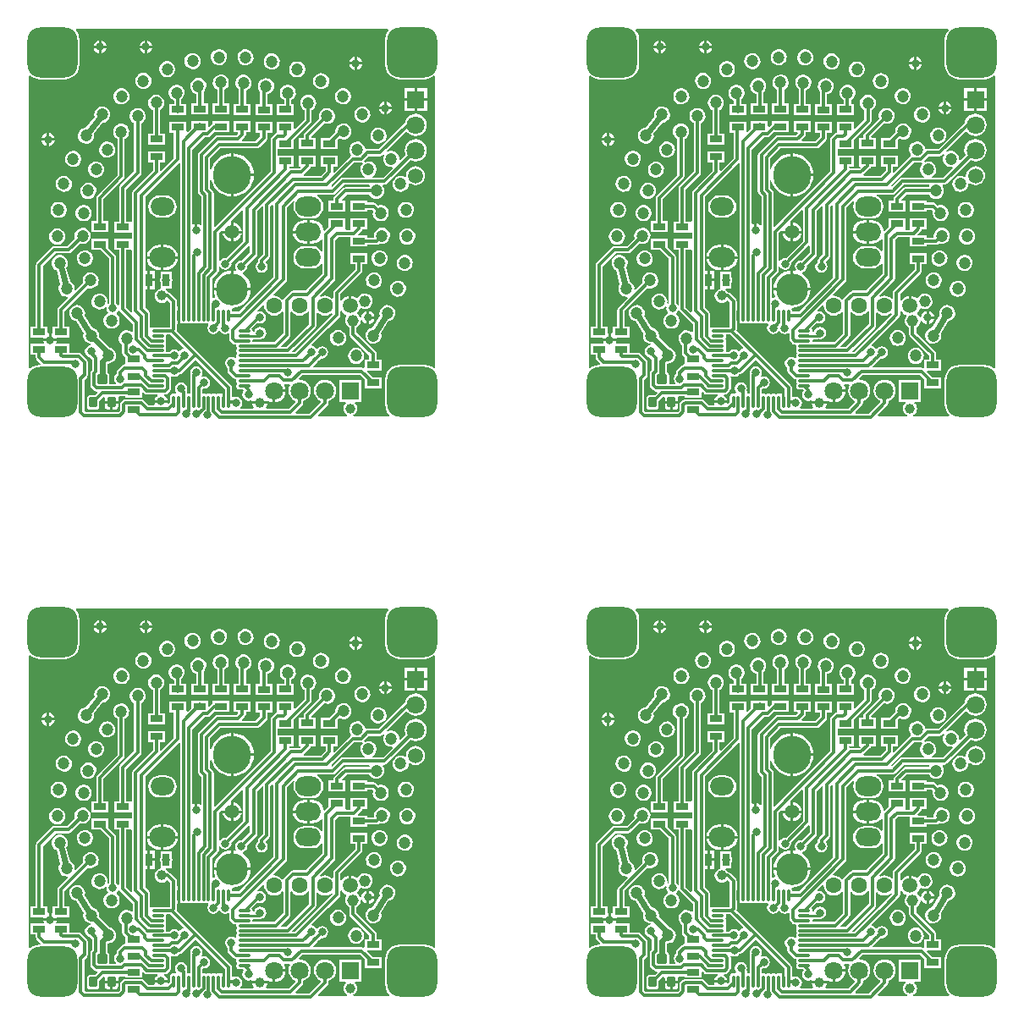
<source format=gtl>
G04*
G04 #@! TF.GenerationSoftware,Altium Limited,Altium Designer,21.8.1 (53)*
G04*
G04 Layer_Physical_Order=1*
G04 Layer_Color=255*
%FSLAX44Y44*%
%MOMM*%
G71*
G04*
G04 #@! TF.SameCoordinates,A6134195-47DE-4A90-8313-BABE1660A9E3*
G04*
G04*
G04 #@! TF.FilePolarity,Positive*
G04*
G01*
G75*
%ADD10C,0.3000*%
%ADD11R,1.3000X0.7000*%
G04:AMPARAMS|DCode=12|XSize=1mm|YSize=1mm|CornerRadius=0.1mm|HoleSize=0mm|Usage=FLASHONLY|Rotation=0.000|XOffset=0mm|YOffset=0mm|HoleType=Round|Shape=RoundedRectangle|*
%AMROUNDEDRECTD12*
21,1,1.0000,0.8000,0,0,0.0*
21,1,0.8000,1.0000,0,0,0.0*
1,1,0.2000,0.4000,-0.4000*
1,1,0.2000,-0.4000,-0.4000*
1,1,0.2000,-0.4000,0.4000*
1,1,0.2000,0.4000,0.4000*
%
%ADD12ROUNDEDRECTD12*%
G04:AMPARAMS|DCode=13|XSize=0.8mm|YSize=1mm|CornerRadius=0.08mm|HoleSize=0mm|Usage=FLASHONLY|Rotation=0.000|XOffset=0mm|YOffset=0mm|HoleType=Round|Shape=RoundedRectangle|*
%AMROUNDEDRECTD13*
21,1,0.8000,0.8400,0,0,0.0*
21,1,0.6400,1.0000,0,0,0.0*
1,1,0.1600,0.3200,-0.4200*
1,1,0.1600,-0.3200,-0.4200*
1,1,0.1600,-0.3200,0.4200*
1,1,0.1600,0.3200,0.4200*
%
%ADD13ROUNDEDRECTD13*%
%ADD14R,0.7000X1.3000*%
G04:AMPARAMS|DCode=15|XSize=1.2mm|YSize=0.3mm|CornerRadius=0.075mm|HoleSize=0mm|Usage=FLASHONLY|Rotation=270.000|XOffset=0mm|YOffset=0mm|HoleType=Round|Shape=RoundedRectangle|*
%AMROUNDEDRECTD15*
21,1,1.2000,0.1500,0,0,270.0*
21,1,1.0500,0.3000,0,0,270.0*
1,1,0.1500,-0.0750,-0.5250*
1,1,0.1500,-0.0750,0.5250*
1,1,0.1500,0.0750,0.5250*
1,1,0.1500,0.0750,-0.5250*
%
%ADD15ROUNDEDRECTD15*%
G04:AMPARAMS|DCode=16|XSize=1.2mm|YSize=0.3mm|CornerRadius=0.075mm|HoleSize=0mm|Usage=FLASHONLY|Rotation=180.000|XOffset=0mm|YOffset=0mm|HoleType=Round|Shape=RoundedRectangle|*
%AMROUNDEDRECTD16*
21,1,1.2000,0.1500,0,0,180.0*
21,1,1.0500,0.3000,0,0,180.0*
1,1,0.1500,-0.5250,0.0750*
1,1,0.1500,0.5250,0.0750*
1,1,0.1500,0.5250,-0.0750*
1,1,0.1500,-0.5250,-0.0750*
%
%ADD16ROUNDEDRECTD16*%
%ADD17C,0.6000*%
%ADD18C,0.2540*%
%ADD19C,0.5000*%
%ADD20C,0.2560*%
%ADD21C,1.2000*%
%ADD22C,1.1500*%
%ADD23C,1.4000*%
%ADD24C,3.8000*%
%ADD25C,3.2000*%
%ADD26O,2.6000X1.8000*%
%ADD27O,2.6000X2.0000*%
%ADD28O,2.4000X1.8000*%
G04:AMPARAMS|DCode=29|XSize=5mm|YSize=5mm|CornerRadius=1.25mm|HoleSize=0mm|Usage=FLASHONLY|Rotation=0.000|XOffset=0mm|YOffset=0mm|HoleType=Round|Shape=RoundedRectangle|*
%AMROUNDEDRECTD29*
21,1,5.0000,2.5000,0,0,0.0*
21,1,2.5000,5.0000,0,0,0.0*
1,1,2.5000,1.2500,-1.2500*
1,1,2.5000,-1.2500,-1.2500*
1,1,2.5000,-1.2500,1.2500*
1,1,2.5000,1.2500,1.2500*
%
%ADD29ROUNDEDRECTD29*%
%ADD30C,1.8000*%
%ADD31R,1.8000X1.8000*%
%ADD32C,1.6000*%
%ADD33C,1.5000*%
%ADD34R,1.8000X1.8000*%
%ADD35C,0.8000*%
%ADD36C,1.0000*%
G36*
X936459Y981930D02*
X934835Y979813D01*
X933373Y976285D01*
X932875Y972500D01*
Y947500D01*
X933373Y943715D01*
X934835Y940188D01*
X937159Y937159D01*
X940188Y934834D01*
X943715Y933373D01*
X947500Y932875D01*
X972500D01*
X976285Y933373D01*
X979813Y934834D01*
X981930Y936459D01*
X983200Y935833D01*
Y644167D01*
X981930Y643541D01*
X979813Y645166D01*
X976285Y646627D01*
X972500Y647125D01*
X947500D01*
X943715Y646627D01*
X940188Y645166D01*
X937159Y642841D01*
X934835Y639813D01*
X933373Y636285D01*
X932875Y632500D01*
Y607500D01*
X933373Y603715D01*
X934835Y600187D01*
X937159Y597159D01*
X937297Y597053D01*
X936888Y595850D01*
X901324D01*
X901072Y597120D01*
X901640Y597356D01*
X903103Y598478D01*
X904225Y599940D01*
X904930Y601643D01*
X905171Y603470D01*
X904930Y605297D01*
X904225Y607000D01*
X903103Y608462D01*
X902428Y608980D01*
X902859Y610250D01*
X909110D01*
Y632250D01*
X887110D01*
Y610250D01*
X893361D01*
X893792Y608980D01*
X893118Y608462D01*
X891996Y607000D01*
X891290Y605297D01*
X891050Y603470D01*
X891290Y601643D01*
X891996Y599940D01*
X893118Y598478D01*
X894580Y597356D01*
X895149Y597120D01*
X894896Y595850D01*
X866208D01*
X865722Y597023D01*
X875233Y606535D01*
X876007Y607692D01*
X876279Y609058D01*
Y610822D01*
X878258Y611642D01*
X880555Y613405D01*
X881187Y614228D01*
X881837Y614663D01*
X882611Y615820D01*
X882836Y616953D01*
X883427Y618378D01*
X883805Y621250D01*
X883427Y624122D01*
X882318Y626797D01*
X880555Y629095D01*
X878258Y630859D01*
X875582Y631967D01*
X872710Y632345D01*
X869838Y631967D01*
X867163Y630859D01*
X864865Y629095D01*
X863102Y626797D01*
X861993Y624122D01*
X861615Y621250D01*
X861993Y618378D01*
X863102Y615703D01*
X864865Y613405D01*
X867163Y611642D01*
X868074Y611264D01*
X868372Y609766D01*
X857088Y598483D01*
X843695D01*
X843209Y599656D01*
X849834Y606281D01*
X850607Y607438D01*
X850879Y608804D01*
Y610822D01*
X852858Y611642D01*
X855155Y613405D01*
X855561Y613934D01*
X856524Y614577D01*
X857297Y615734D01*
X857569Y617100D01*
X857546Y617216D01*
X858027Y618378D01*
X858405Y621250D01*
X858027Y624122D01*
X856919Y626797D01*
X855155Y629095D01*
X852858Y630858D01*
X850182Y631967D01*
X847540Y632315D01*
X846871Y633442D01*
X850669Y637239D01*
X907794D01*
X912216Y632817D01*
Y623864D01*
X929216D01*
Y634864D01*
X920263D01*
X914936Y640191D01*
X915422Y641364D01*
X929216D01*
Y652364D01*
X924285D01*
Y657805D01*
X924013Y659170D01*
X923240Y660328D01*
X904312Y679255D01*
Y684438D01*
X905632Y685238D01*
X907044Y686711D01*
X908027Y688499D01*
X908513Y690481D01*
X908490Y691598D01*
X909754Y691864D01*
X910037Y691183D01*
X911085Y689816D01*
X912451Y688768D01*
X914042Y688109D01*
X914479Y688052D01*
Y694481D01*
Y700910D01*
X914042Y700853D01*
X912451Y700193D01*
X911085Y699145D01*
X910037Y697779D01*
X909378Y696188D01*
X909153Y694481D01*
X907920Y694414D01*
X907901Y694481D01*
X906843Y696226D01*
X905370Y697638D01*
X905160Y697754D01*
X905063Y699020D01*
X905271Y699179D01*
X906880Y701277D01*
X907678Y703204D01*
X909065Y703782D01*
X909158Y703716D01*
X911075Y703015D01*
X913108Y702835D01*
X915118Y703186D01*
X916968Y704046D01*
X918533Y705356D01*
X919706Y707026D01*
X920407Y708942D01*
X920587Y710975D01*
X920236Y712985D01*
X919376Y714836D01*
X918067Y716401D01*
X916397Y717573D01*
X914480Y718274D01*
X912448Y718455D01*
X910437Y718103D01*
X908587Y717243D01*
X907022Y715934D01*
X906029Y714520D01*
X905190Y714202D01*
X904448Y714131D01*
X903173Y715110D01*
X900731Y716122D01*
X899380Y716299D01*
Y706340D01*
X896840D01*
Y716299D01*
X895489Y716122D01*
X893047Y715110D01*
X890949Y713501D01*
X889407Y711490D01*
X889269Y711485D01*
X888137Y712208D01*
Y718032D01*
X909004Y738899D01*
X909777Y740056D01*
X910049Y741422D01*
Y747816D01*
X914980D01*
Y758816D01*
X897980D01*
Y747816D01*
X902912D01*
Y742900D01*
X882045Y722033D01*
X881271Y720876D01*
X881000Y719510D01*
Y713865D01*
X880632Y713740D01*
X879730Y713559D01*
X877753Y715075D01*
X875321Y716083D01*
X872710Y716426D01*
X870100Y716083D01*
X868181Y715288D01*
X867461Y716364D01*
X882092Y730995D01*
X882865Y732152D01*
X883137Y733518D01*
Y771918D01*
X886252Y775033D01*
X897980D01*
Y765316D01*
X914980D01*
Y767247D01*
X924359D01*
X925724Y767519D01*
X926882Y768293D01*
X927185Y768596D01*
X927467Y768471D01*
X929548Y768143D01*
X931643Y768365D01*
X933608Y769122D01*
X935312Y770361D01*
X936636Y771999D01*
X937491Y773924D01*
X937819Y776005D01*
X937597Y778100D01*
X936840Y780066D01*
X935600Y781769D01*
X933962Y783093D01*
X932037Y783948D01*
X929956Y784276D01*
X927862Y784054D01*
X925896Y783297D01*
X924193Y782058D01*
X922868Y780419D01*
X922013Y778494D01*
X921686Y776414D01*
X921801Y775329D01*
X920951Y774385D01*
X914980D01*
Y776316D01*
X906181D01*
X905695Y777489D01*
X909001Y780796D01*
X909775Y781954D01*
X909956Y782866D01*
X914978D01*
Y793866D01*
X897978D01*
Y782866D01*
X896996Y782171D01*
X894383D01*
X893402Y782868D01*
Y793868D01*
X876402D01*
Y784915D01*
X872814Y781327D01*
X871611Y781735D01*
X871443Y783013D01*
X870280Y785820D01*
X868431Y788231D01*
X866020Y790080D01*
X863213Y791243D01*
X860200Y791640D01*
X857470D01*
Y780000D01*
Y768361D01*
X860200D01*
X863213Y768757D01*
X866020Y769920D01*
X868431Y771770D01*
X869142Y772696D01*
X870412Y772265D01*
Y761448D01*
X869142Y761017D01*
X868046Y762445D01*
X865748Y764209D01*
X863072Y765317D01*
X860200Y765695D01*
X852200D01*
X849329Y765317D01*
X846653Y764209D01*
X844355Y762445D01*
X842592Y760147D01*
X841483Y757472D01*
X841105Y754600D01*
X841483Y751729D01*
X842592Y749053D01*
X844355Y746755D01*
X846653Y744992D01*
X849329Y743883D01*
X852200Y743505D01*
X860200D01*
X863072Y743883D01*
X865748Y744992D01*
X868046Y746755D01*
X869142Y748183D01*
X870412Y747752D01*
Y738044D01*
X853706Y721339D01*
X840706D01*
X839341Y721067D01*
X838183Y720293D01*
X832087Y714197D01*
X831313Y713040D01*
X831244Y712689D01*
X829886Y712373D01*
X829042Y713472D01*
X826953Y715075D01*
X824521Y716083D01*
X821910Y716426D01*
X821698Y716398D01*
X821136Y717537D01*
X833577Y729979D01*
X834351Y731136D01*
X834623Y732502D01*
Y804430D01*
X841131Y810938D01*
X842207Y810218D01*
X841509Y808533D01*
X841097Y805400D01*
X841509Y802267D01*
X842718Y799348D01*
X844642Y796842D01*
X847148Y794918D01*
X850068Y793709D01*
X853200Y793297D01*
X859200D01*
X862333Y793709D01*
X865252Y794918D01*
X867759Y796842D01*
X869682Y799348D01*
X870891Y802267D01*
X871304Y805400D01*
X870891Y808533D01*
X869682Y811452D01*
X867759Y813959D01*
X865252Y815882D01*
X864833Y816056D01*
X865086Y817326D01*
X880584D01*
X881950Y817597D01*
X883108Y818371D01*
X891883Y827147D01*
X916876D01*
X917516Y825876D01*
X916963Y825131D01*
X916826Y824784D01*
X893351D01*
X891986Y824512D01*
X890828Y823738D01*
X882379Y815289D01*
X881605Y814132D01*
X881333Y812766D01*
Y811368D01*
X876402D01*
Y800368D01*
X893402D01*
Y811368D01*
X890210D01*
X889724Y812541D01*
X894829Y817646D01*
X916847D01*
X917100Y817063D01*
X918410Y815414D01*
X920103Y814160D01*
X922063Y813387D01*
X924155Y813147D01*
X926239Y813457D01*
X928171Y814296D01*
X929820Y815607D01*
X931074Y817299D01*
X931847Y819259D01*
X932087Y821352D01*
X931776Y823435D01*
X930937Y825367D01*
X930533Y825876D01*
X931146Y827147D01*
X932423D01*
X933789Y827418D01*
X934947Y828192D01*
X958646Y851891D01*
X960625Y851071D01*
X963496Y850693D01*
X966368Y851071D01*
X969044Y852180D01*
X971341Y853943D01*
X973105Y856241D01*
X974213Y858916D01*
X974591Y861788D01*
X974213Y864660D01*
X973105Y867336D01*
X971341Y869633D01*
X969044Y871397D01*
X966368Y872505D01*
X963496Y872883D01*
X960625Y872505D01*
X957949Y871397D01*
X955651Y869633D01*
X953888Y867336D01*
X952779Y864660D01*
X952401Y861788D01*
X952779Y858916D01*
X953599Y856938D01*
X948375Y851714D01*
X947218Y852353D01*
X947231Y852407D01*
X947150Y854511D01*
X946528Y856524D01*
X945406Y858307D01*
X943861Y859739D01*
X941998Y860722D01*
X939944Y861189D01*
X937840Y861109D01*
X935827Y860487D01*
X935416Y860228D01*
X934619Y861227D01*
X953704Y880312D01*
X954971Y880229D01*
X955651Y879343D01*
X957949Y877580D01*
X960625Y876471D01*
X963496Y876093D01*
X966368Y876471D01*
X969044Y877580D01*
X971341Y879343D01*
X973105Y881641D01*
X974213Y884316D01*
X974591Y887188D01*
X974213Y890060D01*
X973105Y892736D01*
X971341Y895033D01*
X969044Y896797D01*
X966368Y897905D01*
X963496Y898283D01*
X960625Y897905D01*
X957949Y896797D01*
X955651Y895033D01*
X953888Y892736D01*
X952779Y890060D01*
X952691Y889393D01*
X926232Y862933D01*
X915434D01*
X914389Y862726D01*
X914190Y862756D01*
X913403Y863187D01*
X913020Y863488D01*
X912732Y864986D01*
X911812Y866881D01*
X910433Y868473D01*
X908689Y869654D01*
X906699Y870344D01*
X904598Y870495D01*
X902529Y870097D01*
X900634Y869177D01*
X899042Y867798D01*
X897860Y866055D01*
X897171Y864064D01*
X897020Y861963D01*
X897418Y859895D01*
X898337Y858000D01*
X898800Y857466D01*
X898839Y857287D01*
X898510Y855861D01*
X897915Y855464D01*
X882084Y839632D01*
X881454Y839791D01*
X880851Y840195D01*
Y845596D01*
X885782D01*
Y856596D01*
X868782D01*
Y845596D01*
X873714D01*
Y841422D01*
X868438Y836147D01*
X851932D01*
X851546Y837417D01*
X851552Y837421D01*
X857708Y843576D01*
X858481Y844734D01*
X858663Y845646D01*
X863684D01*
Y856646D01*
X846684D01*
Y845646D01*
X848025D01*
X848511Y844473D01*
X847551Y843513D01*
X838928D01*
X838179Y843363D01*
X836909Y844215D01*
Y845596D01*
X841840D01*
Y856596D01*
X825479D01*
Y863096D01*
X841840D01*
Y872049D01*
X858508Y888717D01*
X859281Y889874D01*
X859553Y891240D01*
Y901912D01*
X859960Y902077D01*
X861642Y903345D01*
X862938Y905006D01*
X863761Y906945D01*
X864053Y909031D01*
X863796Y911122D01*
X863006Y913074D01*
X861738Y914756D01*
X860077Y916052D01*
X858138Y916875D01*
X856052Y917167D01*
X853961Y916910D01*
X852009Y916120D01*
X850327Y914852D01*
X849030Y913192D01*
X848208Y911252D01*
X847916Y909166D01*
X848173Y907076D01*
X848963Y905123D01*
X850231Y903441D01*
X851891Y902145D01*
X852416Y901922D01*
Y892718D01*
X843014Y883316D01*
X841840Y883802D01*
Y890596D01*
X824840D01*
Y879596D01*
X823897Y878808D01*
X822867Y878119D01*
X819387Y874639D01*
X818613Y873481D01*
X818342Y872116D01*
Y840660D01*
X762691Y785009D01*
X761517Y785495D01*
Y818815D01*
X761246Y820181D01*
X760472Y821339D01*
X757915Y823896D01*
Y831378D01*
X759185Y831566D01*
X760004Y828867D01*
X762004Y825125D01*
X764695Y821845D01*
X767975Y819154D01*
X771717Y817153D01*
X775778Y815922D01*
X778730Y815631D01*
Y837150D01*
Y858669D01*
X775778Y858378D01*
X771717Y857147D01*
X767975Y855146D01*
X764695Y852455D01*
X762004Y849175D01*
X760004Y845433D01*
X759185Y842734D01*
X757915Y842922D01*
Y853452D01*
X768270Y863808D01*
X804638D01*
X806004Y864079D01*
X807161Y864853D01*
X814019Y871711D01*
X814793Y872868D01*
X815065Y874234D01*
Y879402D01*
X819996D01*
Y890402D01*
X802996D01*
Y879402D01*
X807928D01*
Y875712D01*
X803160Y870945D01*
X790021D01*
X789535Y872118D01*
X792684Y875267D01*
X793457Y876424D01*
X793729Y877790D01*
Y879642D01*
X798660D01*
Y890642D01*
X781660D01*
Y879642D01*
X785169D01*
X785695Y878372D01*
X783856Y876533D01*
X765309D01*
X763943Y876261D01*
X762786Y875487D01*
X746823Y859524D01*
X746049Y858367D01*
X745778Y857001D01*
Y820347D01*
X746049Y818981D01*
X746823Y817824D01*
X749380Y815266D01*
Y787246D01*
X748110Y786875D01*
X746976Y787745D01*
X745386Y788404D01*
X744948Y788461D01*
Y782032D01*
X742408D01*
Y788461D01*
X741971Y788404D01*
X741017Y788008D01*
X739747Y788771D01*
Y862208D01*
X752366Y874827D01*
X755184D01*
X756550Y875099D01*
X757707Y875873D01*
X761731Y879896D01*
X777070D01*
Y890896D01*
X760070D01*
Y888193D01*
X759660Y887919D01*
X756908Y885166D01*
X755734Y885652D01*
Y890896D01*
X748248D01*
X747742Y890997D01*
X747236Y890896D01*
X738734D01*
Y883467D01*
X735414Y880147D01*
X734144Y880673D01*
Y890596D01*
X717144D01*
Y879596D01*
X721568D01*
Y854156D01*
X708796Y841384D01*
X707623Y841870D01*
Y849924D01*
X712808D01*
Y860924D01*
X695808D01*
Y849924D01*
X700486D01*
Y841422D01*
X680957Y821893D01*
X680183Y820736D01*
X679912Y819370D01*
Y790855D01*
X678772Y790540D01*
X678642Y790540D01*
X673841D01*
Y822718D01*
X687846Y836723D01*
X688619Y837880D01*
X688891Y839246D01*
Y888888D01*
X690422Y889834D01*
X691867Y891367D01*
X692865Y893221D01*
X693350Y895271D01*
X693287Y897377D01*
X692682Y899394D01*
X691575Y901187D01*
X690042Y902631D01*
X688188Y903630D01*
X686138Y904114D01*
X684032Y904052D01*
X682015Y903447D01*
X680222Y902340D01*
X678778Y900807D01*
X677779Y898952D01*
X677294Y896902D01*
X677357Y894797D01*
X677962Y892779D01*
X679069Y890987D01*
X680602Y889542D01*
X681754Y888922D01*
Y840724D01*
X667749Y826719D01*
X666975Y825562D01*
X666704Y824196D01*
Y790540D01*
X661772D01*
Y779540D01*
X678642D01*
X678772Y779540D01*
X679912Y779225D01*
Y773355D01*
X678772Y773040D01*
Y773040D01*
X661772D01*
Y762040D01*
X666704D01*
Y707147D01*
X665434Y706762D01*
X664692Y707872D01*
X663935Y708378D01*
Y754897D01*
X663663Y756263D01*
X662889Y757421D01*
X656043Y764267D01*
Y773220D01*
X639043D01*
Y762220D01*
X647997D01*
X656798Y753419D01*
Y708960D01*
X656289Y708580D01*
X655124Y709296D01*
X655297Y710282D01*
X655110Y712380D01*
X654386Y714359D01*
X653175Y716082D01*
X651560Y717434D01*
X649649Y718321D01*
X647574Y718683D01*
X645476Y718496D01*
X643498Y717773D01*
X641774Y716562D01*
X640423Y714946D01*
X639535Y713036D01*
X639173Y710961D01*
X639360Y708863D01*
X640083Y706884D01*
X641294Y705161D01*
X642910Y703809D01*
X644820Y702922D01*
X646896Y702560D01*
X648994Y702747D01*
X650972Y703470D01*
X652695Y704681D01*
X653331Y705440D01*
X654513Y704874D01*
X654249Y703546D01*
X654714Y701205D01*
X655602Y699877D01*
X655343Y698333D01*
X655278Y698250D01*
X654495Y697820D01*
X652975Y696362D01*
X651884Y694560D01*
X651296Y692537D01*
X651252Y690431D01*
X651754Y688385D01*
X652769Y686540D01*
X654227Y685019D01*
X656029Y683928D01*
X658052Y683340D01*
X660158Y683296D01*
X662203Y683799D01*
X664049Y684814D01*
X665570Y686271D01*
X666661Y688073D01*
X667248Y690096D01*
X667292Y692202D01*
X666790Y694248D01*
X665775Y696094D01*
X664417Y697509D01*
X664258Y697948D01*
X664236Y698916D01*
X664692Y699220D01*
X666018Y701205D01*
X667358Y701430D01*
X667749Y700845D01*
X680674Y687920D01*
Y680580D01*
X679404Y679983D01*
X678686Y680576D01*
X676771Y681453D01*
X674694Y681804D01*
X672597Y681606D01*
X670623Y680872D01*
X668906Y679651D01*
X667563Y678028D01*
X666686Y676113D01*
X666335Y674036D01*
X666533Y671939D01*
X667267Y669965D01*
X668488Y668248D01*
X669920Y667063D01*
Y665746D01*
X669872Y665505D01*
Y659291D01*
X670143Y657926D01*
X670153Y657911D01*
X670191Y657720D01*
X670965Y656562D01*
X672694Y654833D01*
Y647679D01*
X672304D01*
X670938Y647407D01*
X669781Y646633D01*
X665209Y642061D01*
X664435Y640904D01*
X664164Y639538D01*
Y638020D01*
X663406Y637514D01*
X662080Y635529D01*
X661615Y633188D01*
X662080Y630847D01*
X663406Y628862D01*
X663473Y628818D01*
X663104Y627603D01*
X657798D01*
X656992Y628584D01*
X657011Y628680D01*
Y636680D01*
X656778Y637851D01*
X656115Y638843D01*
X655123Y639506D01*
X655050Y639520D01*
Y648009D01*
X655497Y648386D01*
X657594Y648585D01*
X659568Y649319D01*
X661285Y650539D01*
X662628Y652162D01*
X663505Y654078D01*
X663856Y656154D01*
X663658Y658252D01*
X662923Y660226D01*
X661703Y661943D01*
X660080Y663286D01*
X658165Y664162D01*
X658121Y664170D01*
X646787Y675503D01*
X646822Y677165D01*
X646319Y679210D01*
X645305Y681056D01*
X643847Y682577D01*
X642045Y683668D01*
X640022Y684256D01*
X639833Y684259D01*
X632343Y696272D01*
X632423Y696443D01*
X632785Y698518D01*
X632598Y700617D01*
X631875Y702595D01*
X630664Y704318D01*
X629048Y705670D01*
X627137Y706557D01*
X625062Y706920D01*
X622964Y706733D01*
X620986Y706009D01*
X619263Y704798D01*
X617911Y703183D01*
X617024Y701272D01*
X616661Y699197D01*
X616848Y697099D01*
X617572Y695121D01*
X618783Y693397D01*
X620398Y692046D01*
X622309Y691158D01*
X623664Y690922D01*
X631209Y678821D01*
X630825Y677500D01*
X630781Y675394D01*
X631284Y673348D01*
X632299Y671502D01*
X633756Y669982D01*
X635558Y668891D01*
X637581Y668303D01*
X638452Y668285D01*
X638485Y668229D01*
X637846Y666806D01*
X636435Y666526D01*
X634450Y665200D01*
X633124Y663215D01*
X632659Y660874D01*
X633124Y658533D01*
X634450Y656548D01*
X636435Y655222D01*
X637423Y655026D01*
X639884Y652565D01*
Y642022D01*
X638929Y641067D01*
X638155Y639910D01*
X637884Y638544D01*
Y626816D01*
X638155Y625450D01*
X638929Y624293D01*
X641271Y621951D01*
X641565Y621511D01*
X642723Y620737D01*
X644088Y620465D01*
X644747D01*
X645234Y619292D01*
X642562Y616621D01*
X637354D01*
X636262Y616404D01*
X635336Y615785D01*
X634717Y614859D01*
X634499Y613766D01*
Y605366D01*
X634717Y604273D01*
X635336Y603347D01*
X636262Y602729D01*
X637354Y602511D01*
X643754D01*
X644847Y602729D01*
X645773Y603347D01*
X646392Y604273D01*
X646609Y605366D01*
Y610574D01*
X650824Y614789D01*
X651777Y614732D01*
X652745Y613766D01*
Y610836D01*
X665956D01*
Y613766D01*
X665870Y614195D01*
X666843Y615465D01*
X672694D01*
Y614186D01*
X689694D01*
Y619293D01*
X690867Y619779D01*
X691976Y618671D01*
X693133Y617897D01*
X694499Y617626D01*
X705222D01*
X705475Y616356D01*
X705328Y616295D01*
X703962Y615246D01*
X702914Y613880D01*
X702254Y612289D01*
X702197Y611852D01*
X715055D01*
X714998Y612289D01*
X714339Y613880D01*
X713290Y615246D01*
X711924Y616295D01*
X711778Y616356D01*
X712030Y617626D01*
X712843D01*
X714208Y617897D01*
X715366Y618671D01*
X717856Y621160D01*
X718629Y622318D01*
X718901Y623684D01*
Y633704D01*
X718633Y635051D01*
X718678Y635116D01*
X719565Y635956D01*
X720001Y635664D01*
X722342Y635199D01*
X724683Y635664D01*
X726668Y636990D01*
X727174Y637747D01*
X727475D01*
X728841Y638019D01*
X729998Y638793D01*
X743451Y652245D01*
X772758Y622938D01*
Y619492D01*
X772596Y619359D01*
Y610328D01*
X770056D01*
Y618829D01*
X769293Y618677D01*
X768340Y618041D01*
X768149Y618168D01*
X767076Y618382D01*
X765576D01*
X764503Y618168D01*
X763826Y617716D01*
X763149Y618168D01*
X762076Y618382D01*
X760576D01*
X759503Y618168D01*
X758826Y617716D01*
X758149Y618168D01*
X757076Y618382D01*
X755576D01*
X754503Y618168D01*
X753826Y617716D01*
X753149Y618168D01*
X752076Y618382D01*
X750576D01*
X749895Y618941D01*
Y622605D01*
X750899Y623609D01*
X751792Y623431D01*
X754133Y623897D01*
X756118Y625223D01*
X757444Y627208D01*
X757909Y629549D01*
X757444Y631890D01*
X756118Y633875D01*
X754133Y635201D01*
X751792Y635667D01*
X749828Y635276D01*
X748995Y636290D01*
X748988Y636305D01*
X749584Y637197D01*
X750050Y639538D01*
X749584Y641879D01*
X748258Y643864D01*
X746273Y645190D01*
X743932Y645656D01*
X741591Y645190D01*
X739606Y643864D01*
X738280Y641879D01*
X737815Y639538D01*
X738054Y638335D01*
X738029Y638298D01*
X737758Y636932D01*
Y618941D01*
X737076Y618382D01*
X735576D01*
X734895Y618941D01*
Y620394D01*
X734667Y621540D01*
X735064Y623536D01*
X734598Y625877D01*
X733272Y627862D01*
X731287Y629188D01*
X728946Y629654D01*
X726605Y629188D01*
X724620Y627862D01*
X723294Y625877D01*
X722829Y623536D01*
X723294Y621195D01*
X724105Y619982D01*
X723811Y618475D01*
X723381Y618218D01*
X723149Y618168D01*
X722076Y618382D01*
X720576D01*
X719503Y618168D01*
X718594Y617561D01*
X717986Y616651D01*
X717772Y615578D01*
Y610069D01*
X717667Y609999D01*
X716171Y608503D01*
X715824Y608613D01*
X715036Y609164D01*
X715055Y609312D01*
X702197D01*
X702254Y608875D01*
X702650Y607921D01*
X701887Y606651D01*
X696726D01*
X691667Y611709D01*
X690509Y612483D01*
X689144Y612755D01*
X673244D01*
X671879Y612483D01*
X670721Y611709D01*
X668671Y609659D01*
X667897Y608501D01*
X667626Y607136D01*
Y601806D01*
X666000Y600181D01*
X633142D01*
X632069Y601254D01*
Y632102D01*
X634441Y634475D01*
X635215Y635632D01*
X635487Y636998D01*
Y650145D01*
X635215Y651510D01*
X634441Y652668D01*
X628912Y658197D01*
X627754Y658971D01*
X626389Y659243D01*
X617304D01*
Y668138D01*
X604566D01*
X603718Y669408D01*
X604000Y670089D01*
X604057Y670526D01*
X591199D01*
X591256Y670089D01*
X591539Y669408D01*
X590690Y668138D01*
X578460D01*
Y657138D01*
X583392D01*
Y654524D01*
X583663Y653158D01*
X584437Y652001D01*
X588042Y648395D01*
X587516Y647125D01*
X587500D01*
X583715Y646627D01*
X580188Y645166D01*
X578070Y643541D01*
X576800Y644167D01*
Y935833D01*
X578070Y936459D01*
X580188Y934834D01*
X583715Y933373D01*
X587500Y932875D01*
X612500D01*
X616285Y933373D01*
X619813Y934834D01*
X622842Y937159D01*
X625166Y940188D01*
X626627Y943715D01*
X627125Y947500D01*
Y972500D01*
X626627Y976285D01*
X625166Y979813D01*
X623541Y981930D01*
X624167Y983200D01*
X935833D01*
X936459Y981930D01*
D02*
G37*
G36*
X376459D02*
X374834Y979813D01*
X373373Y976285D01*
X372875Y972500D01*
Y947500D01*
X373373Y943715D01*
X374834Y940188D01*
X377159Y937159D01*
X380187Y934834D01*
X383715Y933373D01*
X387500Y932875D01*
X412500D01*
X416285Y933373D01*
X419813Y934834D01*
X421930Y936459D01*
X423200Y935833D01*
Y644167D01*
X421930Y643541D01*
X419813Y645166D01*
X416285Y646627D01*
X412500Y647125D01*
X387500D01*
X383715Y646627D01*
X380187Y645166D01*
X377159Y642841D01*
X374834Y639813D01*
X373373Y636285D01*
X372875Y632500D01*
Y607500D01*
X373373Y603715D01*
X374834Y600187D01*
X377159Y597159D01*
X377296Y597053D01*
X376888Y595850D01*
X341324D01*
X341072Y597120D01*
X341640Y597356D01*
X343102Y598478D01*
X344225Y599940D01*
X344930Y601643D01*
X345171Y603470D01*
X344930Y605297D01*
X344225Y607000D01*
X343102Y608462D01*
X342428Y608980D01*
X342859Y610250D01*
X349110D01*
Y632250D01*
X327110D01*
Y610250D01*
X333361D01*
X333792Y608980D01*
X333118Y608462D01*
X331996Y607000D01*
X331290Y605297D01*
X331050Y603470D01*
X331290Y601643D01*
X331996Y599940D01*
X333118Y598478D01*
X334580Y597356D01*
X335149Y597120D01*
X334896Y595850D01*
X306208D01*
X305722Y597023D01*
X315233Y606535D01*
X316007Y607692D01*
X316278Y609058D01*
Y610822D01*
X318257Y611642D01*
X320555Y613405D01*
X321187Y614228D01*
X321837Y614663D01*
X322611Y615820D01*
X322836Y616953D01*
X323427Y618378D01*
X323805Y621250D01*
X323427Y624122D01*
X322318Y626797D01*
X320555Y629095D01*
X318257Y630859D01*
X315581Y631967D01*
X312710Y632345D01*
X309838Y631967D01*
X307162Y630859D01*
X304865Y629095D01*
X303102Y626797D01*
X301993Y624122D01*
X301615Y621250D01*
X301993Y618378D01*
X303102Y615703D01*
X304865Y613405D01*
X307162Y611642D01*
X308074Y611264D01*
X308372Y609766D01*
X297088Y598483D01*
X283695D01*
X283209Y599656D01*
X289833Y606281D01*
X290607Y607438D01*
X290879Y608804D01*
Y610822D01*
X292857Y611642D01*
X295155Y613405D01*
X295561Y613934D01*
X296523Y614577D01*
X297297Y615734D01*
X297569Y617100D01*
X297546Y617216D01*
X298027Y618378D01*
X298405Y621250D01*
X298027Y624122D01*
X296919Y626797D01*
X295155Y629095D01*
X292857Y630858D01*
X290182Y631967D01*
X287540Y632315D01*
X286871Y633442D01*
X290669Y637239D01*
X347794D01*
X352216Y632817D01*
Y623864D01*
X369216D01*
Y634864D01*
X360263D01*
X354936Y640191D01*
X355422Y641364D01*
X369216D01*
Y652364D01*
X364285D01*
Y657805D01*
X364013Y659170D01*
X363240Y660328D01*
X344312Y679255D01*
Y684438D01*
X345632Y685238D01*
X347044Y686711D01*
X348027Y688499D01*
X348513Y690481D01*
X348490Y691598D01*
X349754Y691864D01*
X350037Y691183D01*
X351085Y689816D01*
X352451Y688768D01*
X354042Y688109D01*
X354479Y688052D01*
Y694481D01*
Y700910D01*
X354042Y700853D01*
X352451Y700193D01*
X351085Y699145D01*
X350037Y697779D01*
X349378Y696188D01*
X349153Y694481D01*
X347920Y694414D01*
X347901Y694481D01*
X346843Y696226D01*
X345370Y697638D01*
X345160Y697754D01*
X345063Y699020D01*
X345271Y699179D01*
X346880Y701277D01*
X347678Y703204D01*
X349065Y703782D01*
X349158Y703716D01*
X351075Y703015D01*
X353108Y702835D01*
X355118Y703186D01*
X356968Y704046D01*
X358533Y705356D01*
X359706Y707026D01*
X360407Y708942D01*
X360587Y710975D01*
X360236Y712985D01*
X359376Y714836D01*
X358067Y716401D01*
X356397Y717573D01*
X354480Y718274D01*
X352448Y718455D01*
X350437Y718103D01*
X348587Y717243D01*
X347022Y715934D01*
X346029Y714520D01*
X345190Y714202D01*
X344448Y714131D01*
X343173Y715110D01*
X340731Y716122D01*
X339380Y716299D01*
Y706340D01*
X336840D01*
Y716299D01*
X335489Y716122D01*
X333047Y715110D01*
X330949Y713501D01*
X329407Y711490D01*
X329269Y711485D01*
X328137Y712208D01*
Y718032D01*
X349003Y738899D01*
X349777Y740056D01*
X350049Y741422D01*
Y747816D01*
X354980D01*
Y758816D01*
X337980D01*
Y747816D01*
X342911D01*
Y742900D01*
X322045Y722033D01*
X321271Y720876D01*
X320999Y719510D01*
Y713865D01*
X320632Y713740D01*
X319729Y713559D01*
X317753Y715075D01*
X315321Y716083D01*
X312710Y716426D01*
X310100Y716083D01*
X308181Y715288D01*
X307461Y716364D01*
X322091Y730995D01*
X322865Y732152D01*
X323137Y733518D01*
Y771918D01*
X326252Y775033D01*
X337980D01*
Y765316D01*
X354980D01*
Y767247D01*
X364359D01*
X365724Y767519D01*
X366882Y768293D01*
X367185Y768596D01*
X367467Y768471D01*
X369548Y768143D01*
X371642Y768365D01*
X373608Y769122D01*
X375312Y770361D01*
X376636Y771999D01*
X377491Y773924D01*
X377818Y776005D01*
X377596Y778100D01*
X376840Y780066D01*
X375600Y781769D01*
X373962Y783093D01*
X372037Y783948D01*
X369956Y784276D01*
X367862Y784054D01*
X365896Y783297D01*
X364193Y782058D01*
X362868Y780419D01*
X362013Y778494D01*
X361686Y776414D01*
X361801Y775329D01*
X360951Y774385D01*
X354980D01*
Y776316D01*
X346181D01*
X345695Y777489D01*
X349001Y780796D01*
X349775Y781954D01*
X349956Y782866D01*
X354978D01*
Y793866D01*
X337978D01*
Y782866D01*
X336996Y782171D01*
X334383D01*
X333402Y782868D01*
Y793868D01*
X316402D01*
Y784915D01*
X312814Y781327D01*
X311611Y781735D01*
X311443Y783013D01*
X310280Y785820D01*
X308431Y788231D01*
X306020Y790080D01*
X303213Y791243D01*
X300200Y791640D01*
X297470D01*
Y780000D01*
Y768361D01*
X300200D01*
X303213Y768757D01*
X306020Y769920D01*
X308431Y771770D01*
X309142Y772696D01*
X310411Y772265D01*
Y761448D01*
X309142Y761017D01*
X308045Y762445D01*
X305748Y764209D01*
X303072Y765317D01*
X300200Y765695D01*
X292200D01*
X289328Y765317D01*
X286653Y764209D01*
X284355Y762445D01*
X282592Y760147D01*
X281483Y757472D01*
X281105Y754600D01*
X281483Y751729D01*
X282592Y749053D01*
X284355Y746755D01*
X286653Y744992D01*
X289328Y743883D01*
X292200Y743505D01*
X300200D01*
X303072Y743883D01*
X305748Y744992D01*
X308045Y746755D01*
X309142Y748183D01*
X310411Y747752D01*
Y738044D01*
X293706Y721339D01*
X280706D01*
X279340Y721067D01*
X278183Y720293D01*
X272087Y714197D01*
X271313Y713040D01*
X271243Y712689D01*
X269886Y712373D01*
X269042Y713472D01*
X266953Y715075D01*
X264520Y716083D01*
X261910Y716426D01*
X261698Y716398D01*
X261136Y717537D01*
X273577Y729979D01*
X274351Y731136D01*
X274623Y732502D01*
Y804430D01*
X281131Y810938D01*
X282207Y810218D01*
X281509Y808533D01*
X281096Y805400D01*
X281509Y802267D01*
X282718Y799348D01*
X284642Y796842D01*
X287148Y794918D01*
X290067Y793709D01*
X293200Y793297D01*
X299200D01*
X302333Y793709D01*
X305252Y794918D01*
X307759Y796842D01*
X309682Y799348D01*
X310891Y802267D01*
X311304Y805400D01*
X310891Y808533D01*
X309682Y811452D01*
X307759Y813959D01*
X305252Y815882D01*
X304833Y816056D01*
X305086Y817326D01*
X320584D01*
X321950Y817597D01*
X323107Y818371D01*
X331883Y827147D01*
X356876D01*
X357516Y825876D01*
X356963Y825131D01*
X356826Y824784D01*
X333351D01*
X331986Y824512D01*
X330828Y823738D01*
X322379Y815289D01*
X321605Y814132D01*
X321333Y812766D01*
Y811368D01*
X316402D01*
Y800368D01*
X333402D01*
Y811368D01*
X330210D01*
X329724Y812541D01*
X334829Y817646D01*
X356847D01*
X357100Y817063D01*
X358410Y815414D01*
X360103Y814160D01*
X362062Y813387D01*
X364155Y813147D01*
X366239Y813457D01*
X368171Y814296D01*
X369820Y815607D01*
X371074Y817299D01*
X371847Y819259D01*
X372086Y821352D01*
X371776Y823435D01*
X370937Y825367D01*
X370533Y825876D01*
X371146Y827147D01*
X372423D01*
X373789Y827418D01*
X374947Y828192D01*
X398646Y851891D01*
X400625Y851071D01*
X403496Y850693D01*
X406368Y851071D01*
X409044Y852180D01*
X411341Y853943D01*
X413105Y856241D01*
X414213Y858916D01*
X414591Y861788D01*
X414213Y864660D01*
X413105Y867336D01*
X411341Y869633D01*
X409044Y871397D01*
X406368Y872505D01*
X403496Y872883D01*
X400625Y872505D01*
X397949Y871397D01*
X395651Y869633D01*
X393888Y867336D01*
X392779Y864660D01*
X392401Y861788D01*
X392779Y858916D01*
X393599Y856938D01*
X388375Y851714D01*
X387218Y852353D01*
X387230Y852407D01*
X387150Y854511D01*
X386528Y856524D01*
X385406Y858307D01*
X383861Y859739D01*
X381998Y860722D01*
X379944Y861189D01*
X377839Y861109D01*
X375827Y860487D01*
X375416Y860228D01*
X374619Y861227D01*
X393704Y880312D01*
X394971Y880229D01*
X395651Y879343D01*
X397949Y877580D01*
X400625Y876471D01*
X403496Y876093D01*
X406368Y876471D01*
X409044Y877580D01*
X411341Y879343D01*
X413105Y881641D01*
X414213Y884316D01*
X414591Y887188D01*
X414213Y890060D01*
X413105Y892736D01*
X411341Y895033D01*
X409044Y896797D01*
X406368Y897905D01*
X403496Y898283D01*
X400625Y897905D01*
X397949Y896797D01*
X395651Y895033D01*
X393888Y892736D01*
X392779Y890060D01*
X392691Y889393D01*
X366232Y862933D01*
X355434D01*
X354389Y862726D01*
X354190Y862756D01*
X353402Y863187D01*
X353020Y863488D01*
X352732Y864986D01*
X351812Y866881D01*
X350433Y868473D01*
X348689Y869654D01*
X346698Y870344D01*
X344598Y870495D01*
X342529Y870097D01*
X340634Y869177D01*
X339041Y867798D01*
X337860Y866055D01*
X337171Y864064D01*
X337020Y861963D01*
X337418Y859895D01*
X338337Y858000D01*
X338800Y857466D01*
X338839Y857287D01*
X338509Y855861D01*
X337915Y855464D01*
X322084Y839632D01*
X321454Y839791D01*
X320851Y840195D01*
Y845596D01*
X325782D01*
Y856596D01*
X308782D01*
Y845596D01*
X313713D01*
Y841422D01*
X308438Y836147D01*
X291931D01*
X291546Y837417D01*
X291552Y837421D01*
X297708Y843576D01*
X298481Y844734D01*
X298662Y845646D01*
X303684D01*
Y856646D01*
X286684D01*
Y845646D01*
X288025D01*
X288511Y844473D01*
X287551Y843513D01*
X278928D01*
X278179Y843363D01*
X276909Y844215D01*
Y845596D01*
X281840D01*
Y856596D01*
X265479D01*
Y863096D01*
X281840D01*
Y872049D01*
X298508Y888717D01*
X299281Y889874D01*
X299553Y891240D01*
Y901912D01*
X299960Y902077D01*
X301642Y903345D01*
X302938Y905006D01*
X303761Y906945D01*
X304053Y909031D01*
X303796Y911122D01*
X303006Y913074D01*
X301737Y914756D01*
X300077Y916052D01*
X298138Y916875D01*
X296052Y917167D01*
X293961Y916910D01*
X292008Y916120D01*
X290327Y914852D01*
X289030Y913192D01*
X288208Y911252D01*
X287915Y909166D01*
X288173Y907076D01*
X288963Y905123D01*
X290231Y903441D01*
X291891Y902145D01*
X292416Y901922D01*
Y892718D01*
X283013Y883316D01*
X281840Y883802D01*
Y890596D01*
X264840D01*
Y879596D01*
X263897Y878808D01*
X262867Y878119D01*
X259387Y874639D01*
X258613Y873481D01*
X258342Y872116D01*
Y840660D01*
X202691Y785009D01*
X201517Y785495D01*
Y818815D01*
X201246Y820181D01*
X200472Y821339D01*
X197915Y823896D01*
Y831378D01*
X199185Y831566D01*
X200004Y828867D01*
X202004Y825125D01*
X204695Y821845D01*
X207975Y819154D01*
X211717Y817153D01*
X215777Y815922D01*
X218730Y815631D01*
Y837150D01*
Y858669D01*
X215777Y858378D01*
X211717Y857147D01*
X207975Y855146D01*
X204695Y852455D01*
X202004Y849175D01*
X200004Y845433D01*
X199185Y842734D01*
X197915Y842922D01*
Y853452D01*
X208270Y863808D01*
X244638D01*
X246004Y864079D01*
X247161Y864853D01*
X254019Y871711D01*
X254793Y872868D01*
X255065Y874234D01*
Y879402D01*
X259996D01*
Y890402D01*
X242996D01*
Y879402D01*
X247927D01*
Y875712D01*
X243160Y870945D01*
X230021D01*
X229535Y872118D01*
X232684Y875267D01*
X233457Y876424D01*
X233729Y877790D01*
Y879642D01*
X238660D01*
Y890642D01*
X221660D01*
Y879642D01*
X225169D01*
X225695Y878372D01*
X223856Y876533D01*
X205309D01*
X203943Y876261D01*
X202786Y875487D01*
X186823Y859524D01*
X186049Y858367D01*
X185777Y857001D01*
Y820347D01*
X186049Y818981D01*
X186823Y817824D01*
X189380Y815266D01*
Y787246D01*
X188110Y786875D01*
X186976Y787745D01*
X185385Y788404D01*
X184948Y788461D01*
Y782032D01*
X182408D01*
Y788461D01*
X181971Y788404D01*
X181017Y788008D01*
X179747Y788771D01*
Y862208D01*
X192366Y874827D01*
X195184D01*
X196549Y875099D01*
X197707Y875873D01*
X201730Y879896D01*
X217070D01*
Y890896D01*
X200070D01*
Y888193D01*
X199660Y887919D01*
X196907Y885166D01*
X195734Y885652D01*
Y890896D01*
X188248D01*
X187742Y890997D01*
X187236Y890896D01*
X178734D01*
Y883467D01*
X175414Y880147D01*
X174144Y880673D01*
Y890596D01*
X157144D01*
Y879596D01*
X161567D01*
Y854156D01*
X148796Y841384D01*
X147623Y841870D01*
Y849924D01*
X152808D01*
Y860924D01*
X135808D01*
Y849924D01*
X140485D01*
Y841422D01*
X120957Y821893D01*
X120183Y820736D01*
X119911Y819370D01*
Y790855D01*
X118772Y790540D01*
X118642Y790540D01*
X113841D01*
Y822718D01*
X127845Y836723D01*
X128619Y837880D01*
X128891Y839246D01*
Y888888D01*
X130422Y889834D01*
X131867Y891367D01*
X132865Y893221D01*
X133350Y895271D01*
X133287Y897377D01*
X132682Y899394D01*
X131575Y901187D01*
X130042Y902631D01*
X128188Y903630D01*
X126138Y904114D01*
X124032Y904052D01*
X122015Y903447D01*
X120222Y902340D01*
X118778Y900807D01*
X117779Y898952D01*
X117294Y896902D01*
X117357Y894797D01*
X117962Y892779D01*
X119069Y890987D01*
X120602Y889542D01*
X121754Y888922D01*
Y840724D01*
X107749Y826719D01*
X106975Y825562D01*
X106704Y824196D01*
Y790540D01*
X101772D01*
Y779540D01*
X118642D01*
X118772Y779540D01*
X119911Y779225D01*
Y773355D01*
X118772Y773040D01*
Y773040D01*
X101772D01*
Y762040D01*
X106704D01*
Y707147D01*
X105434Y706762D01*
X104692Y707872D01*
X103935Y708378D01*
Y754897D01*
X103663Y756263D01*
X102889Y757421D01*
X96043Y764267D01*
Y773220D01*
X79043D01*
Y762220D01*
X87996D01*
X96798Y753419D01*
Y708960D01*
X96288Y708580D01*
X95124Y709296D01*
X95297Y710282D01*
X95110Y712380D01*
X94386Y714359D01*
X93175Y716082D01*
X91559Y717434D01*
X89649Y718321D01*
X87574Y718683D01*
X85476Y718496D01*
X83498Y717773D01*
X81774Y716562D01*
X80422Y714946D01*
X79535Y713036D01*
X79173Y710961D01*
X79360Y708863D01*
X80083Y706884D01*
X81294Y705161D01*
X82910Y703809D01*
X84820Y702922D01*
X86895Y702560D01*
X88994Y702747D01*
X90972Y703470D01*
X92695Y704681D01*
X93330Y705440D01*
X94513Y704874D01*
X94249Y703546D01*
X94714Y701205D01*
X95602Y699877D01*
X95343Y698333D01*
X95278Y698250D01*
X94495Y697820D01*
X92975Y696362D01*
X91884Y694560D01*
X91296Y692537D01*
X91252Y690431D01*
X91754Y688385D01*
X92769Y686540D01*
X94227Y685019D01*
X96029Y683928D01*
X98052Y683340D01*
X100157Y683296D01*
X102203Y683799D01*
X104049Y684814D01*
X105569Y686271D01*
X106661Y688073D01*
X107248Y690096D01*
X107292Y692202D01*
X106790Y694248D01*
X105775Y696094D01*
X104417Y697509D01*
X104257Y697948D01*
X104236Y698916D01*
X104692Y699220D01*
X106018Y701205D01*
X107358Y701430D01*
X107749Y700845D01*
X120674Y687920D01*
Y680580D01*
X119403Y679983D01*
X118686Y680576D01*
X116771Y681453D01*
X114694Y681804D01*
X112597Y681606D01*
X110623Y680872D01*
X108905Y679651D01*
X107563Y678028D01*
X106686Y676113D01*
X106335Y674036D01*
X106533Y671939D01*
X107267Y669965D01*
X108488Y668248D01*
X109920Y667063D01*
Y665746D01*
X109872Y665505D01*
Y659291D01*
X110143Y657926D01*
X110153Y657911D01*
X110191Y657720D01*
X110965Y656562D01*
X112694Y654833D01*
Y647679D01*
X112304D01*
X110938Y647407D01*
X109781Y646633D01*
X105209Y642061D01*
X104435Y640904D01*
X104164Y639538D01*
Y638020D01*
X103406Y637514D01*
X102080Y635529D01*
X101615Y633188D01*
X102080Y630847D01*
X103406Y628862D01*
X103473Y628818D01*
X103104Y627603D01*
X97797D01*
X96992Y628584D01*
X97011Y628680D01*
Y636680D01*
X96778Y637851D01*
X96115Y638843D01*
X95123Y639506D01*
X95050Y639520D01*
Y648009D01*
X95497Y648386D01*
X97594Y648585D01*
X99568Y649319D01*
X101285Y650539D01*
X102628Y652162D01*
X103505Y654078D01*
X103856Y656154D01*
X103658Y658252D01*
X102923Y660226D01*
X101703Y661943D01*
X100080Y663286D01*
X98165Y664162D01*
X98121Y664170D01*
X86787Y675503D01*
X86822Y677165D01*
X86319Y679210D01*
X85305Y681056D01*
X83847Y682577D01*
X82045Y683668D01*
X80022Y684256D01*
X79833Y684259D01*
X72343Y696272D01*
X72422Y696443D01*
X72785Y698518D01*
X72598Y700617D01*
X71875Y702595D01*
X70664Y704318D01*
X69048Y705670D01*
X67137Y706557D01*
X65062Y706920D01*
X62964Y706733D01*
X60986Y706009D01*
X59262Y704798D01*
X57911Y703183D01*
X57024Y701272D01*
X56661Y699197D01*
X56848Y697099D01*
X57572Y695121D01*
X58783Y693397D01*
X60398Y692046D01*
X62309Y691158D01*
X63664Y690922D01*
X71209Y678821D01*
X70825Y677500D01*
X70781Y675394D01*
X71284Y673348D01*
X72298Y671502D01*
X73756Y669982D01*
X75558Y668891D01*
X77581Y668303D01*
X78452Y668285D01*
X78485Y668229D01*
X77846Y666806D01*
X76435Y666526D01*
X74450Y665200D01*
X73124Y663215D01*
X72659Y660874D01*
X73124Y658533D01*
X74450Y656548D01*
X76435Y655222D01*
X77423Y655026D01*
X79883Y652565D01*
Y642022D01*
X78929Y641067D01*
X78155Y639910D01*
X77884Y638544D01*
Y626816D01*
X78155Y625450D01*
X78929Y624293D01*
X81271Y621951D01*
X81565Y621511D01*
X82723Y620737D01*
X84088Y620465D01*
X84747D01*
X85233Y619292D01*
X82562Y616621D01*
X77354D01*
X76262Y616404D01*
X75335Y615785D01*
X74717Y614859D01*
X74499Y613766D01*
Y605366D01*
X74717Y604273D01*
X75335Y603347D01*
X76262Y602729D01*
X77354Y602511D01*
X83754D01*
X84847Y602729D01*
X85773Y603347D01*
X86392Y604273D01*
X86609Y605366D01*
Y610574D01*
X90824Y614789D01*
X91777Y614732D01*
X92745Y613766D01*
Y610836D01*
X105955D01*
Y613766D01*
X105870Y614195D01*
X106843Y615465D01*
X112694D01*
Y614186D01*
X129694D01*
Y619293D01*
X130867Y619779D01*
X131976Y618671D01*
X133133Y617897D01*
X134499Y617626D01*
X145222D01*
X145475Y616356D01*
X145328Y616295D01*
X143962Y615246D01*
X142913Y613880D01*
X142254Y612289D01*
X142197Y611852D01*
X155055D01*
X154998Y612289D01*
X154339Y613880D01*
X153290Y615246D01*
X151924Y616295D01*
X151778Y616356D01*
X152030Y617626D01*
X152843D01*
X154208Y617897D01*
X155366Y618671D01*
X157855Y621160D01*
X158629Y622318D01*
X158901Y623684D01*
Y633704D01*
X158633Y635051D01*
X158678Y635116D01*
X159565Y635956D01*
X160001Y635664D01*
X162342Y635199D01*
X164683Y635664D01*
X166668Y636990D01*
X167174Y637747D01*
X167475D01*
X168841Y638019D01*
X169998Y638793D01*
X183451Y652245D01*
X212757Y622938D01*
Y619492D01*
X212596Y619359D01*
Y610328D01*
X210056D01*
Y618829D01*
X209292Y618677D01*
X208340Y618041D01*
X208149Y618168D01*
X207076Y618382D01*
X205576D01*
X204503Y618168D01*
X203826Y617716D01*
X203149Y618168D01*
X202076Y618382D01*
X200576D01*
X199503Y618168D01*
X198826Y617716D01*
X198149Y618168D01*
X197076Y618382D01*
X195576D01*
X194503Y618168D01*
X193826Y617716D01*
X193149Y618168D01*
X192076Y618382D01*
X190576D01*
X189895Y618941D01*
Y622605D01*
X190899Y623609D01*
X191792Y623431D01*
X194133Y623897D01*
X196117Y625223D01*
X197444Y627208D01*
X197909Y629549D01*
X197444Y631890D01*
X196117Y633875D01*
X194133Y635201D01*
X191792Y635667D01*
X189828Y635276D01*
X188994Y636290D01*
X188988Y636305D01*
X189584Y637197D01*
X190050Y639538D01*
X189584Y641879D01*
X188258Y643864D01*
X186273Y645190D01*
X183932Y645656D01*
X181591Y645190D01*
X179606Y643864D01*
X178280Y641879D01*
X177815Y639538D01*
X178054Y638335D01*
X178029Y638298D01*
X177757Y636932D01*
Y618941D01*
X177076Y618382D01*
X175576D01*
X174895Y618941D01*
Y620394D01*
X174667Y621540D01*
X175064Y623536D01*
X174598Y625877D01*
X173272Y627862D01*
X171287Y629188D01*
X168946Y629654D01*
X166605Y629188D01*
X164620Y627862D01*
X163294Y625877D01*
X162829Y623536D01*
X163294Y621195D01*
X164105Y619982D01*
X163811Y618475D01*
X163381Y618218D01*
X163149Y618168D01*
X162076Y618382D01*
X160576D01*
X159503Y618168D01*
X158593Y617561D01*
X157986Y616651D01*
X157772Y615578D01*
Y610069D01*
X157667Y609999D01*
X156171Y608503D01*
X155824Y608613D01*
X155036Y609164D01*
X155055Y609312D01*
X142197D01*
X142254Y608875D01*
X142650Y607921D01*
X141887Y606651D01*
X136726D01*
X131667Y611709D01*
X130509Y612483D01*
X129144Y612755D01*
X113244D01*
X111879Y612483D01*
X110721Y611709D01*
X108671Y609659D01*
X107897Y608501D01*
X107626Y607136D01*
Y601806D01*
X106000Y600181D01*
X73142D01*
X72069Y601254D01*
Y632102D01*
X74441Y634475D01*
X75215Y635632D01*
X75487Y636998D01*
Y650145D01*
X75215Y651510D01*
X74441Y652668D01*
X68912Y658197D01*
X67754Y658971D01*
X66389Y659243D01*
X57304D01*
Y668138D01*
X44566D01*
X43718Y669408D01*
X44000Y670089D01*
X44057Y670526D01*
X31199D01*
X31256Y670089D01*
X31538Y669408D01*
X30690Y668138D01*
X18460D01*
Y657138D01*
X23391D01*
Y654524D01*
X23663Y653158D01*
X24437Y652001D01*
X28042Y648395D01*
X27516Y647125D01*
X27500D01*
X23715Y646627D01*
X20187Y645166D01*
X18070Y643541D01*
X16800Y644167D01*
Y935833D01*
X18070Y936459D01*
X20187Y934834D01*
X23715Y933373D01*
X27500Y932875D01*
X52500D01*
X56285Y933373D01*
X59813Y934834D01*
X62842Y937159D01*
X65166Y940188D01*
X66627Y943715D01*
X67125Y947500D01*
Y972500D01*
X66627Y976285D01*
X65166Y979813D01*
X63541Y981930D01*
X64167Y983200D01*
X375833D01*
X376459Y981930D01*
D02*
G37*
G36*
X932171Y856982D02*
X931629Y855957D01*
X931162Y853903D01*
X931242Y851798D01*
X931864Y849786D01*
X932986Y848003D01*
X934531Y846571D01*
X936394Y845588D01*
X938448Y845120D01*
X940047Y845181D01*
X940593Y843931D01*
X930945Y834284D01*
X920387D01*
X920021Y835554D01*
X921268Y836339D01*
X922700Y837884D01*
X923683Y839747D01*
X924151Y841801D01*
X924071Y843906D01*
X923448Y845918D01*
X922327Y847701D01*
X920781Y849133D01*
X918919Y850116D01*
X916865Y850583D01*
X914760Y850503D01*
X912747Y849881D01*
X912072Y850956D01*
X916913Y855796D01*
X927710D01*
X929076Y856068D01*
X930234Y856842D01*
X931137Y857745D01*
X932171Y856982D01*
D02*
G37*
G36*
X372171D02*
X371629Y855957D01*
X371162Y853903D01*
X371242Y851798D01*
X371864Y849786D01*
X372986Y848003D01*
X374531Y846571D01*
X376394Y845588D01*
X378448Y845120D01*
X380047Y845181D01*
X380592Y843931D01*
X370945Y834284D01*
X360387D01*
X360021Y835554D01*
X361268Y836339D01*
X362700Y837884D01*
X363683Y839747D01*
X364151Y841801D01*
X364071Y843906D01*
X363448Y845918D01*
X362327Y847701D01*
X360781Y849133D01*
X358918Y850116D01*
X356865Y850583D01*
X354760Y850503D01*
X352747Y849881D01*
X352072Y850956D01*
X356912Y855796D01*
X367710D01*
X369076Y856068D01*
X370233Y856842D01*
X371137Y857745D01*
X372171Y856982D01*
D02*
G37*
G36*
X910640Y848409D02*
X909533Y847214D01*
X908550Y845351D01*
X908082Y843297D01*
X908162Y841192D01*
X908784Y839180D01*
X909906Y837397D01*
X911451Y835965D01*
X912231Y835554D01*
X911917Y834284D01*
X890405D01*
X889040Y834012D01*
X887882Y833239D01*
X879864Y825221D01*
X879612Y825271D01*
X879194Y826649D01*
X901917Y849372D01*
X909010D01*
X909979Y849565D01*
X910640Y848409D01*
D02*
G37*
G36*
X350640D02*
X349533Y847214D01*
X348549Y845351D01*
X348082Y843297D01*
X348162Y841192D01*
X348784Y839180D01*
X349906Y837397D01*
X351451Y835965D01*
X352231Y835554D01*
X351917Y834284D01*
X330405D01*
X329039Y834012D01*
X327882Y833239D01*
X319864Y825221D01*
X319612Y825271D01*
X319194Y826649D01*
X341916Y849372D01*
X349010D01*
X349979Y849565D01*
X350640Y848409D01*
D02*
G37*
G36*
X790910Y801475D02*
Y771064D01*
X774035Y754190D01*
X773142Y754368D01*
X770801Y753902D01*
X768816Y752576D01*
X767787Y751036D01*
X766517Y751421D01*
Y778743D01*
X769297Y781523D01*
X769809Y781270D01*
X778730D01*
Y790191D01*
X778478Y790703D01*
X789736Y801961D01*
X790910Y801475D01*
D02*
G37*
G36*
X230910D02*
Y771064D01*
X214035Y754190D01*
X213142Y754368D01*
X210801Y753902D01*
X208816Y752576D01*
X207787Y751036D01*
X206517Y751421D01*
Y778743D01*
X209297Y781523D01*
X209809Y781270D01*
X218730D01*
Y790191D01*
X218478Y790703D01*
X229736Y801961D01*
X230910Y801475D01*
D02*
G37*
G36*
X821136Y806673D02*
Y734701D01*
X786691Y700257D01*
X779880D01*
Y701938D01*
X779667Y703011D01*
X779765Y703369D01*
X780362Y704256D01*
X783635Y704578D01*
X787129Y705639D01*
X790350Y707360D01*
X793173Y709677D01*
X795490Y712500D01*
X797212Y715721D01*
X798272Y719216D01*
X798505Y721580D01*
X780000D01*
X761496D01*
X761728Y719216D01*
X762789Y715721D01*
X762948Y715422D01*
X762405Y714274D01*
X761149Y714024D01*
X761015Y713934D01*
X759895Y714533D01*
Y733258D01*
X765472Y738835D01*
X766246Y739993D01*
X766517Y741359D01*
Y745079D01*
X767787Y745464D01*
X768816Y743924D01*
X770801Y742598D01*
X773142Y742132D01*
X775483Y742598D01*
X777468Y743924D01*
X778794Y745909D01*
X779260Y748250D01*
X779082Y749143D01*
X796498Y766559D01*
X797768Y766033D01*
Y759515D01*
X789847Y751595D01*
X788954Y751773D01*
X786613Y751307D01*
X784628Y749981D01*
X783302Y747996D01*
X782837Y745655D01*
X783302Y743314D01*
X783958Y742333D01*
X783892Y742086D01*
X783212Y741163D01*
X781270Y741355D01*
Y724120D01*
X798505D01*
X798272Y726485D01*
X797212Y729979D01*
X795490Y733200D01*
X793173Y736023D01*
X790350Y738340D01*
X790105Y738471D01*
X790303Y739806D01*
X791295Y740003D01*
X793280Y741329D01*
X794606Y743314D01*
X795072Y745655D01*
X794894Y746548D01*
X803859Y755514D01*
X804633Y756671D01*
X804905Y758037D01*
Y800874D01*
X809706Y805675D01*
X810976Y805149D01*
Y758110D01*
X806962Y754097D01*
X806189Y752939D01*
X805917Y751574D01*
Y750288D01*
X805160Y749782D01*
X803834Y747797D01*
X803368Y745456D01*
X803834Y743115D01*
X805160Y741130D01*
X807145Y739804D01*
X809486Y739339D01*
X811827Y739804D01*
X813811Y741130D01*
X815138Y743115D01*
X815603Y745456D01*
X815138Y747797D01*
X813811Y749782D01*
X813716Y750757D01*
X817067Y754109D01*
X817841Y755266D01*
X818113Y756632D01*
Y805446D01*
X819866Y807199D01*
X821136Y806673D01*
D02*
G37*
G36*
X261136D02*
Y734701D01*
X226691Y700257D01*
X219880D01*
Y701938D01*
X219667Y703011D01*
X219765Y703369D01*
X220362Y704256D01*
X223635Y704578D01*
X227129Y705639D01*
X230350Y707360D01*
X233173Y709677D01*
X235490Y712500D01*
X237212Y715721D01*
X238272Y719216D01*
X238505Y721580D01*
X220000D01*
X201495D01*
X201728Y719216D01*
X202789Y715721D01*
X202948Y715422D01*
X202405Y714274D01*
X201149Y714024D01*
X201015Y713934D01*
X199895Y714533D01*
Y733258D01*
X205472Y738835D01*
X206246Y739993D01*
X206517Y741359D01*
Y745079D01*
X207787Y745464D01*
X208816Y743924D01*
X210801Y742598D01*
X213142Y742132D01*
X215483Y742598D01*
X217468Y743924D01*
X218794Y745909D01*
X219260Y748250D01*
X219082Y749143D01*
X236497Y766559D01*
X237768Y766033D01*
Y759515D01*
X229847Y751595D01*
X228954Y751773D01*
X226613Y751307D01*
X224628Y749981D01*
X223302Y747996D01*
X222836Y745655D01*
X223302Y743314D01*
X223958Y742333D01*
X223892Y742086D01*
X223211Y741163D01*
X221270Y741355D01*
Y724120D01*
X238505D01*
X238272Y726485D01*
X237212Y729979D01*
X235490Y733200D01*
X233173Y736023D01*
X230350Y738340D01*
X230105Y738471D01*
X230303Y739806D01*
X231295Y740003D01*
X233280Y741329D01*
X234606Y743314D01*
X235072Y745655D01*
X234894Y746548D01*
X243859Y755514D01*
X244633Y756671D01*
X244905Y758037D01*
Y800874D01*
X249706Y805675D01*
X250975Y805149D01*
Y758110D01*
X246962Y754097D01*
X246189Y752939D01*
X245917Y751574D01*
Y750288D01*
X245160Y749782D01*
X243834Y747797D01*
X243368Y745456D01*
X243834Y743115D01*
X245160Y741130D01*
X247145Y739804D01*
X249486Y739339D01*
X251827Y739804D01*
X253811Y741130D01*
X255138Y743115D01*
X255603Y745456D01*
X255138Y747797D01*
X253811Y749782D01*
X253715Y750757D01*
X257067Y754109D01*
X257841Y755266D01*
X258113Y756632D01*
Y805446D01*
X259865Y807199D01*
X261136Y806673D01*
D02*
G37*
G36*
X678772Y762040D02*
X679912Y761725D01*
Y701006D01*
X680019Y700464D01*
X678849Y699838D01*
X673841Y704847D01*
Y762040D01*
X678772D01*
Y762040D01*
D02*
G37*
G36*
X118772D02*
X119911Y761725D01*
Y701006D01*
X120019Y700464D01*
X118849Y699838D01*
X113841Y704847D01*
Y762040D01*
X118772D01*
Y762040D01*
D02*
G37*
G36*
X856950Y700389D02*
Y688006D01*
X833706Y664763D01*
X828949D01*
X828463Y665936D01*
X837133Y674607D01*
X837907Y675764D01*
X838179Y677130D01*
Y699727D01*
X839449Y700158D01*
X840178Y699208D01*
X842267Y697605D01*
X844700Y696597D01*
X847310Y696254D01*
X849921Y696597D01*
X852353Y697605D01*
X854442Y699208D01*
X855680Y700820D01*
X856950Y700389D01*
D02*
G37*
G36*
X296950D02*
Y688006D01*
X273706Y664763D01*
X268949D01*
X268463Y665936D01*
X277133Y674607D01*
X277907Y675764D01*
X278179Y677130D01*
Y699727D01*
X279449Y700158D01*
X280178Y699208D01*
X282267Y697605D01*
X284700Y696597D01*
X287310Y696254D01*
X289921Y696597D01*
X292353Y697605D01*
X294442Y699208D01*
X295679Y700820D01*
X296950Y700389D01*
D02*
G37*
G36*
X811852Y706552D02*
X811824Y706340D01*
X812168Y703729D01*
X813175Y701297D01*
X814778Y699208D01*
X816867Y697605D01*
X819300Y696597D01*
X821910Y696254D01*
X824521Y696597D01*
X826953Y697605D01*
X829042Y699208D01*
X829772Y700158D01*
X831042Y699727D01*
Y678608D01*
X822196Y669763D01*
X800805D01*
X800246Y670444D01*
Y671944D01*
X800998Y672860D01*
X805734D01*
X806663Y673045D01*
X807940Y672791D01*
X810281Y673256D01*
X812266Y674582D01*
X813592Y676567D01*
X814058Y678908D01*
X813592Y681249D01*
X812266Y683234D01*
X810281Y684560D01*
X807940Y685026D01*
X805599Y684560D01*
X803614Y683234D01*
X802288Y681249D01*
X802056Y680081D01*
X801317Y679964D01*
X800246Y680955D01*
Y681944D01*
X800033Y683017D01*
X799511Y683798D01*
X804867Y689154D01*
X805091Y689004D01*
X807432Y688539D01*
X809773Y689004D01*
X811758Y690330D01*
X813084Y692315D01*
X813550Y694656D01*
X813084Y696997D01*
X811758Y698982D01*
X809773Y700308D01*
X807432Y700774D01*
X805855Y700460D01*
X805229Y701630D01*
X810713Y707114D01*
X811852Y706552D01*
D02*
G37*
G36*
X251852D02*
X251824Y706340D01*
X252167Y703729D01*
X253175Y701297D01*
X254778Y699208D01*
X256867Y697605D01*
X259300Y696597D01*
X261910Y696254D01*
X264520Y696597D01*
X266953Y697605D01*
X269042Y699208D01*
X269771Y700158D01*
X271042Y699727D01*
Y678608D01*
X262196Y669763D01*
X240805D01*
X240246Y670444D01*
Y671944D01*
X240998Y672860D01*
X245734D01*
X246662Y673045D01*
X247940Y672791D01*
X250281Y673256D01*
X252266Y674582D01*
X253592Y676567D01*
X254058Y678908D01*
X253592Y681249D01*
X252266Y683234D01*
X250281Y684560D01*
X247940Y685026D01*
X245599Y684560D01*
X243614Y683234D01*
X242288Y681249D01*
X242056Y680081D01*
X241317Y679964D01*
X240246Y680955D01*
Y681944D01*
X240033Y683017D01*
X239511Y683798D01*
X244867Y689154D01*
X245091Y689004D01*
X247432Y688539D01*
X249773Y689004D01*
X251758Y690330D01*
X253084Y692315D01*
X253550Y694656D01*
X253084Y696997D01*
X251758Y698982D01*
X249773Y700308D01*
X247432Y700774D01*
X245855Y700460D01*
X245229Y701630D01*
X250713Y707114D01*
X251852Y706552D01*
D02*
G37*
G36*
X731376Y664319D02*
X730921Y662979D01*
X730381Y662907D01*
X728790Y662248D01*
X727625Y661355D01*
X726414Y660882D01*
X724429Y662208D01*
X722088Y662674D01*
X719747Y662208D01*
X717762Y660882D01*
X717015Y659763D01*
X714445D01*
X713886Y660444D01*
Y661944D01*
X713673Y663017D01*
X713220Y663694D01*
X713673Y664371D01*
X713886Y665444D01*
Y666944D01*
X713673Y668017D01*
X713220Y668694D01*
X713673Y669371D01*
X713886Y670444D01*
Y671944D01*
X713673Y673017D01*
X713220Y673694D01*
X713673Y674371D01*
X713886Y675444D01*
Y676944D01*
X714445Y677626D01*
X718070D01*
X731376Y664319D01*
D02*
G37*
G36*
X171376D02*
X170921Y662979D01*
X170381Y662907D01*
X168790Y662248D01*
X167625Y661355D01*
X166414Y660882D01*
X164429Y662208D01*
X162088Y662674D01*
X159747Y662208D01*
X157762Y660882D01*
X157015Y659763D01*
X154445D01*
X153886Y660444D01*
Y661944D01*
X153673Y663017D01*
X153220Y663694D01*
X153673Y664371D01*
X153886Y665444D01*
Y666944D01*
X153673Y668017D01*
X153220Y668694D01*
X153673Y669371D01*
X153886Y670444D01*
Y671944D01*
X153673Y673017D01*
X153220Y673694D01*
X153673Y674371D01*
X153886Y675444D01*
Y676944D01*
X154445Y677626D01*
X158070D01*
X171376Y664319D01*
D02*
G37*
G36*
X865578Y699208D02*
X867667Y697605D01*
X870100Y696598D01*
X872710Y696254D01*
X875321Y696598D01*
X877753Y697605D01*
X879383Y698855D01*
X880222Y697898D01*
X871168Y688845D01*
X871142Y688805D01*
X842099Y659763D01*
X840459D01*
X839973Y660936D01*
X863042Y684005D01*
X863815Y685162D01*
X864087Y686528D01*
Y699176D01*
X865289Y699584D01*
X865578Y699208D01*
D02*
G37*
G36*
X305578D02*
X307667Y697605D01*
X310100Y696598D01*
X312710Y696254D01*
X315321Y696598D01*
X317753Y697605D01*
X319383Y698855D01*
X320222Y697898D01*
X311168Y688845D01*
X311142Y688805D01*
X282099Y659763D01*
X280459D01*
X279973Y660936D01*
X303041Y684005D01*
X303815Y685162D01*
X304087Y686528D01*
Y699176D01*
X305289Y699584D01*
X305578Y699208D01*
D02*
G37*
G36*
X727610Y848445D02*
Y776854D01*
X727758Y776110D01*
Y705852D01*
X727596Y705719D01*
Y696688D01*
Y688187D01*
X728360Y688339D01*
X729312Y688975D01*
X729503Y688848D01*
X730576Y688634D01*
X732076D01*
X733149Y688848D01*
X733826Y689300D01*
X734503Y688848D01*
X735576Y688634D01*
X737076D01*
X738149Y688848D01*
X738826Y689300D01*
X739503Y688848D01*
X740576Y688634D01*
X742076D01*
X743149Y688848D01*
X743826Y689300D01*
X744503Y688848D01*
X745576Y688634D01*
X747076D01*
X748149Y688848D01*
X748826Y689300D01*
X749503Y688848D01*
X750576Y688634D01*
X752076D01*
X753149Y688848D01*
X753826Y689300D01*
X754503Y688848D01*
X755576Y688634D01*
X756244Y687364D01*
X755552Y686329D01*
X755087Y683988D01*
X755552Y681647D01*
X756878Y679662D01*
X758863Y678336D01*
X761204Y677870D01*
X763545Y678336D01*
X765530Y679662D01*
X766282Y680788D01*
X767810D01*
X768562Y679662D01*
X770547Y678336D01*
X772888Y677870D01*
X775229Y678336D01*
X776074Y678900D01*
X777194Y678302D01*
Y673066D01*
X777465Y671700D01*
X778239Y670543D01*
X780111Y668671D01*
X781269Y667897D01*
X782634Y667625D01*
X783579D01*
X784138Y666944D01*
Y665444D01*
X784352Y664371D01*
X784804Y663694D01*
X784352Y663017D01*
X784138Y661944D01*
Y660444D01*
X784352Y659371D01*
X784804Y658694D01*
X784352Y658017D01*
X784138Y656944D01*
Y655444D01*
X784282Y654723D01*
X784032Y654175D01*
X782601Y653735D01*
X781325Y654588D01*
X778984Y655054D01*
X776643Y654588D01*
X774658Y653262D01*
X773332Y651277D01*
X772867Y648936D01*
X773332Y646595D01*
X774658Y644610D01*
X775416Y644104D01*
Y641348D01*
X775687Y639983D01*
X776461Y638825D01*
X781615Y633671D01*
X782773Y632897D01*
X784138Y632626D01*
X784247Y632492D01*
X784138Y631944D01*
Y630444D01*
X784352Y629371D01*
X784804Y628694D01*
X784352Y628017D01*
X784138Y626944D01*
Y625444D01*
X784352Y624371D01*
X784959Y623461D01*
X785869Y622854D01*
X786942Y622640D01*
X790699D01*
X791889Y621450D01*
X790604Y619527D01*
X790139Y617186D01*
X790604Y614845D01*
X791930Y612860D01*
X793915Y611534D01*
X796256Y611068D01*
X798597Y611534D01*
X798913Y611745D01*
X799370Y611564D01*
X800046Y610975D01*
X799994Y610582D01*
X815029D01*
X816072Y611184D01*
X816090Y611170D01*
X818898Y610007D01*
X820640Y609778D01*
Y621250D01*
X821910D01*
Y622520D01*
X833382D01*
X833153Y624263D01*
X832092Y626825D01*
X832422Y627614D01*
X832804Y628096D01*
X837262D01*
X837824Y626956D01*
X837702Y626797D01*
X836593Y624122D01*
X836215Y621250D01*
X836593Y618378D01*
X837702Y615703D01*
X839465Y613405D01*
X841763Y611642D01*
X842860Y611187D01*
X843151Y609692D01*
X836942Y603483D01*
X814064D01*
X813438Y604753D01*
X814018Y605509D01*
X814778Y607344D01*
X814870Y608042D01*
X799994D01*
X800086Y607344D01*
X800846Y605509D01*
X801427Y604753D01*
X800800Y603483D01*
X788171D01*
X787786Y604753D01*
X788136Y604986D01*
X789462Y606971D01*
X789928Y609312D01*
X789462Y611653D01*
X788136Y613638D01*
X786151Y614964D01*
X783810Y615430D01*
X781469Y614964D01*
X781015Y614660D01*
X779895Y615259D01*
Y624416D01*
X779623Y625782D01*
X778849Y626939D01*
X745974Y659815D01*
X724447Y681342D01*
X724623Y681606D01*
X724895Y682972D01*
Y687524D01*
X725056Y687657D01*
Y696688D01*
Y705719D01*
X724895Y705852D01*
Y710404D01*
X724623Y711770D01*
X723849Y712927D01*
X718008Y718769D01*
X716850Y719543D01*
X715764Y719759D01*
X715757Y719776D01*
X714635Y721238D01*
X713350Y722224D01*
X713415Y722884D01*
X713698Y723494D01*
X719434D01*
Y729133D01*
X719612Y729399D01*
X720078Y731740D01*
X719612Y734081D01*
X719434Y734347D01*
Y740494D01*
X708434D01*
Y734270D01*
X708308Y734081D01*
X707843Y731740D01*
X708308Y729399D01*
X708434Y729211D01*
X708434Y724106D01*
X707877Y723169D01*
X707411Y722898D01*
X706112Y722361D01*
X704650Y721238D01*
X703528Y719776D01*
X702822Y718073D01*
X702582Y716246D01*
X702822Y714419D01*
X703528Y712716D01*
X704650Y711254D01*
X706112Y710132D01*
X707815Y709426D01*
X709642Y709186D01*
X711469Y709426D01*
X713172Y710132D01*
X714635Y711254D01*
X715381Y711302D01*
X717758Y708926D01*
Y696688D01*
Y684763D01*
X705832D01*
X705758Y684748D01*
X700582D01*
X699509Y684535D01*
X699081Y684248D01*
X697811Y684858D01*
Y698118D01*
X697539Y699484D01*
X696766Y700641D01*
X692891Y704516D01*
Y722954D01*
X695164D01*
Y731994D01*
Y741034D01*
X692891D01*
Y815385D01*
X726436Y848931D01*
X727610Y848445D01*
D02*
G37*
G36*
X167610D02*
Y776854D01*
X167757Y776110D01*
Y705852D01*
X167596Y705719D01*
Y696688D01*
Y688187D01*
X168360Y688339D01*
X169312Y688975D01*
X169503Y688848D01*
X170576Y688634D01*
X172076D01*
X173149Y688848D01*
X173826Y689300D01*
X174503Y688848D01*
X175576Y688634D01*
X177076D01*
X178149Y688848D01*
X178826Y689300D01*
X179503Y688848D01*
X180576Y688634D01*
X182076D01*
X183149Y688848D01*
X183826Y689300D01*
X184503Y688848D01*
X185576Y688634D01*
X187076D01*
X188149Y688848D01*
X188826Y689300D01*
X189503Y688848D01*
X190576Y688634D01*
X192076D01*
X193149Y688848D01*
X193826Y689300D01*
X194503Y688848D01*
X195576Y688634D01*
X196244Y687364D01*
X195552Y686329D01*
X195086Y683988D01*
X195552Y681647D01*
X196878Y679662D01*
X198863Y678336D01*
X201204Y677870D01*
X203545Y678336D01*
X205530Y679662D01*
X206282Y680788D01*
X207810D01*
X208562Y679662D01*
X210547Y678336D01*
X212888Y677870D01*
X215229Y678336D01*
X216073Y678900D01*
X217194Y678302D01*
Y673066D01*
X217465Y671700D01*
X218239Y670543D01*
X220111Y668671D01*
X221269Y667897D01*
X222634Y667625D01*
X223579D01*
X224138Y666944D01*
Y665444D01*
X224352Y664371D01*
X224804Y663694D01*
X224352Y663017D01*
X224138Y661944D01*
Y660444D01*
X224352Y659371D01*
X224804Y658694D01*
X224352Y658017D01*
X224138Y656944D01*
Y655444D01*
X224282Y654723D01*
X224032Y654175D01*
X222601Y653735D01*
X221325Y654588D01*
X218984Y655054D01*
X216643Y654588D01*
X214658Y653262D01*
X213332Y651277D01*
X212866Y648936D01*
X213332Y646595D01*
X214658Y644610D01*
X215415Y644104D01*
Y641348D01*
X215687Y639983D01*
X216461Y638825D01*
X221615Y633671D01*
X222773Y632897D01*
X224138Y632626D01*
X224247Y632492D01*
X224138Y631944D01*
Y630444D01*
X224352Y629371D01*
X224804Y628694D01*
X224352Y628017D01*
X224138Y626944D01*
Y625444D01*
X224352Y624371D01*
X224959Y623461D01*
X225869Y622854D01*
X226942Y622640D01*
X230699D01*
X231889Y621450D01*
X230604Y619527D01*
X230138Y617186D01*
X230604Y614845D01*
X231930Y612860D01*
X233915Y611534D01*
X236256Y611068D01*
X238597Y611534D01*
X238913Y611745D01*
X239370Y611564D01*
X240046Y610975D01*
X239994Y610582D01*
X255029D01*
X256072Y611184D01*
X256090Y611170D01*
X258897Y610007D01*
X260640Y609778D01*
Y621250D01*
X261910D01*
Y622520D01*
X273382D01*
X273153Y624263D01*
X272091Y626825D01*
X272422Y627614D01*
X272804Y628096D01*
X277262D01*
X277824Y626956D01*
X277702Y626797D01*
X276593Y624122D01*
X276215Y621250D01*
X276593Y618378D01*
X277702Y615703D01*
X279465Y613405D01*
X281763Y611642D01*
X282860Y611187D01*
X283151Y609692D01*
X276942Y603483D01*
X254064D01*
X253438Y604753D01*
X254018Y605509D01*
X254778Y607344D01*
X254870Y608042D01*
X239994D01*
X240086Y607344D01*
X240846Y605509D01*
X241427Y604753D01*
X240800Y603483D01*
X228171D01*
X227786Y604753D01*
X228136Y604986D01*
X229462Y606971D01*
X229928Y609312D01*
X229462Y611653D01*
X228136Y613638D01*
X226151Y614964D01*
X223810Y615430D01*
X221469Y614964D01*
X221015Y614660D01*
X219895Y615259D01*
Y624416D01*
X219623Y625782D01*
X218849Y626939D01*
X185974Y659815D01*
X164447Y681342D01*
X164623Y681606D01*
X164895Y682972D01*
Y687524D01*
X165056Y687657D01*
Y696688D01*
Y705719D01*
X164895Y705852D01*
Y710404D01*
X164623Y711770D01*
X163849Y712927D01*
X158007Y718769D01*
X156850Y719543D01*
X155764Y719759D01*
X155757Y719776D01*
X154635Y721238D01*
X153350Y722224D01*
X153415Y722884D01*
X153698Y723494D01*
X159434D01*
Y729133D01*
X159612Y729399D01*
X160078Y731740D01*
X159612Y734081D01*
X159434Y734347D01*
Y740494D01*
X148434D01*
Y734270D01*
X148308Y734081D01*
X147843Y731740D01*
X148308Y729399D01*
X148434Y729211D01*
X148434Y724106D01*
X147877Y723169D01*
X147411Y722898D01*
X146112Y722361D01*
X144650Y721238D01*
X143528Y719776D01*
X142822Y718073D01*
X142582Y716246D01*
X142822Y714419D01*
X143528Y712716D01*
X144650Y711254D01*
X146112Y710132D01*
X147815Y709426D01*
X149642Y709186D01*
X151469Y709426D01*
X153172Y710132D01*
X154635Y711254D01*
X155381Y711302D01*
X157758Y708926D01*
Y696688D01*
Y684763D01*
X145832D01*
X145758Y684748D01*
X140582D01*
X139509Y684535D01*
X139081Y684248D01*
X137811Y684858D01*
Y698118D01*
X137539Y699484D01*
X136765Y700641D01*
X132891Y704516D01*
Y722954D01*
X135164D01*
Y731994D01*
Y741034D01*
X132891D01*
Y815385D01*
X166436Y848931D01*
X167610Y848445D01*
D02*
G37*
G36*
X889407Y701190D02*
X890949Y699179D01*
X893047Y697570D01*
X894051Y697154D01*
X894288Y695682D01*
X893460Y694176D01*
X892974Y692194D01*
X893017Y690154D01*
X893587Y688194D01*
X894644Y686449D01*
X896117Y685037D01*
X897175Y684455D01*
Y677777D01*
X897447Y676412D01*
X898220Y675254D01*
X917148Y656327D01*
Y652364D01*
X913341D01*
X912365Y652364D01*
X911372Y653284D01*
X911679Y654027D01*
X911954Y656115D01*
X911679Y658203D01*
X910873Y660150D01*
X909591Y661821D01*
X907920Y663103D01*
X905974Y663909D01*
X903885Y664184D01*
X901797Y663909D01*
X899851Y663103D01*
X898180Y661821D01*
X896897Y660150D01*
X896091Y658203D01*
X895816Y656115D01*
X896091Y654027D01*
X896897Y652081D01*
X898180Y650409D01*
X899851Y649127D01*
X901797Y648321D01*
X903885Y648046D01*
X905974Y648321D01*
X907920Y649127D01*
X909591Y650409D01*
X910873Y652081D01*
X910946Y652257D01*
X912216Y652004D01*
X912216Y651168D01*
X912216Y651168D01*
X912216Y651156D01*
Y644578D01*
X910946Y643899D01*
X910638Y644105D01*
X909272Y644377D01*
X861399D01*
X860913Y645550D01*
X864663Y649301D01*
X865138Y650011D01*
X866239Y651112D01*
X866949Y651587D01*
X869023Y653660D01*
X869916Y653483D01*
X872257Y653948D01*
X874242Y655274D01*
X875568Y657259D01*
X876034Y659600D01*
X875568Y661941D01*
X874242Y663926D01*
X872257Y665252D01*
X869916Y665718D01*
X867575Y665252D01*
X865590Y663926D01*
X865176Y663306D01*
X863906D01*
X863320Y664184D01*
X861335Y665510D01*
X860001Y665775D01*
X859583Y667153D01*
X876215Y683785D01*
X876242Y683825D01*
X887092Y694675D01*
X887865Y695832D01*
X888137Y697198D01*
Y700472D01*
X889269Y701195D01*
X889407Y701190D01*
D02*
G37*
G36*
X329407D02*
X330949Y699179D01*
X333047Y697570D01*
X334051Y697154D01*
X334287Y695682D01*
X333460Y694176D01*
X332974Y692194D01*
X333017Y690154D01*
X333587Y688194D01*
X334644Y686449D01*
X336117Y685037D01*
X337175Y684455D01*
Y677777D01*
X337447Y676412D01*
X338220Y675254D01*
X357147Y656327D01*
Y652364D01*
X353341D01*
X352365Y652364D01*
X351372Y653284D01*
X351679Y654027D01*
X351954Y656115D01*
X351679Y658203D01*
X350873Y660150D01*
X349591Y661821D01*
X347920Y663103D01*
X345974Y663909D01*
X343885Y664184D01*
X341797Y663909D01*
X339851Y663103D01*
X338180Y661821D01*
X336897Y660150D01*
X336091Y658203D01*
X335816Y656115D01*
X336091Y654027D01*
X336897Y652081D01*
X338180Y650409D01*
X339851Y649127D01*
X341797Y648321D01*
X343885Y648046D01*
X345974Y648321D01*
X347920Y649127D01*
X349591Y650409D01*
X350873Y652081D01*
X350946Y652257D01*
X352216Y652004D01*
X352216Y651168D01*
X352216Y651168D01*
X352216Y651156D01*
Y644578D01*
X350946Y643899D01*
X350638Y644105D01*
X349272Y644377D01*
X301399D01*
X300913Y645550D01*
X304663Y649301D01*
X305138Y650011D01*
X306239Y651112D01*
X306949Y651587D01*
X309023Y653660D01*
X309916Y653483D01*
X312257Y653948D01*
X314242Y655274D01*
X315568Y657259D01*
X316034Y659600D01*
X315568Y661941D01*
X314242Y663926D01*
X312257Y665252D01*
X309916Y665718D01*
X307575Y665252D01*
X305590Y663926D01*
X305176Y663306D01*
X303906D01*
X303320Y664184D01*
X301335Y665510D01*
X300001Y665775D01*
X299583Y667153D01*
X316215Y683785D01*
X316242Y683825D01*
X327091Y694675D01*
X327865Y695832D01*
X328137Y697198D01*
Y700472D01*
X329269Y701195D01*
X329407Y701190D01*
D02*
G37*
G36*
X936459Y401930D02*
X934835Y399813D01*
X933373Y396285D01*
X932875Y392500D01*
Y367500D01*
X933373Y363715D01*
X934835Y360187D01*
X937159Y357159D01*
X940188Y354834D01*
X943715Y353373D01*
X947500Y352875D01*
X972500D01*
X976285Y353373D01*
X979813Y354834D01*
X981930Y356459D01*
X983200Y355833D01*
Y64167D01*
X981930Y63541D01*
X979813Y65166D01*
X976285Y66627D01*
X972500Y67125D01*
X947500D01*
X943715Y66627D01*
X940188Y65166D01*
X937159Y62842D01*
X934835Y59813D01*
X933373Y56285D01*
X932875Y52500D01*
Y27500D01*
X933373Y23715D01*
X934835Y20187D01*
X937159Y17158D01*
X937297Y17053D01*
X936888Y15850D01*
X901324D01*
X901072Y17120D01*
X901640Y17356D01*
X903103Y18478D01*
X904225Y19940D01*
X904930Y21643D01*
X905171Y23470D01*
X904930Y25297D01*
X904225Y27000D01*
X903103Y28463D01*
X902428Y28980D01*
X902859Y30250D01*
X909110D01*
Y52250D01*
X887110D01*
Y30250D01*
X893361D01*
X893792Y28980D01*
X893118Y28463D01*
X891996Y27000D01*
X891290Y25297D01*
X891050Y23470D01*
X891290Y21643D01*
X891996Y19940D01*
X893118Y18478D01*
X894580Y17356D01*
X895149Y17120D01*
X894896Y15850D01*
X866208D01*
X865722Y17023D01*
X875233Y26535D01*
X876007Y27692D01*
X876279Y29058D01*
Y30822D01*
X878258Y31642D01*
X880555Y33405D01*
X881187Y34228D01*
X881837Y34663D01*
X882611Y35820D01*
X882836Y36953D01*
X883427Y38379D01*
X883805Y41250D01*
X883427Y44122D01*
X882318Y46797D01*
X880555Y49095D01*
X878258Y50858D01*
X875582Y51967D01*
X872710Y52345D01*
X869838Y51967D01*
X867163Y50858D01*
X864865Y49095D01*
X863102Y46797D01*
X861993Y44122D01*
X861615Y41250D01*
X861993Y38379D01*
X863102Y35703D01*
X864865Y33405D01*
X867163Y31642D01*
X868074Y31264D01*
X868372Y29766D01*
X857088Y18483D01*
X843695D01*
X843209Y19656D01*
X849834Y26281D01*
X850607Y27438D01*
X850879Y28804D01*
Y30822D01*
X852858Y31641D01*
X855155Y33405D01*
X855561Y33934D01*
X856524Y34577D01*
X857297Y35734D01*
X857569Y37100D01*
X857546Y37216D01*
X858027Y38378D01*
X858405Y41250D01*
X858027Y44121D01*
X856919Y46797D01*
X855155Y49095D01*
X852858Y50858D01*
X850182Y51967D01*
X847540Y52315D01*
X846871Y53442D01*
X850669Y57239D01*
X907794D01*
X912216Y52817D01*
Y43864D01*
X929216D01*
Y54864D01*
X920263D01*
X914936Y60191D01*
X915422Y61364D01*
X929216D01*
Y72364D01*
X924285D01*
Y77805D01*
X924013Y79170D01*
X923240Y80328D01*
X904312Y99255D01*
Y104438D01*
X905632Y105238D01*
X907044Y106711D01*
X908027Y108499D01*
X908513Y110481D01*
X908490Y111598D01*
X909754Y111864D01*
X910037Y111183D01*
X911085Y109816D01*
X912451Y108768D01*
X914042Y108109D01*
X914479Y108052D01*
Y114481D01*
Y120910D01*
X914042Y120852D01*
X912451Y120194D01*
X911085Y119145D01*
X910037Y117779D01*
X909378Y116188D01*
X909153Y114481D01*
X907920Y114413D01*
X907901Y114481D01*
X906843Y116226D01*
X905370Y117638D01*
X905160Y117754D01*
X905063Y119020D01*
X905271Y119179D01*
X906880Y121277D01*
X907678Y123204D01*
X909065Y123782D01*
X909158Y123716D01*
X911075Y123015D01*
X913108Y122835D01*
X915118Y123186D01*
X916968Y124046D01*
X918533Y125356D01*
X919706Y127025D01*
X920407Y128942D01*
X920587Y130975D01*
X920236Y132985D01*
X919376Y134835D01*
X918067Y136400D01*
X916397Y137573D01*
X914480Y138274D01*
X912448Y138455D01*
X910437Y138103D01*
X908587Y137243D01*
X907022Y135934D01*
X906029Y134520D01*
X905190Y134202D01*
X904448Y134131D01*
X903173Y135110D01*
X900731Y136122D01*
X899380Y136299D01*
Y126340D01*
X896840D01*
Y136299D01*
X895489Y136122D01*
X893047Y135110D01*
X890949Y133501D01*
X889407Y131490D01*
X889269Y131485D01*
X888137Y132208D01*
Y138032D01*
X909004Y158899D01*
X909777Y160056D01*
X910049Y161422D01*
Y167816D01*
X914980D01*
Y178816D01*
X897980D01*
Y167816D01*
X902912D01*
Y162900D01*
X882045Y142033D01*
X881271Y140876D01*
X881000Y139510D01*
Y133865D01*
X880632Y133740D01*
X879730Y133559D01*
X877753Y135075D01*
X875321Y136083D01*
X872710Y136426D01*
X870100Y136083D01*
X868181Y135288D01*
X867461Y136364D01*
X882092Y150995D01*
X882865Y152152D01*
X883137Y153518D01*
Y191918D01*
X886252Y195033D01*
X897980D01*
Y185316D01*
X914980D01*
Y187248D01*
X924359D01*
X925724Y187519D01*
X926882Y188293D01*
X927185Y188596D01*
X927467Y188471D01*
X929548Y188143D01*
X931643Y188365D01*
X933608Y189122D01*
X935312Y190361D01*
X936636Y191999D01*
X937491Y193925D01*
X937819Y196005D01*
X937597Y198100D01*
X936840Y200066D01*
X935600Y201769D01*
X933962Y203093D01*
X932037Y203948D01*
X929956Y204276D01*
X927862Y204054D01*
X925896Y203297D01*
X924193Y202058D01*
X922868Y200420D01*
X922013Y198494D01*
X921686Y196414D01*
X921801Y195329D01*
X920951Y194385D01*
X914980D01*
Y196316D01*
X906181D01*
X905695Y197489D01*
X909001Y200796D01*
X909775Y201954D01*
X909956Y202866D01*
X914978D01*
Y213866D01*
X897978D01*
Y202866D01*
X896996Y202171D01*
X894383D01*
X893402Y202868D01*
Y213868D01*
X876402D01*
Y204915D01*
X872814Y201327D01*
X871611Y201735D01*
X871443Y203013D01*
X870280Y205820D01*
X868431Y208230D01*
X866020Y210080D01*
X863213Y211243D01*
X860200Y211640D01*
X857470D01*
Y200000D01*
Y188361D01*
X860200D01*
X863213Y188757D01*
X866020Y189920D01*
X868431Y191770D01*
X869142Y192696D01*
X870412Y192265D01*
Y181448D01*
X869142Y181017D01*
X868046Y182445D01*
X865748Y184209D01*
X863072Y185317D01*
X860200Y185695D01*
X852200D01*
X849329Y185317D01*
X846653Y184209D01*
X844355Y182445D01*
X842592Y180147D01*
X841483Y177472D01*
X841105Y174600D01*
X841483Y171728D01*
X842592Y169053D01*
X844355Y166755D01*
X846653Y164992D01*
X849329Y163883D01*
X852200Y163505D01*
X860200D01*
X863072Y163883D01*
X865748Y164992D01*
X868046Y166755D01*
X869142Y168183D01*
X870412Y167752D01*
Y158044D01*
X853706Y141339D01*
X840706D01*
X839341Y141067D01*
X838183Y140293D01*
X832087Y134197D01*
X831313Y133040D01*
X831244Y132689D01*
X829886Y132373D01*
X829042Y133472D01*
X826953Y135075D01*
X824521Y136083D01*
X821910Y136426D01*
X821698Y136398D01*
X821136Y137537D01*
X833577Y149979D01*
X834351Y151136D01*
X834623Y152502D01*
Y224430D01*
X841131Y230938D01*
X842207Y230218D01*
X841509Y228533D01*
X841097Y225400D01*
X841509Y222267D01*
X842718Y219348D01*
X844642Y216842D01*
X847148Y214918D01*
X850068Y213709D01*
X853200Y213297D01*
X859200D01*
X862333Y213709D01*
X865252Y214918D01*
X867759Y216842D01*
X869682Y219348D01*
X870891Y222267D01*
X871304Y225400D01*
X870891Y228533D01*
X869682Y231452D01*
X867759Y233959D01*
X865252Y235882D01*
X864833Y236056D01*
X865086Y237325D01*
X880584D01*
X881950Y237597D01*
X883108Y238371D01*
X891883Y247146D01*
X916876D01*
X917516Y245877D01*
X916963Y245131D01*
X916826Y244784D01*
X893351D01*
X891986Y244512D01*
X890828Y243738D01*
X882379Y235289D01*
X881605Y234132D01*
X881333Y232766D01*
Y231368D01*
X876402D01*
Y220368D01*
X893402D01*
Y231368D01*
X890210D01*
X889724Y232541D01*
X894829Y237647D01*
X916847D01*
X917100Y237063D01*
X918410Y235414D01*
X920103Y234160D01*
X922063Y233387D01*
X924155Y233147D01*
X926239Y233458D01*
X928171Y234296D01*
X929820Y235607D01*
X931074Y237299D01*
X931847Y239259D01*
X932087Y241352D01*
X931776Y243435D01*
X930937Y245367D01*
X930533Y245877D01*
X931146Y247146D01*
X932423D01*
X933789Y247418D01*
X934947Y248192D01*
X958646Y271891D01*
X960625Y271071D01*
X963496Y270693D01*
X966368Y271071D01*
X969044Y272180D01*
X971341Y273943D01*
X973105Y276241D01*
X974213Y278916D01*
X974591Y281788D01*
X974213Y284660D01*
X973105Y287335D01*
X971341Y289633D01*
X969044Y291397D01*
X966368Y292505D01*
X963496Y292883D01*
X960625Y292505D01*
X957949Y291397D01*
X955651Y289633D01*
X953888Y287335D01*
X952779Y284660D01*
X952401Y281788D01*
X952779Y278916D01*
X953599Y276938D01*
X948375Y271714D01*
X947218Y272353D01*
X947231Y272407D01*
X947150Y274512D01*
X946528Y276524D01*
X945406Y278307D01*
X943861Y279739D01*
X941998Y280722D01*
X939944Y281189D01*
X937840Y281109D01*
X935827Y280487D01*
X935416Y280228D01*
X934619Y281227D01*
X953704Y300312D01*
X954971Y300229D01*
X955651Y299343D01*
X957949Y297580D01*
X960625Y296471D01*
X963496Y296093D01*
X966368Y296471D01*
X969044Y297580D01*
X971341Y299343D01*
X973105Y301641D01*
X974213Y304317D01*
X974591Y307188D01*
X974213Y310060D01*
X973105Y312736D01*
X971341Y315033D01*
X969044Y316797D01*
X966368Y317905D01*
X963496Y318283D01*
X960625Y317905D01*
X957949Y316797D01*
X955651Y315033D01*
X953888Y312736D01*
X952779Y310060D01*
X952691Y309393D01*
X926232Y282933D01*
X915434D01*
X914389Y282726D01*
X914190Y282756D01*
X913403Y283187D01*
X913020Y283488D01*
X912732Y284986D01*
X911812Y286881D01*
X910433Y288473D01*
X908689Y289655D01*
X906699Y290344D01*
X904598Y290495D01*
X902529Y290097D01*
X900634Y289177D01*
X899042Y287799D01*
X897860Y286054D01*
X897171Y284064D01*
X897020Y281963D01*
X897418Y279895D01*
X898337Y278000D01*
X898800Y277466D01*
X898839Y277287D01*
X898510Y275861D01*
X897915Y275464D01*
X882084Y259632D01*
X881454Y259791D01*
X880851Y260195D01*
Y265596D01*
X885782D01*
Y276596D01*
X868782D01*
Y265596D01*
X873714D01*
Y261422D01*
X868438Y256147D01*
X851932D01*
X851546Y257417D01*
X851552Y257421D01*
X857708Y263576D01*
X858481Y264734D01*
X858663Y265646D01*
X863684D01*
Y276646D01*
X846684D01*
Y265646D01*
X848025D01*
X848511Y264473D01*
X847551Y263513D01*
X838928D01*
X838179Y263363D01*
X836909Y264215D01*
Y265596D01*
X841840D01*
Y276596D01*
X825479D01*
Y283096D01*
X841840D01*
Y292049D01*
X858508Y308717D01*
X859281Y309874D01*
X859553Y311240D01*
Y321912D01*
X859960Y322077D01*
X861642Y323345D01*
X862938Y325006D01*
X863761Y326945D01*
X864053Y329031D01*
X863796Y331122D01*
X863006Y333074D01*
X861738Y334756D01*
X860077Y336053D01*
X858138Y336875D01*
X856052Y337167D01*
X853961Y336910D01*
X852009Y336120D01*
X850327Y334852D01*
X849030Y333191D01*
X848208Y331252D01*
X847916Y329166D01*
X848173Y327076D01*
X848963Y325123D01*
X850231Y323441D01*
X851891Y322145D01*
X852416Y321922D01*
Y312718D01*
X843014Y303316D01*
X841840Y303802D01*
Y310596D01*
X824840D01*
Y299596D01*
X823897Y298808D01*
X822867Y298119D01*
X819387Y294639D01*
X818613Y293481D01*
X818342Y292116D01*
Y260660D01*
X762691Y205009D01*
X761517Y205495D01*
Y238815D01*
X761246Y240181D01*
X760472Y241339D01*
X757915Y243896D01*
Y251378D01*
X759185Y251567D01*
X760004Y248867D01*
X762004Y245125D01*
X764695Y241845D01*
X767975Y239153D01*
X771717Y237153D01*
X775778Y235922D01*
X778730Y235631D01*
Y257150D01*
Y278669D01*
X775778Y278378D01*
X771717Y277147D01*
X767975Y275147D01*
X764695Y272455D01*
X762004Y269175D01*
X760004Y265433D01*
X759185Y262734D01*
X757915Y262922D01*
Y273452D01*
X768270Y283808D01*
X804638D01*
X806004Y284079D01*
X807161Y284853D01*
X814019Y291711D01*
X814793Y292868D01*
X815065Y294234D01*
Y299402D01*
X819996D01*
Y310402D01*
X802996D01*
Y299402D01*
X807928D01*
Y295712D01*
X803160Y290945D01*
X790021D01*
X789535Y292118D01*
X792684Y295267D01*
X793457Y296425D01*
X793729Y297790D01*
Y299642D01*
X798660D01*
Y310642D01*
X781660D01*
Y299642D01*
X785169D01*
X785695Y298372D01*
X783856Y296533D01*
X765309D01*
X763943Y296261D01*
X762786Y295487D01*
X746823Y279524D01*
X746049Y278367D01*
X745778Y277001D01*
Y240347D01*
X746049Y238981D01*
X746823Y237824D01*
X749380Y235266D01*
Y207246D01*
X748110Y206875D01*
X746976Y207745D01*
X745386Y208404D01*
X744948Y208461D01*
Y202032D01*
X742408D01*
Y208461D01*
X741971Y208404D01*
X741017Y208008D01*
X739747Y208771D01*
Y282208D01*
X752366Y294827D01*
X755184D01*
X756550Y295099D01*
X757707Y295873D01*
X761731Y299896D01*
X777070D01*
Y310896D01*
X760070D01*
Y308193D01*
X759660Y307919D01*
X756908Y305166D01*
X755734Y305652D01*
Y310896D01*
X748248D01*
X747742Y310997D01*
X747236Y310896D01*
X738734D01*
Y303467D01*
X735414Y300147D01*
X734144Y300673D01*
Y310596D01*
X717144D01*
Y299596D01*
X721568D01*
Y274156D01*
X708796Y261384D01*
X707623Y261870D01*
Y269924D01*
X712808D01*
Y280924D01*
X695808D01*
Y269924D01*
X700486D01*
Y261422D01*
X680957Y241893D01*
X680183Y240736D01*
X679912Y239370D01*
Y210855D01*
X678772Y210540D01*
X678642Y210540D01*
X673841D01*
Y242718D01*
X687846Y256723D01*
X688619Y257880D01*
X688891Y259246D01*
Y308888D01*
X690422Y309834D01*
X691867Y311367D01*
X692865Y313221D01*
X693350Y315271D01*
X693287Y317377D01*
X692682Y319394D01*
X691575Y321186D01*
X690042Y322631D01*
X688188Y323630D01*
X686138Y324114D01*
X684032Y324052D01*
X682015Y323447D01*
X680222Y322340D01*
X678778Y320807D01*
X677779Y318952D01*
X677294Y316902D01*
X677357Y314797D01*
X677962Y312779D01*
X679069Y310987D01*
X680602Y309542D01*
X681754Y308922D01*
Y260724D01*
X667749Y246719D01*
X666975Y245562D01*
X666704Y244196D01*
Y210540D01*
X661772D01*
Y199540D01*
X678642D01*
X678772Y199540D01*
X679912Y199225D01*
Y193355D01*
X678772Y193040D01*
Y193040D01*
X661772D01*
Y182040D01*
X666704D01*
Y127147D01*
X665434Y126762D01*
X664692Y127872D01*
X663935Y128378D01*
Y174897D01*
X663663Y176263D01*
X662889Y177421D01*
X656043Y184267D01*
Y193220D01*
X639043D01*
Y182220D01*
X647997D01*
X656798Y173419D01*
Y128960D01*
X656289Y128580D01*
X655124Y129296D01*
X655297Y130282D01*
X655110Y132380D01*
X654386Y134359D01*
X653175Y136082D01*
X651560Y137434D01*
X649649Y138321D01*
X647574Y138683D01*
X645476Y138497D01*
X643498Y137773D01*
X641774Y136562D01*
X640423Y134946D01*
X639535Y133036D01*
X639173Y130961D01*
X639360Y128863D01*
X640083Y126884D01*
X641294Y125161D01*
X642910Y123809D01*
X644820Y122922D01*
X646896Y122560D01*
X648994Y122746D01*
X650972Y123470D01*
X652695Y124681D01*
X653331Y125440D01*
X654513Y124874D01*
X654249Y123546D01*
X654714Y121205D01*
X655602Y119877D01*
X655343Y118333D01*
X655278Y118250D01*
X654495Y117820D01*
X652975Y116362D01*
X651884Y114560D01*
X651296Y112537D01*
X651252Y110431D01*
X651754Y108385D01*
X652769Y106540D01*
X654227Y105019D01*
X656029Y103928D01*
X658052Y103340D01*
X660158Y103296D01*
X662203Y103799D01*
X664049Y104813D01*
X665570Y106271D01*
X666661Y108073D01*
X667248Y110096D01*
X667292Y112202D01*
X666790Y114248D01*
X665775Y116094D01*
X664417Y117509D01*
X664258Y117948D01*
X664236Y118916D01*
X664692Y119220D01*
X666018Y121205D01*
X667358Y121430D01*
X667749Y120845D01*
X680674Y107920D01*
Y100580D01*
X679404Y99983D01*
X678686Y100576D01*
X676771Y101453D01*
X674694Y101804D01*
X672597Y101606D01*
X670623Y100871D01*
X668906Y99651D01*
X667563Y98028D01*
X666686Y96113D01*
X666335Y94036D01*
X666533Y91939D01*
X667267Y89965D01*
X668488Y88248D01*
X669920Y87063D01*
Y85746D01*
X669872Y85505D01*
Y79291D01*
X670143Y77926D01*
X670153Y77911D01*
X670191Y77720D01*
X670965Y76562D01*
X672694Y74833D01*
Y67679D01*
X672304D01*
X670938Y67407D01*
X669781Y66633D01*
X665209Y62061D01*
X664435Y60904D01*
X664164Y59538D01*
Y58020D01*
X663406Y57514D01*
X662080Y55529D01*
X661615Y53188D01*
X662080Y50847D01*
X663406Y48862D01*
X663473Y48818D01*
X663104Y47603D01*
X657798D01*
X656992Y48584D01*
X657011Y48680D01*
Y56680D01*
X656778Y57851D01*
X656115Y58843D01*
X655123Y59506D01*
X655050Y59520D01*
Y68009D01*
X655497Y68386D01*
X657594Y68585D01*
X659568Y69319D01*
X661285Y70539D01*
X662628Y72162D01*
X663505Y74078D01*
X663856Y76154D01*
X663658Y78252D01*
X662923Y80226D01*
X661703Y81943D01*
X660080Y83286D01*
X658165Y84162D01*
X658121Y84170D01*
X646787Y95503D01*
X646822Y97165D01*
X646319Y99210D01*
X645305Y101056D01*
X643847Y102577D01*
X642045Y103668D01*
X640022Y104256D01*
X639833Y104260D01*
X632343Y116272D01*
X632423Y116443D01*
X632785Y118518D01*
X632598Y120617D01*
X631875Y122595D01*
X630664Y124318D01*
X629048Y125670D01*
X627137Y126557D01*
X625062Y126920D01*
X622964Y126733D01*
X620986Y126009D01*
X619263Y124798D01*
X617911Y123182D01*
X617024Y121272D01*
X616661Y119197D01*
X616848Y117099D01*
X617572Y115121D01*
X618783Y113397D01*
X620398Y112045D01*
X622309Y111158D01*
X623664Y110922D01*
X631209Y98821D01*
X630825Y97500D01*
X630781Y95394D01*
X631284Y93348D01*
X632299Y91502D01*
X633756Y89982D01*
X635558Y88891D01*
X637581Y88303D01*
X638452Y88285D01*
X638485Y88229D01*
X637846Y86806D01*
X636435Y86526D01*
X634450Y85200D01*
X633124Y83215D01*
X632659Y80874D01*
X633124Y78533D01*
X634450Y76548D01*
X636435Y75222D01*
X637423Y75026D01*
X639884Y72565D01*
Y62022D01*
X638929Y61067D01*
X638155Y59910D01*
X637884Y58544D01*
Y46816D01*
X638155Y45450D01*
X638929Y44293D01*
X641271Y41951D01*
X641565Y41511D01*
X642723Y40737D01*
X644088Y40465D01*
X644747D01*
X645234Y39292D01*
X642562Y36621D01*
X637354D01*
X636262Y36404D01*
X635336Y35785D01*
X634717Y34859D01*
X634499Y33766D01*
Y25366D01*
X634717Y24274D01*
X635336Y23347D01*
X636262Y22729D01*
X637354Y22511D01*
X643754D01*
X644847Y22729D01*
X645773Y23347D01*
X646392Y24274D01*
X646609Y25366D01*
Y30574D01*
X650824Y34789D01*
X651777Y34732D01*
X652745Y33766D01*
Y30836D01*
X665956D01*
Y33766D01*
X665870Y34195D01*
X666843Y35465D01*
X672694D01*
Y34186D01*
X689694D01*
Y39293D01*
X690867Y39779D01*
X691976Y38671D01*
X693133Y37897D01*
X694499Y37626D01*
X705222D01*
X705475Y36356D01*
X705328Y36295D01*
X703962Y35246D01*
X702914Y33880D01*
X702254Y32289D01*
X702197Y31852D01*
X715055D01*
X714998Y32289D01*
X714339Y33880D01*
X713290Y35246D01*
X711924Y36295D01*
X711778Y36356D01*
X712030Y37626D01*
X712843D01*
X714208Y37897D01*
X715366Y38671D01*
X717856Y41160D01*
X718629Y42318D01*
X718901Y43684D01*
Y53704D01*
X718633Y55051D01*
X718678Y55116D01*
X719565Y55956D01*
X720001Y55664D01*
X722342Y55198D01*
X724683Y55664D01*
X726668Y56990D01*
X727174Y57748D01*
X727475D01*
X728841Y58019D01*
X729998Y58793D01*
X743451Y72245D01*
X772758Y42938D01*
Y39492D01*
X772596Y39359D01*
Y30328D01*
X770056D01*
Y38829D01*
X769293Y38677D01*
X768340Y38041D01*
X768149Y38168D01*
X767076Y38382D01*
X765576D01*
X764503Y38168D01*
X763826Y37716D01*
X763149Y38168D01*
X762076Y38382D01*
X760576D01*
X759503Y38168D01*
X758826Y37716D01*
X758149Y38168D01*
X757076Y38382D01*
X755576D01*
X754503Y38168D01*
X753826Y37716D01*
X753149Y38168D01*
X752076Y38382D01*
X750576D01*
X749895Y38941D01*
Y42605D01*
X750899Y43609D01*
X751792Y43431D01*
X754133Y43897D01*
X756118Y45223D01*
X757444Y47208D01*
X757909Y49549D01*
X757444Y51890D01*
X756118Y53875D01*
X754133Y55201D01*
X751792Y55666D01*
X749828Y55276D01*
X748995Y56290D01*
X748988Y56305D01*
X749584Y57197D01*
X750050Y59538D01*
X749584Y61879D01*
X748258Y63864D01*
X746273Y65190D01*
X743932Y65656D01*
X741591Y65190D01*
X739606Y63864D01*
X738280Y61879D01*
X737815Y59538D01*
X738054Y58335D01*
X738029Y58298D01*
X737758Y56932D01*
Y38941D01*
X737076Y38382D01*
X735576D01*
X734895Y38941D01*
Y40394D01*
X734667Y41540D01*
X735064Y43536D01*
X734598Y45877D01*
X733272Y47862D01*
X731287Y49188D01*
X728946Y49654D01*
X726605Y49188D01*
X724620Y47862D01*
X723294Y45877D01*
X722829Y43536D01*
X723294Y41195D01*
X724105Y39982D01*
X723811Y38475D01*
X723381Y38218D01*
X723149Y38168D01*
X722076Y38382D01*
X720576D01*
X719503Y38168D01*
X718594Y37561D01*
X717986Y36651D01*
X717772Y35578D01*
Y30069D01*
X717667Y29999D01*
X716171Y28503D01*
X715824Y28613D01*
X715036Y29164D01*
X715055Y29312D01*
X702197D01*
X702254Y28875D01*
X702650Y27921D01*
X701887Y26651D01*
X696726D01*
X691667Y31709D01*
X690509Y32483D01*
X689144Y32755D01*
X673244D01*
X671879Y32483D01*
X670721Y31709D01*
X668671Y29659D01*
X667897Y28501D01*
X667626Y27136D01*
Y21806D01*
X666000Y20181D01*
X633142D01*
X632069Y21254D01*
Y52102D01*
X634441Y54475D01*
X635215Y55632D01*
X635487Y56998D01*
Y70145D01*
X635215Y71510D01*
X634441Y72668D01*
X628912Y78197D01*
X627754Y78971D01*
X626389Y79243D01*
X617304D01*
Y88138D01*
X604566D01*
X603718Y89408D01*
X604000Y90089D01*
X604057Y90526D01*
X591199D01*
X591256Y90089D01*
X591539Y89408D01*
X590690Y88138D01*
X578460D01*
Y77138D01*
X583392D01*
Y74524D01*
X583663Y73158D01*
X584437Y72001D01*
X588042Y68395D01*
X587516Y67125D01*
X587500D01*
X583715Y66627D01*
X580188Y65166D01*
X578070Y63541D01*
X576800Y64167D01*
Y355833D01*
X578070Y356459D01*
X580188Y354834D01*
X583715Y353373D01*
X587500Y352875D01*
X612500D01*
X616285Y353373D01*
X619813Y354834D01*
X622842Y357159D01*
X625166Y360187D01*
X626627Y363715D01*
X627125Y367500D01*
Y392500D01*
X626627Y396285D01*
X625166Y399813D01*
X623541Y401930D01*
X624167Y403200D01*
X935833D01*
X936459Y401930D01*
D02*
G37*
G36*
X376459D02*
X374834Y399813D01*
X373373Y396285D01*
X372875Y392500D01*
Y367500D01*
X373373Y363715D01*
X374834Y360187D01*
X377159Y357159D01*
X380187Y354834D01*
X383715Y353373D01*
X387500Y352875D01*
X412500D01*
X416285Y353373D01*
X419813Y354834D01*
X421930Y356459D01*
X423200Y355833D01*
Y64167D01*
X421930Y63541D01*
X419813Y65166D01*
X416285Y66627D01*
X412500Y67125D01*
X387500D01*
X383715Y66627D01*
X380187Y65166D01*
X377159Y62842D01*
X374834Y59813D01*
X373373Y56285D01*
X372875Y52500D01*
Y27500D01*
X373373Y23715D01*
X374834Y20187D01*
X377159Y17158D01*
X377296Y17053D01*
X376888Y15850D01*
X341324D01*
X341072Y17120D01*
X341640Y17356D01*
X343102Y18478D01*
X344225Y19940D01*
X344930Y21643D01*
X345171Y23470D01*
X344930Y25297D01*
X344225Y27000D01*
X343102Y28463D01*
X342428Y28980D01*
X342859Y30250D01*
X349110D01*
Y52250D01*
X327110D01*
Y30250D01*
X333361D01*
X333792Y28980D01*
X333118Y28463D01*
X331996Y27000D01*
X331290Y25297D01*
X331050Y23470D01*
X331290Y21643D01*
X331996Y19940D01*
X333118Y18478D01*
X334580Y17356D01*
X335149Y17120D01*
X334896Y15850D01*
X306208D01*
X305722Y17023D01*
X315233Y26535D01*
X316007Y27692D01*
X316278Y29058D01*
Y30822D01*
X318257Y31642D01*
X320555Y33405D01*
X321187Y34228D01*
X321837Y34663D01*
X322611Y35820D01*
X322836Y36953D01*
X323427Y38379D01*
X323805Y41250D01*
X323427Y44122D01*
X322318Y46797D01*
X320555Y49095D01*
X318257Y50858D01*
X315581Y51967D01*
X312710Y52345D01*
X309838Y51967D01*
X307162Y50858D01*
X304865Y49095D01*
X303102Y46797D01*
X301993Y44122D01*
X301615Y41250D01*
X301993Y38379D01*
X303102Y35703D01*
X304865Y33405D01*
X307162Y31642D01*
X308074Y31264D01*
X308372Y29766D01*
X297088Y18483D01*
X283695D01*
X283209Y19656D01*
X289833Y26281D01*
X290607Y27438D01*
X290879Y28804D01*
Y30822D01*
X292857Y31641D01*
X295155Y33405D01*
X295561Y33934D01*
X296523Y34577D01*
X297297Y35734D01*
X297569Y37100D01*
X297546Y37216D01*
X298027Y38378D01*
X298405Y41250D01*
X298027Y44121D01*
X296919Y46797D01*
X295155Y49095D01*
X292857Y50858D01*
X290182Y51967D01*
X287540Y52315D01*
X286871Y53442D01*
X290669Y57239D01*
X347794D01*
X352216Y52817D01*
Y43864D01*
X369216D01*
Y54864D01*
X360263D01*
X354936Y60191D01*
X355422Y61364D01*
X369216D01*
Y72364D01*
X364285D01*
Y77805D01*
X364013Y79170D01*
X363240Y80328D01*
X344312Y99255D01*
Y104438D01*
X345632Y105238D01*
X347044Y106711D01*
X348027Y108499D01*
X348513Y110481D01*
X348490Y111598D01*
X349754Y111864D01*
X350037Y111183D01*
X351085Y109816D01*
X352451Y108768D01*
X354042Y108109D01*
X354479Y108052D01*
Y114481D01*
Y120910D01*
X354042Y120852D01*
X352451Y120194D01*
X351085Y119145D01*
X350037Y117779D01*
X349378Y116188D01*
X349153Y114481D01*
X347920Y114413D01*
X347901Y114481D01*
X346843Y116226D01*
X345370Y117638D01*
X345160Y117754D01*
X345063Y119020D01*
X345271Y119179D01*
X346880Y121277D01*
X347678Y123204D01*
X349065Y123782D01*
X349158Y123716D01*
X351075Y123015D01*
X353108Y122835D01*
X355118Y123186D01*
X356968Y124046D01*
X358533Y125356D01*
X359706Y127025D01*
X360407Y128942D01*
X360587Y130975D01*
X360236Y132985D01*
X359376Y134835D01*
X358067Y136400D01*
X356397Y137573D01*
X354480Y138274D01*
X352448Y138455D01*
X350437Y138103D01*
X348587Y137243D01*
X347022Y135934D01*
X346029Y134520D01*
X345190Y134202D01*
X344448Y134131D01*
X343173Y135110D01*
X340731Y136122D01*
X339380Y136299D01*
Y126340D01*
X336840D01*
Y136299D01*
X335489Y136122D01*
X333047Y135110D01*
X330949Y133501D01*
X329407Y131490D01*
X329269Y131485D01*
X328137Y132208D01*
Y138032D01*
X349003Y158899D01*
X349777Y160056D01*
X350049Y161422D01*
Y167816D01*
X354980D01*
Y178816D01*
X337980D01*
Y167816D01*
X342911D01*
Y162900D01*
X322045Y142033D01*
X321271Y140876D01*
X320999Y139510D01*
Y133865D01*
X320632Y133740D01*
X319729Y133559D01*
X317753Y135075D01*
X315321Y136083D01*
X312710Y136426D01*
X310100Y136083D01*
X308181Y135288D01*
X307461Y136364D01*
X322091Y150995D01*
X322865Y152152D01*
X323137Y153518D01*
Y191918D01*
X326252Y195033D01*
X337980D01*
Y185316D01*
X354980D01*
Y187248D01*
X364359D01*
X365724Y187519D01*
X366882Y188293D01*
X367185Y188596D01*
X367467Y188471D01*
X369548Y188143D01*
X371642Y188365D01*
X373608Y189122D01*
X375312Y190361D01*
X376636Y191999D01*
X377491Y193925D01*
X377818Y196005D01*
X377596Y198100D01*
X376840Y200066D01*
X375600Y201769D01*
X373962Y203093D01*
X372037Y203948D01*
X369956Y204276D01*
X367862Y204054D01*
X365896Y203297D01*
X364193Y202058D01*
X362868Y200420D01*
X362013Y198494D01*
X361686Y196414D01*
X361801Y195329D01*
X360951Y194385D01*
X354980D01*
Y196316D01*
X346181D01*
X345695Y197489D01*
X349001Y200796D01*
X349775Y201954D01*
X349956Y202866D01*
X354978D01*
Y213866D01*
X337978D01*
Y202866D01*
X336996Y202171D01*
X334383D01*
X333402Y202868D01*
Y213868D01*
X316402D01*
Y204915D01*
X312814Y201327D01*
X311611Y201735D01*
X311443Y203013D01*
X310280Y205820D01*
X308431Y208230D01*
X306020Y210080D01*
X303213Y211243D01*
X300200Y211640D01*
X297470D01*
Y200000D01*
Y188361D01*
X300200D01*
X303213Y188757D01*
X306020Y189920D01*
X308431Y191770D01*
X309142Y192696D01*
X310411Y192265D01*
Y181448D01*
X309142Y181017D01*
X308045Y182445D01*
X305748Y184209D01*
X303072Y185317D01*
X300200Y185695D01*
X292200D01*
X289328Y185317D01*
X286653Y184209D01*
X284355Y182445D01*
X282592Y180147D01*
X281483Y177472D01*
X281105Y174600D01*
X281483Y171728D01*
X282592Y169053D01*
X284355Y166755D01*
X286653Y164992D01*
X289328Y163883D01*
X292200Y163505D01*
X300200D01*
X303072Y163883D01*
X305748Y164992D01*
X308045Y166755D01*
X309142Y168183D01*
X310411Y167752D01*
Y158044D01*
X293706Y141339D01*
X280706D01*
X279340Y141067D01*
X278183Y140293D01*
X272087Y134197D01*
X271313Y133040D01*
X271243Y132689D01*
X269886Y132373D01*
X269042Y133472D01*
X266953Y135075D01*
X264520Y136083D01*
X261910Y136426D01*
X261698Y136398D01*
X261136Y137537D01*
X273577Y149979D01*
X274351Y151136D01*
X274623Y152502D01*
Y224430D01*
X281131Y230938D01*
X282207Y230218D01*
X281509Y228533D01*
X281096Y225400D01*
X281509Y222267D01*
X282718Y219348D01*
X284642Y216842D01*
X287148Y214918D01*
X290067Y213709D01*
X293200Y213297D01*
X299200D01*
X302333Y213709D01*
X305252Y214918D01*
X307759Y216842D01*
X309682Y219348D01*
X310891Y222267D01*
X311304Y225400D01*
X310891Y228533D01*
X309682Y231452D01*
X307759Y233959D01*
X305252Y235882D01*
X304833Y236056D01*
X305086Y237325D01*
X320584D01*
X321950Y237597D01*
X323107Y238371D01*
X331883Y247146D01*
X356876D01*
X357516Y245877D01*
X356963Y245131D01*
X356826Y244784D01*
X333351D01*
X331986Y244512D01*
X330828Y243738D01*
X322379Y235289D01*
X321605Y234132D01*
X321333Y232766D01*
Y231368D01*
X316402D01*
Y220368D01*
X333402D01*
Y231368D01*
X330210D01*
X329724Y232541D01*
X334829Y237647D01*
X356847D01*
X357100Y237063D01*
X358410Y235414D01*
X360103Y234160D01*
X362062Y233387D01*
X364155Y233147D01*
X366239Y233458D01*
X368171Y234296D01*
X369820Y235607D01*
X371074Y237299D01*
X371847Y239259D01*
X372086Y241352D01*
X371776Y243435D01*
X370937Y245367D01*
X370533Y245877D01*
X371146Y247146D01*
X372423D01*
X373789Y247418D01*
X374947Y248192D01*
X398646Y271891D01*
X400625Y271071D01*
X403496Y270693D01*
X406368Y271071D01*
X409044Y272180D01*
X411341Y273943D01*
X413105Y276241D01*
X414213Y278916D01*
X414591Y281788D01*
X414213Y284660D01*
X413105Y287335D01*
X411341Y289633D01*
X409044Y291397D01*
X406368Y292505D01*
X403496Y292883D01*
X400625Y292505D01*
X397949Y291397D01*
X395651Y289633D01*
X393888Y287335D01*
X392779Y284660D01*
X392401Y281788D01*
X392779Y278916D01*
X393599Y276938D01*
X388375Y271714D01*
X387218Y272353D01*
X387230Y272407D01*
X387150Y274512D01*
X386528Y276524D01*
X385406Y278307D01*
X383861Y279739D01*
X381998Y280722D01*
X379944Y281189D01*
X377839Y281109D01*
X375827Y280487D01*
X375416Y280228D01*
X374619Y281227D01*
X393704Y300312D01*
X394971Y300229D01*
X395651Y299343D01*
X397949Y297580D01*
X400625Y296471D01*
X403496Y296093D01*
X406368Y296471D01*
X409044Y297580D01*
X411341Y299343D01*
X413105Y301641D01*
X414213Y304317D01*
X414591Y307188D01*
X414213Y310060D01*
X413105Y312736D01*
X411341Y315033D01*
X409044Y316797D01*
X406368Y317905D01*
X403496Y318283D01*
X400625Y317905D01*
X397949Y316797D01*
X395651Y315033D01*
X393888Y312736D01*
X392779Y310060D01*
X392691Y309393D01*
X366232Y282933D01*
X355434D01*
X354389Y282726D01*
X354190Y282756D01*
X353402Y283187D01*
X353020Y283488D01*
X352732Y284986D01*
X351812Y286881D01*
X350433Y288473D01*
X348689Y289655D01*
X346698Y290344D01*
X344598Y290495D01*
X342529Y290097D01*
X340634Y289177D01*
X339041Y287799D01*
X337860Y286054D01*
X337171Y284064D01*
X337020Y281963D01*
X337418Y279895D01*
X338337Y278000D01*
X338800Y277466D01*
X338839Y277287D01*
X338509Y275861D01*
X337915Y275464D01*
X322084Y259632D01*
X321454Y259791D01*
X320851Y260195D01*
Y265596D01*
X325782D01*
Y276596D01*
X308782D01*
Y265596D01*
X313713D01*
Y261422D01*
X308438Y256147D01*
X291931D01*
X291546Y257417D01*
X291552Y257421D01*
X297708Y263576D01*
X298481Y264734D01*
X298662Y265646D01*
X303684D01*
Y276646D01*
X286684D01*
Y265646D01*
X288025D01*
X288511Y264473D01*
X287551Y263513D01*
X278928D01*
X278179Y263363D01*
X276909Y264215D01*
Y265596D01*
X281840D01*
Y276596D01*
X265479D01*
Y283096D01*
X281840D01*
Y292049D01*
X298508Y308717D01*
X299281Y309874D01*
X299553Y311240D01*
Y321912D01*
X299960Y322077D01*
X301642Y323345D01*
X302938Y325006D01*
X303761Y326945D01*
X304053Y329031D01*
X303796Y331122D01*
X303006Y333074D01*
X301737Y334756D01*
X300077Y336053D01*
X298138Y336875D01*
X296052Y337167D01*
X293961Y336910D01*
X292008Y336120D01*
X290327Y334852D01*
X289030Y333191D01*
X288208Y331252D01*
X287915Y329166D01*
X288173Y327076D01*
X288963Y325123D01*
X290231Y323441D01*
X291891Y322145D01*
X292416Y321922D01*
Y312718D01*
X283013Y303316D01*
X281840Y303802D01*
Y310596D01*
X264840D01*
Y299596D01*
X263897Y298808D01*
X262867Y298119D01*
X259387Y294639D01*
X258613Y293481D01*
X258342Y292116D01*
Y260660D01*
X202691Y205009D01*
X201517Y205495D01*
Y238815D01*
X201246Y240181D01*
X200472Y241339D01*
X197915Y243896D01*
Y251378D01*
X199185Y251567D01*
X200004Y248867D01*
X202004Y245125D01*
X204695Y241845D01*
X207975Y239153D01*
X211717Y237153D01*
X215777Y235922D01*
X218730Y235631D01*
Y257150D01*
Y278669D01*
X215777Y278378D01*
X211717Y277147D01*
X207975Y275147D01*
X204695Y272455D01*
X202004Y269175D01*
X200004Y265433D01*
X199185Y262734D01*
X197915Y262922D01*
Y273452D01*
X208270Y283808D01*
X244638D01*
X246004Y284079D01*
X247161Y284853D01*
X254019Y291711D01*
X254793Y292868D01*
X255065Y294234D01*
Y299402D01*
X259996D01*
Y310402D01*
X242996D01*
Y299402D01*
X247927D01*
Y295712D01*
X243160Y290945D01*
X230021D01*
X229535Y292118D01*
X232684Y295267D01*
X233457Y296425D01*
X233729Y297790D01*
Y299642D01*
X238660D01*
Y310642D01*
X221660D01*
Y299642D01*
X225169D01*
X225695Y298372D01*
X223856Y296533D01*
X205309D01*
X203943Y296261D01*
X202786Y295487D01*
X186823Y279524D01*
X186049Y278367D01*
X185777Y277001D01*
Y240347D01*
X186049Y238981D01*
X186823Y237824D01*
X189380Y235266D01*
Y207246D01*
X188110Y206875D01*
X186976Y207745D01*
X185385Y208404D01*
X184948Y208461D01*
Y202032D01*
X182408D01*
Y208461D01*
X181971Y208404D01*
X181017Y208008D01*
X179747Y208771D01*
Y282208D01*
X192366Y294827D01*
X195184D01*
X196549Y295099D01*
X197707Y295873D01*
X201730Y299896D01*
X217070D01*
Y310896D01*
X200070D01*
Y308193D01*
X199660Y307919D01*
X196907Y305166D01*
X195734Y305652D01*
Y310896D01*
X188248D01*
X187742Y310997D01*
X187236Y310896D01*
X178734D01*
Y303467D01*
X175414Y300147D01*
X174144Y300673D01*
Y310596D01*
X157144D01*
Y299596D01*
X161567D01*
Y274156D01*
X148796Y261384D01*
X147623Y261870D01*
Y269924D01*
X152808D01*
Y280924D01*
X135808D01*
Y269924D01*
X140485D01*
Y261422D01*
X120957Y241893D01*
X120183Y240736D01*
X119911Y239370D01*
Y210855D01*
X118772Y210540D01*
X118642Y210540D01*
X113841D01*
Y242718D01*
X127845Y256723D01*
X128619Y257880D01*
X128891Y259246D01*
Y308888D01*
X130422Y309834D01*
X131867Y311367D01*
X132865Y313221D01*
X133350Y315271D01*
X133287Y317377D01*
X132682Y319394D01*
X131575Y321186D01*
X130042Y322631D01*
X128188Y323630D01*
X126138Y324114D01*
X124032Y324052D01*
X122015Y323447D01*
X120222Y322340D01*
X118778Y320807D01*
X117779Y318952D01*
X117294Y316902D01*
X117357Y314797D01*
X117962Y312779D01*
X119069Y310987D01*
X120602Y309542D01*
X121754Y308922D01*
Y260724D01*
X107749Y246719D01*
X106975Y245562D01*
X106704Y244196D01*
Y210540D01*
X101772D01*
Y199540D01*
X118642D01*
X118772Y199540D01*
X119911Y199225D01*
Y193355D01*
X118772Y193040D01*
Y193040D01*
X101772D01*
Y182040D01*
X106704D01*
Y127147D01*
X105434Y126762D01*
X104692Y127872D01*
X103935Y128378D01*
Y174897D01*
X103663Y176263D01*
X102889Y177421D01*
X96043Y184267D01*
Y193220D01*
X79043D01*
Y182220D01*
X87996D01*
X96798Y173419D01*
Y128960D01*
X96288Y128580D01*
X95124Y129296D01*
X95297Y130282D01*
X95110Y132380D01*
X94386Y134359D01*
X93175Y136082D01*
X91559Y137434D01*
X89649Y138321D01*
X87574Y138683D01*
X85476Y138497D01*
X83498Y137773D01*
X81774Y136562D01*
X80422Y134946D01*
X79535Y133036D01*
X79173Y130961D01*
X79360Y128863D01*
X80083Y126884D01*
X81294Y125161D01*
X82910Y123809D01*
X84820Y122922D01*
X86895Y122560D01*
X88994Y122746D01*
X90972Y123470D01*
X92695Y124681D01*
X93330Y125440D01*
X94513Y124874D01*
X94249Y123546D01*
X94714Y121205D01*
X95602Y119877D01*
X95343Y118333D01*
X95278Y118250D01*
X94495Y117820D01*
X92975Y116362D01*
X91884Y114560D01*
X91296Y112537D01*
X91252Y110431D01*
X91754Y108385D01*
X92769Y106540D01*
X94227Y105019D01*
X96029Y103928D01*
X98052Y103340D01*
X100157Y103296D01*
X102203Y103799D01*
X104049Y104813D01*
X105569Y106271D01*
X106661Y108073D01*
X107248Y110096D01*
X107292Y112202D01*
X106790Y114248D01*
X105775Y116094D01*
X104417Y117509D01*
X104257Y117948D01*
X104236Y118916D01*
X104692Y119220D01*
X106018Y121205D01*
X107358Y121430D01*
X107749Y120845D01*
X120674Y107920D01*
Y100580D01*
X119403Y99983D01*
X118686Y100576D01*
X116771Y101453D01*
X114694Y101804D01*
X112597Y101606D01*
X110623Y100871D01*
X108905Y99651D01*
X107563Y98028D01*
X106686Y96113D01*
X106335Y94036D01*
X106533Y91939D01*
X107267Y89965D01*
X108488Y88248D01*
X109920Y87063D01*
Y85746D01*
X109872Y85505D01*
Y79291D01*
X110143Y77926D01*
X110153Y77911D01*
X110191Y77720D01*
X110965Y76562D01*
X112694Y74833D01*
Y67679D01*
X112304D01*
X110938Y67407D01*
X109781Y66633D01*
X105209Y62061D01*
X104435Y60904D01*
X104164Y59538D01*
Y58020D01*
X103406Y57514D01*
X102080Y55529D01*
X101615Y53188D01*
X102080Y50847D01*
X103406Y48862D01*
X103473Y48818D01*
X103104Y47603D01*
X97797D01*
X96992Y48584D01*
X97011Y48680D01*
Y56680D01*
X96778Y57851D01*
X96115Y58843D01*
X95123Y59506D01*
X95050Y59520D01*
Y68009D01*
X95497Y68386D01*
X97594Y68585D01*
X99568Y69319D01*
X101285Y70539D01*
X102628Y72162D01*
X103505Y74078D01*
X103856Y76154D01*
X103658Y78252D01*
X102923Y80226D01*
X101703Y81943D01*
X100080Y83286D01*
X98165Y84162D01*
X98121Y84170D01*
X86787Y95503D01*
X86822Y97165D01*
X86319Y99210D01*
X85305Y101056D01*
X83847Y102577D01*
X82045Y103668D01*
X80022Y104256D01*
X79833Y104260D01*
X72343Y116272D01*
X72422Y116443D01*
X72785Y118518D01*
X72598Y120617D01*
X71875Y122595D01*
X70664Y124318D01*
X69048Y125670D01*
X67137Y126557D01*
X65062Y126920D01*
X62964Y126733D01*
X60986Y126009D01*
X59262Y124798D01*
X57911Y123182D01*
X57024Y121272D01*
X56661Y119197D01*
X56848Y117099D01*
X57572Y115121D01*
X58783Y113397D01*
X60398Y112045D01*
X62309Y111158D01*
X63664Y110922D01*
X71209Y98821D01*
X70825Y97500D01*
X70781Y95394D01*
X71284Y93348D01*
X72298Y91502D01*
X73756Y89982D01*
X75558Y88891D01*
X77581Y88303D01*
X78452Y88285D01*
X78485Y88229D01*
X77846Y86806D01*
X76435Y86526D01*
X74450Y85200D01*
X73124Y83215D01*
X72659Y80874D01*
X73124Y78533D01*
X74450Y76548D01*
X76435Y75222D01*
X77423Y75026D01*
X79883Y72565D01*
Y62022D01*
X78929Y61067D01*
X78155Y59910D01*
X77884Y58544D01*
Y46816D01*
X78155Y45450D01*
X78929Y44293D01*
X81271Y41951D01*
X81565Y41511D01*
X82723Y40737D01*
X84088Y40465D01*
X84747D01*
X85233Y39292D01*
X82562Y36621D01*
X77354D01*
X76262Y36404D01*
X75335Y35785D01*
X74717Y34859D01*
X74499Y33766D01*
Y25366D01*
X74717Y24274D01*
X75335Y23347D01*
X76262Y22729D01*
X77354Y22511D01*
X83754D01*
X84847Y22729D01*
X85773Y23347D01*
X86392Y24274D01*
X86609Y25366D01*
Y30574D01*
X90824Y34789D01*
X91777Y34732D01*
X92745Y33766D01*
Y30836D01*
X105955D01*
Y33766D01*
X105870Y34195D01*
X106843Y35465D01*
X112694D01*
Y34186D01*
X129694D01*
Y39293D01*
X130867Y39779D01*
X131976Y38671D01*
X133133Y37897D01*
X134499Y37626D01*
X145222D01*
X145475Y36356D01*
X145328Y36295D01*
X143962Y35246D01*
X142913Y33880D01*
X142254Y32289D01*
X142197Y31852D01*
X155055D01*
X154998Y32289D01*
X154339Y33880D01*
X153290Y35246D01*
X151924Y36295D01*
X151778Y36356D01*
X152030Y37626D01*
X152843D01*
X154208Y37897D01*
X155366Y38671D01*
X157855Y41160D01*
X158629Y42318D01*
X158901Y43684D01*
Y53704D01*
X158633Y55051D01*
X158678Y55116D01*
X159565Y55956D01*
X160001Y55664D01*
X162342Y55198D01*
X164683Y55664D01*
X166668Y56990D01*
X167174Y57748D01*
X167475D01*
X168841Y58019D01*
X169998Y58793D01*
X183451Y72245D01*
X212757Y42938D01*
Y39492D01*
X212596Y39359D01*
Y30328D01*
X210056D01*
Y38829D01*
X209292Y38677D01*
X208340Y38041D01*
X208149Y38168D01*
X207076Y38382D01*
X205576D01*
X204503Y38168D01*
X203826Y37716D01*
X203149Y38168D01*
X202076Y38382D01*
X200576D01*
X199503Y38168D01*
X198826Y37716D01*
X198149Y38168D01*
X197076Y38382D01*
X195576D01*
X194503Y38168D01*
X193826Y37716D01*
X193149Y38168D01*
X192076Y38382D01*
X190576D01*
X189895Y38941D01*
Y42605D01*
X190899Y43609D01*
X191792Y43431D01*
X194133Y43897D01*
X196117Y45223D01*
X197444Y47208D01*
X197909Y49549D01*
X197444Y51890D01*
X196117Y53875D01*
X194133Y55201D01*
X191792Y55666D01*
X189828Y55276D01*
X188994Y56290D01*
X188988Y56305D01*
X189584Y57197D01*
X190050Y59538D01*
X189584Y61879D01*
X188258Y63864D01*
X186273Y65190D01*
X183932Y65656D01*
X181591Y65190D01*
X179606Y63864D01*
X178280Y61879D01*
X177815Y59538D01*
X178054Y58335D01*
X178029Y58298D01*
X177757Y56932D01*
Y38941D01*
X177076Y38382D01*
X175576D01*
X174895Y38941D01*
Y40394D01*
X174667Y41540D01*
X175064Y43536D01*
X174598Y45877D01*
X173272Y47862D01*
X171287Y49188D01*
X168946Y49654D01*
X166605Y49188D01*
X164620Y47862D01*
X163294Y45877D01*
X162829Y43536D01*
X163294Y41195D01*
X164105Y39982D01*
X163811Y38475D01*
X163381Y38218D01*
X163149Y38168D01*
X162076Y38382D01*
X160576D01*
X159503Y38168D01*
X158593Y37561D01*
X157986Y36651D01*
X157772Y35578D01*
Y30069D01*
X157667Y29999D01*
X156171Y28503D01*
X155824Y28613D01*
X155036Y29164D01*
X155055Y29312D01*
X142197D01*
X142254Y28875D01*
X142650Y27921D01*
X141887Y26651D01*
X136726D01*
X131667Y31709D01*
X130509Y32483D01*
X129144Y32755D01*
X113244D01*
X111879Y32483D01*
X110721Y31709D01*
X108671Y29659D01*
X107897Y28501D01*
X107626Y27136D01*
Y21806D01*
X106000Y20181D01*
X73142D01*
X72069Y21254D01*
Y52102D01*
X74441Y54475D01*
X75215Y55632D01*
X75487Y56998D01*
Y70145D01*
X75215Y71510D01*
X74441Y72668D01*
X68912Y78197D01*
X67754Y78971D01*
X66389Y79243D01*
X57304D01*
Y88138D01*
X44566D01*
X43718Y89408D01*
X44000Y90089D01*
X44057Y90526D01*
X31199D01*
X31256Y90089D01*
X31538Y89408D01*
X30690Y88138D01*
X18460D01*
Y77138D01*
X23391D01*
Y74524D01*
X23663Y73158D01*
X24437Y72001D01*
X28042Y68395D01*
X27516Y67125D01*
X27500D01*
X23715Y66627D01*
X20187Y65166D01*
X18070Y63541D01*
X16800Y64167D01*
Y355833D01*
X18070Y356459D01*
X20187Y354834D01*
X23715Y353373D01*
X27500Y352875D01*
X52500D01*
X56285Y353373D01*
X59813Y354834D01*
X62842Y357159D01*
X65166Y360187D01*
X66627Y363715D01*
X67125Y367500D01*
Y392500D01*
X66627Y396285D01*
X65166Y399813D01*
X63541Y401930D01*
X64167Y403200D01*
X375833D01*
X376459Y401930D01*
D02*
G37*
G36*
X932171Y276982D02*
X931629Y275957D01*
X931162Y273903D01*
X931242Y271798D01*
X931864Y269785D01*
X932986Y268003D01*
X934531Y266571D01*
X936394Y265588D01*
X938448Y265121D01*
X940047Y265181D01*
X940593Y263931D01*
X930945Y254284D01*
X920387D01*
X920021Y255554D01*
X921268Y256339D01*
X922700Y257884D01*
X923683Y259747D01*
X924151Y261801D01*
X924071Y263906D01*
X923448Y265918D01*
X922327Y267701D01*
X920781Y269133D01*
X918919Y270116D01*
X916865Y270583D01*
X914760Y270503D01*
X912747Y269881D01*
X912072Y270956D01*
X916913Y275796D01*
X927710D01*
X929076Y276068D01*
X930234Y276842D01*
X931137Y277745D01*
X932171Y276982D01*
D02*
G37*
G36*
X372171D02*
X371629Y275957D01*
X371162Y273903D01*
X371242Y271798D01*
X371864Y269785D01*
X372986Y268003D01*
X374531Y266571D01*
X376394Y265588D01*
X378448Y265121D01*
X380047Y265181D01*
X380592Y263931D01*
X370945Y254284D01*
X360387D01*
X360021Y255554D01*
X361268Y256339D01*
X362700Y257884D01*
X363683Y259747D01*
X364151Y261801D01*
X364071Y263906D01*
X363448Y265918D01*
X362327Y267701D01*
X360781Y269133D01*
X358918Y270116D01*
X356865Y270583D01*
X354760Y270503D01*
X352747Y269881D01*
X352072Y270956D01*
X356912Y275796D01*
X367710D01*
X369076Y276068D01*
X370233Y276842D01*
X371137Y277745D01*
X372171Y276982D01*
D02*
G37*
G36*
X910640Y268409D02*
X909533Y267214D01*
X908550Y265351D01*
X908082Y263297D01*
X908162Y261192D01*
X908784Y259180D01*
X909906Y257397D01*
X911451Y255965D01*
X912231Y255554D01*
X911917Y254284D01*
X890405D01*
X889040Y254012D01*
X887882Y253239D01*
X879864Y245221D01*
X879612Y245271D01*
X879194Y246649D01*
X901917Y269372D01*
X909010D01*
X909979Y269564D01*
X910640Y268409D01*
D02*
G37*
G36*
X350640D02*
X349533Y267214D01*
X348549Y265351D01*
X348082Y263297D01*
X348162Y261192D01*
X348784Y259180D01*
X349906Y257397D01*
X351451Y255965D01*
X352231Y255554D01*
X351917Y254284D01*
X330405D01*
X329039Y254012D01*
X327882Y253239D01*
X319864Y245221D01*
X319612Y245271D01*
X319194Y246649D01*
X341916Y269372D01*
X349010D01*
X349979Y269564D01*
X350640Y268409D01*
D02*
G37*
G36*
X790910Y221475D02*
Y191064D01*
X774035Y174190D01*
X773142Y174368D01*
X770801Y173902D01*
X768816Y172576D01*
X767787Y171036D01*
X766517Y171421D01*
Y198743D01*
X769297Y201523D01*
X769809Y201270D01*
X778730D01*
Y210191D01*
X778478Y210703D01*
X789736Y221961D01*
X790910Y221475D01*
D02*
G37*
G36*
X230910D02*
Y191064D01*
X214035Y174190D01*
X213142Y174368D01*
X210801Y173902D01*
X208816Y172576D01*
X207787Y171036D01*
X206517Y171421D01*
Y198743D01*
X209297Y201523D01*
X209809Y201270D01*
X218730D01*
Y210191D01*
X218478Y210703D01*
X229736Y221961D01*
X230910Y221475D01*
D02*
G37*
G36*
X821136Y226673D02*
Y154701D01*
X786691Y120257D01*
X779880D01*
Y121938D01*
X779667Y123011D01*
X779765Y123369D01*
X780362Y124256D01*
X783635Y124578D01*
X787129Y125639D01*
X790350Y127360D01*
X793173Y129677D01*
X795490Y132500D01*
X797212Y135721D01*
X798272Y139216D01*
X798505Y141580D01*
X780000D01*
X761496D01*
X761728Y139216D01*
X762789Y135721D01*
X762948Y135422D01*
X762405Y134274D01*
X761149Y134024D01*
X761015Y133934D01*
X759895Y134533D01*
Y153258D01*
X765472Y158835D01*
X766246Y159993D01*
X766517Y161359D01*
Y165079D01*
X767787Y165464D01*
X768816Y163924D01*
X770801Y162598D01*
X773142Y162132D01*
X775483Y162598D01*
X777468Y163924D01*
X778794Y165909D01*
X779260Y168250D01*
X779082Y169143D01*
X796498Y186559D01*
X797768Y186033D01*
Y179515D01*
X789847Y171595D01*
X788954Y171772D01*
X786613Y171307D01*
X784628Y169981D01*
X783302Y167996D01*
X782837Y165655D01*
X783302Y163314D01*
X783958Y162333D01*
X783892Y162086D01*
X783212Y161164D01*
X781270Y161355D01*
Y144120D01*
X798505D01*
X798272Y146484D01*
X797212Y149979D01*
X795490Y153200D01*
X793173Y156023D01*
X790350Y158340D01*
X790105Y158471D01*
X790303Y159806D01*
X791295Y160003D01*
X793280Y161329D01*
X794606Y163314D01*
X795072Y165655D01*
X794894Y166548D01*
X803859Y175514D01*
X804633Y176671D01*
X804905Y178037D01*
Y220874D01*
X809706Y225675D01*
X810976Y225149D01*
Y178110D01*
X806962Y174097D01*
X806189Y172939D01*
X805917Y171574D01*
Y170288D01*
X805160Y169782D01*
X803834Y167797D01*
X803368Y165456D01*
X803834Y163115D01*
X805160Y161130D01*
X807145Y159804D01*
X809486Y159339D01*
X811827Y159804D01*
X813811Y161130D01*
X815138Y163115D01*
X815603Y165456D01*
X815138Y167797D01*
X813811Y169782D01*
X813716Y170757D01*
X817067Y174109D01*
X817841Y175266D01*
X818113Y176632D01*
Y225446D01*
X819866Y227199D01*
X821136Y226673D01*
D02*
G37*
G36*
X261136D02*
Y154701D01*
X226691Y120257D01*
X219880D01*
Y121938D01*
X219667Y123011D01*
X219765Y123369D01*
X220362Y124256D01*
X223635Y124578D01*
X227129Y125639D01*
X230350Y127360D01*
X233173Y129677D01*
X235490Y132500D01*
X237212Y135721D01*
X238272Y139216D01*
X238505Y141580D01*
X220000D01*
X201495D01*
X201728Y139216D01*
X202789Y135721D01*
X202948Y135422D01*
X202405Y134274D01*
X201149Y134024D01*
X201015Y133934D01*
X199895Y134533D01*
Y153258D01*
X205472Y158835D01*
X206246Y159993D01*
X206517Y161359D01*
Y165079D01*
X207787Y165464D01*
X208816Y163924D01*
X210801Y162598D01*
X213142Y162132D01*
X215483Y162598D01*
X217468Y163924D01*
X218794Y165909D01*
X219260Y168250D01*
X219082Y169143D01*
X236497Y186559D01*
X237768Y186033D01*
Y179515D01*
X229847Y171595D01*
X228954Y171772D01*
X226613Y171307D01*
X224628Y169981D01*
X223302Y167996D01*
X222836Y165655D01*
X223302Y163314D01*
X223958Y162333D01*
X223892Y162086D01*
X223211Y161164D01*
X221270Y161355D01*
Y144120D01*
X238505D01*
X238272Y146484D01*
X237212Y149979D01*
X235490Y153200D01*
X233173Y156023D01*
X230350Y158340D01*
X230105Y158471D01*
X230303Y159806D01*
X231295Y160003D01*
X233280Y161329D01*
X234606Y163314D01*
X235072Y165655D01*
X234894Y166548D01*
X243859Y175514D01*
X244633Y176671D01*
X244905Y178037D01*
Y220874D01*
X249706Y225675D01*
X250975Y225149D01*
Y178110D01*
X246962Y174097D01*
X246189Y172939D01*
X245917Y171574D01*
Y170288D01*
X245160Y169782D01*
X243834Y167797D01*
X243368Y165456D01*
X243834Y163115D01*
X245160Y161130D01*
X247145Y159804D01*
X249486Y159339D01*
X251827Y159804D01*
X253811Y161130D01*
X255138Y163115D01*
X255603Y165456D01*
X255138Y167797D01*
X253811Y169782D01*
X253715Y170757D01*
X257067Y174109D01*
X257841Y175266D01*
X258113Y176632D01*
Y225446D01*
X259865Y227199D01*
X261136Y226673D01*
D02*
G37*
G36*
X678772Y182040D02*
X679912Y181725D01*
Y121006D01*
X680019Y120464D01*
X678849Y119838D01*
X673841Y124847D01*
Y182040D01*
X678772D01*
Y182040D01*
D02*
G37*
G36*
X118772D02*
X119911Y181725D01*
Y121006D01*
X120019Y120464D01*
X118849Y119838D01*
X113841Y124847D01*
Y182040D01*
X118772D01*
Y182040D01*
D02*
G37*
G36*
X856950Y120389D02*
Y108006D01*
X833706Y84763D01*
X828949D01*
X828463Y85936D01*
X837133Y94607D01*
X837907Y95764D01*
X838179Y97130D01*
Y119727D01*
X839449Y120159D01*
X840178Y119208D01*
X842267Y117605D01*
X844700Y116597D01*
X847310Y116254D01*
X849921Y116597D01*
X852353Y117605D01*
X854442Y119208D01*
X855680Y120820D01*
X856950Y120389D01*
D02*
G37*
G36*
X296950D02*
Y108006D01*
X273706Y84763D01*
X268949D01*
X268463Y85936D01*
X277133Y94607D01*
X277907Y95764D01*
X278179Y97130D01*
Y119727D01*
X279449Y120159D01*
X280178Y119208D01*
X282267Y117605D01*
X284700Y116597D01*
X287310Y116254D01*
X289921Y116597D01*
X292353Y117605D01*
X294442Y119208D01*
X295679Y120820D01*
X296950Y120389D01*
D02*
G37*
G36*
X811852Y126552D02*
X811824Y126340D01*
X812168Y123729D01*
X813175Y121297D01*
X814778Y119208D01*
X816867Y117605D01*
X819300Y116597D01*
X821910Y116254D01*
X824521Y116597D01*
X826953Y117605D01*
X829042Y119208D01*
X829772Y120159D01*
X831042Y119727D01*
Y98608D01*
X822196Y89763D01*
X800805D01*
X800246Y90444D01*
Y91944D01*
X800998Y92860D01*
X805734D01*
X806663Y93045D01*
X807940Y92790D01*
X810281Y93256D01*
X812266Y94582D01*
X813592Y96567D01*
X814058Y98908D01*
X813592Y101249D01*
X812266Y103234D01*
X810281Y104560D01*
X807940Y105026D01*
X805599Y104560D01*
X803614Y103234D01*
X802288Y101249D01*
X802056Y100081D01*
X801317Y99964D01*
X800246Y100955D01*
Y101944D01*
X800033Y103017D01*
X799511Y103798D01*
X804867Y109154D01*
X805091Y109004D01*
X807432Y108539D01*
X809773Y109004D01*
X811758Y110330D01*
X813084Y112315D01*
X813550Y114656D01*
X813084Y116997D01*
X811758Y118982D01*
X809773Y120308D01*
X807432Y120774D01*
X805855Y120460D01*
X805229Y121630D01*
X810713Y127114D01*
X811852Y126552D01*
D02*
G37*
G36*
X251852D02*
X251824Y126340D01*
X252167Y123729D01*
X253175Y121297D01*
X254778Y119208D01*
X256867Y117605D01*
X259300Y116597D01*
X261910Y116254D01*
X264520Y116597D01*
X266953Y117605D01*
X269042Y119208D01*
X269771Y120159D01*
X271042Y119727D01*
Y98608D01*
X262196Y89763D01*
X240805D01*
X240246Y90444D01*
Y91944D01*
X240998Y92860D01*
X245734D01*
X246662Y93045D01*
X247940Y92790D01*
X250281Y93256D01*
X252266Y94582D01*
X253592Y96567D01*
X254058Y98908D01*
X253592Y101249D01*
X252266Y103234D01*
X250281Y104560D01*
X247940Y105026D01*
X245599Y104560D01*
X243614Y103234D01*
X242288Y101249D01*
X242056Y100081D01*
X241317Y99964D01*
X240246Y100955D01*
Y101944D01*
X240033Y103017D01*
X239511Y103798D01*
X244867Y109154D01*
X245091Y109004D01*
X247432Y108539D01*
X249773Y109004D01*
X251758Y110330D01*
X253084Y112315D01*
X253550Y114656D01*
X253084Y116997D01*
X251758Y118982D01*
X249773Y120308D01*
X247432Y120774D01*
X245855Y120460D01*
X245229Y121630D01*
X250713Y127114D01*
X251852Y126552D01*
D02*
G37*
G36*
X731376Y84319D02*
X730921Y82978D01*
X730381Y82907D01*
X728790Y82248D01*
X727625Y81355D01*
X726414Y80882D01*
X724429Y82208D01*
X722088Y82674D01*
X719747Y82208D01*
X717762Y80882D01*
X717015Y79763D01*
X714445D01*
X713886Y80444D01*
Y81944D01*
X713673Y83017D01*
X713220Y83694D01*
X713673Y84371D01*
X713886Y85444D01*
Y86944D01*
X713673Y88017D01*
X713220Y88694D01*
X713673Y89371D01*
X713886Y90444D01*
Y91944D01*
X713673Y93017D01*
X713220Y93694D01*
X713673Y94371D01*
X713886Y95444D01*
Y96944D01*
X714445Y97626D01*
X718070D01*
X731376Y84319D01*
D02*
G37*
G36*
X171376D02*
X170921Y82978D01*
X170381Y82907D01*
X168790Y82248D01*
X167625Y81355D01*
X166414Y80882D01*
X164429Y82208D01*
X162088Y82674D01*
X159747Y82208D01*
X157762Y80882D01*
X157015Y79763D01*
X154445D01*
X153886Y80444D01*
Y81944D01*
X153673Y83017D01*
X153220Y83694D01*
X153673Y84371D01*
X153886Y85444D01*
Y86944D01*
X153673Y88017D01*
X153220Y88694D01*
X153673Y89371D01*
X153886Y90444D01*
Y91944D01*
X153673Y93017D01*
X153220Y93694D01*
X153673Y94371D01*
X153886Y95444D01*
Y96944D01*
X154445Y97626D01*
X158070D01*
X171376Y84319D01*
D02*
G37*
G36*
X865578Y119208D02*
X867667Y117605D01*
X870100Y116597D01*
X872710Y116254D01*
X875321Y116597D01*
X877753Y117605D01*
X879383Y118855D01*
X880222Y117899D01*
X871168Y108845D01*
X871142Y108805D01*
X842099Y79763D01*
X840459D01*
X839973Y80936D01*
X863042Y104005D01*
X863815Y105162D01*
X864087Y106528D01*
Y119176D01*
X865289Y119584D01*
X865578Y119208D01*
D02*
G37*
G36*
X305578D02*
X307667Y117605D01*
X310100Y116597D01*
X312710Y116254D01*
X315321Y116597D01*
X317753Y117605D01*
X319383Y118855D01*
X320222Y117899D01*
X311168Y108845D01*
X311142Y108805D01*
X282099Y79763D01*
X280459D01*
X279973Y80936D01*
X303041Y104005D01*
X303815Y105162D01*
X304087Y106528D01*
Y119176D01*
X305289Y119584D01*
X305578Y119208D01*
D02*
G37*
G36*
X727610Y268445D02*
Y196854D01*
X727758Y196110D01*
Y125852D01*
X727596Y125719D01*
Y116688D01*
Y108187D01*
X728360Y108339D01*
X729312Y108975D01*
X729503Y108848D01*
X730576Y108634D01*
X732076D01*
X733149Y108848D01*
X733826Y109300D01*
X734503Y108848D01*
X735576Y108634D01*
X737076D01*
X738149Y108848D01*
X738826Y109300D01*
X739503Y108848D01*
X740576Y108634D01*
X742076D01*
X743149Y108848D01*
X743826Y109300D01*
X744503Y108848D01*
X745576Y108634D01*
X747076D01*
X748149Y108848D01*
X748826Y109300D01*
X749503Y108848D01*
X750576Y108634D01*
X752076D01*
X753149Y108848D01*
X753826Y109300D01*
X754503Y108848D01*
X755576Y108634D01*
X756244Y107364D01*
X755552Y106329D01*
X755087Y103988D01*
X755552Y101647D01*
X756878Y99662D01*
X758863Y98336D01*
X761204Y97871D01*
X763545Y98336D01*
X765530Y99662D01*
X766282Y100788D01*
X767810D01*
X768562Y99662D01*
X770547Y98336D01*
X772888Y97871D01*
X775229Y98336D01*
X776074Y98900D01*
X777194Y98302D01*
Y93066D01*
X777465Y91700D01*
X778239Y90543D01*
X780111Y88671D01*
X781269Y87897D01*
X782634Y87625D01*
X783579D01*
X784138Y86944D01*
Y85444D01*
X784352Y84371D01*
X784804Y83694D01*
X784352Y83017D01*
X784138Y81944D01*
Y80444D01*
X784352Y79371D01*
X784804Y78694D01*
X784352Y78017D01*
X784138Y76944D01*
Y75444D01*
X784282Y74723D01*
X784032Y74175D01*
X782601Y73735D01*
X781325Y74588D01*
X778984Y75054D01*
X776643Y74588D01*
X774658Y73262D01*
X773332Y71277D01*
X772867Y68936D01*
X773332Y66595D01*
X774658Y64610D01*
X775416Y64104D01*
Y61348D01*
X775687Y59983D01*
X776461Y58825D01*
X781615Y53671D01*
X782773Y52897D01*
X784138Y52625D01*
X784247Y52492D01*
X784138Y51944D01*
Y50444D01*
X784352Y49371D01*
X784804Y48694D01*
X784352Y48017D01*
X784138Y46944D01*
Y45444D01*
X784352Y44371D01*
X784959Y43461D01*
X785869Y42854D01*
X786942Y42640D01*
X790699D01*
X791889Y41450D01*
X790604Y39527D01*
X790139Y37186D01*
X790604Y34845D01*
X791930Y32860D01*
X793915Y31534D01*
X796256Y31068D01*
X798597Y31534D01*
X798913Y31745D01*
X799370Y31564D01*
X800046Y30975D01*
X799994Y30582D01*
X815029D01*
X816072Y31184D01*
X816090Y31170D01*
X818898Y30007D01*
X820640Y29778D01*
Y41250D01*
X821910D01*
Y42520D01*
X833382D01*
X833153Y44262D01*
X832092Y46825D01*
X832422Y47614D01*
X832804Y48095D01*
X837262D01*
X837824Y46956D01*
X837702Y46797D01*
X836593Y44121D01*
X836215Y41250D01*
X836593Y38378D01*
X837702Y35703D01*
X839465Y33405D01*
X841763Y31641D01*
X842860Y31187D01*
X843151Y29692D01*
X836942Y23483D01*
X814064D01*
X813438Y24753D01*
X814018Y25510D01*
X814778Y27344D01*
X814870Y28042D01*
X799994D01*
X800086Y27344D01*
X800846Y25510D01*
X801427Y24753D01*
X800800Y23483D01*
X788171D01*
X787786Y24753D01*
X788136Y24986D01*
X789462Y26971D01*
X789928Y29312D01*
X789462Y31653D01*
X788136Y33638D01*
X786151Y34964D01*
X783810Y35430D01*
X781469Y34964D01*
X781015Y34660D01*
X779895Y35259D01*
Y44416D01*
X779623Y45782D01*
X778849Y46939D01*
X745974Y79815D01*
X724447Y101342D01*
X724623Y101606D01*
X724895Y102972D01*
Y107524D01*
X725056Y107657D01*
Y116688D01*
Y125719D01*
X724895Y125852D01*
Y130404D01*
X724623Y131770D01*
X723849Y132927D01*
X718008Y138769D01*
X716850Y139543D01*
X715764Y139759D01*
X715757Y139776D01*
X714635Y141238D01*
X713350Y142224D01*
X713415Y142884D01*
X713698Y143494D01*
X719434D01*
Y149133D01*
X719612Y149399D01*
X720078Y151740D01*
X719612Y154081D01*
X719434Y154347D01*
Y160494D01*
X708434D01*
Y154270D01*
X708308Y154081D01*
X707843Y151740D01*
X708308Y149399D01*
X708434Y149210D01*
X708434Y144106D01*
X707877Y143169D01*
X707411Y142899D01*
X706112Y142360D01*
X704650Y141238D01*
X703528Y139776D01*
X702822Y138073D01*
X702582Y136246D01*
X702822Y134419D01*
X703528Y132716D01*
X704650Y131254D01*
X706112Y130132D01*
X707815Y129426D01*
X709642Y129186D01*
X711469Y129426D01*
X713172Y130132D01*
X714635Y131254D01*
X715381Y131302D01*
X717758Y128926D01*
Y116688D01*
Y104763D01*
X705832D01*
X705758Y104748D01*
X700582D01*
X699509Y104535D01*
X699081Y104248D01*
X697811Y104858D01*
Y118118D01*
X697539Y119484D01*
X696766Y120641D01*
X692891Y124516D01*
Y142954D01*
X695164D01*
Y151994D01*
Y161034D01*
X692891D01*
Y235385D01*
X726436Y268931D01*
X727610Y268445D01*
D02*
G37*
G36*
X167610D02*
Y196854D01*
X167757Y196110D01*
Y125852D01*
X167596Y125719D01*
Y116688D01*
Y108187D01*
X168360Y108339D01*
X169312Y108975D01*
X169503Y108848D01*
X170576Y108634D01*
X172076D01*
X173149Y108848D01*
X173826Y109300D01*
X174503Y108848D01*
X175576Y108634D01*
X177076D01*
X178149Y108848D01*
X178826Y109300D01*
X179503Y108848D01*
X180576Y108634D01*
X182076D01*
X183149Y108848D01*
X183826Y109300D01*
X184503Y108848D01*
X185576Y108634D01*
X187076D01*
X188149Y108848D01*
X188826Y109300D01*
X189503Y108848D01*
X190576Y108634D01*
X192076D01*
X193149Y108848D01*
X193826Y109300D01*
X194503Y108848D01*
X195576Y108634D01*
X196244Y107364D01*
X195552Y106329D01*
X195086Y103988D01*
X195552Y101647D01*
X196878Y99662D01*
X198863Y98336D01*
X201204Y97871D01*
X203545Y98336D01*
X205530Y99662D01*
X206282Y100788D01*
X207810D01*
X208562Y99662D01*
X210547Y98336D01*
X212888Y97871D01*
X215229Y98336D01*
X216073Y98900D01*
X217194Y98302D01*
Y93066D01*
X217465Y91700D01*
X218239Y90543D01*
X220111Y88671D01*
X221269Y87897D01*
X222634Y87625D01*
X223579D01*
X224138Y86944D01*
Y85444D01*
X224352Y84371D01*
X224804Y83694D01*
X224352Y83017D01*
X224138Y81944D01*
Y80444D01*
X224352Y79371D01*
X224804Y78694D01*
X224352Y78017D01*
X224138Y76944D01*
Y75444D01*
X224282Y74723D01*
X224032Y74175D01*
X222601Y73735D01*
X221325Y74588D01*
X218984Y75054D01*
X216643Y74588D01*
X214658Y73262D01*
X213332Y71277D01*
X212866Y68936D01*
X213332Y66595D01*
X214658Y64610D01*
X215415Y64104D01*
Y61348D01*
X215687Y59983D01*
X216461Y58825D01*
X221615Y53671D01*
X222773Y52897D01*
X224138Y52625D01*
X224247Y52492D01*
X224138Y51944D01*
Y50444D01*
X224352Y49371D01*
X224804Y48694D01*
X224352Y48017D01*
X224138Y46944D01*
Y45444D01*
X224352Y44371D01*
X224959Y43461D01*
X225869Y42854D01*
X226942Y42640D01*
X230699D01*
X231889Y41450D01*
X230604Y39527D01*
X230138Y37186D01*
X230604Y34845D01*
X231930Y32860D01*
X233915Y31534D01*
X236256Y31068D01*
X238597Y31534D01*
X238913Y31745D01*
X239370Y31564D01*
X240046Y30975D01*
X239994Y30582D01*
X255029D01*
X256072Y31184D01*
X256090Y31170D01*
X258897Y30007D01*
X260640Y29778D01*
Y41250D01*
X261910D01*
Y42520D01*
X273382D01*
X273153Y44262D01*
X272091Y46825D01*
X272422Y47614D01*
X272804Y48095D01*
X277262D01*
X277824Y46956D01*
X277702Y46797D01*
X276593Y44121D01*
X276215Y41250D01*
X276593Y38378D01*
X277702Y35703D01*
X279465Y33405D01*
X281763Y31641D01*
X282860Y31187D01*
X283151Y29692D01*
X276942Y23483D01*
X254064D01*
X253438Y24753D01*
X254018Y25510D01*
X254778Y27344D01*
X254870Y28042D01*
X239994D01*
X240086Y27344D01*
X240846Y25510D01*
X241427Y24753D01*
X240800Y23483D01*
X228171D01*
X227786Y24753D01*
X228136Y24986D01*
X229462Y26971D01*
X229928Y29312D01*
X229462Y31653D01*
X228136Y33638D01*
X226151Y34964D01*
X223810Y35430D01*
X221469Y34964D01*
X221015Y34660D01*
X219895Y35259D01*
Y44416D01*
X219623Y45782D01*
X218849Y46939D01*
X185974Y79815D01*
X164447Y101342D01*
X164623Y101606D01*
X164895Y102972D01*
Y107524D01*
X165056Y107657D01*
Y116688D01*
Y125719D01*
X164895Y125852D01*
Y130404D01*
X164623Y131770D01*
X163849Y132927D01*
X158007Y138769D01*
X156850Y139543D01*
X155764Y139759D01*
X155757Y139776D01*
X154635Y141238D01*
X153350Y142224D01*
X153415Y142884D01*
X153698Y143494D01*
X159434D01*
Y149133D01*
X159612Y149399D01*
X160078Y151740D01*
X159612Y154081D01*
X159434Y154347D01*
Y160494D01*
X148434D01*
Y154270D01*
X148308Y154081D01*
X147843Y151740D01*
X148308Y149399D01*
X148434Y149210D01*
X148434Y144106D01*
X147877Y143169D01*
X147411Y142899D01*
X146112Y142360D01*
X144650Y141238D01*
X143528Y139776D01*
X142822Y138073D01*
X142582Y136246D01*
X142822Y134419D01*
X143528Y132716D01*
X144650Y131254D01*
X146112Y130132D01*
X147815Y129426D01*
X149642Y129186D01*
X151469Y129426D01*
X153172Y130132D01*
X154635Y131254D01*
X155381Y131302D01*
X157758Y128926D01*
Y116688D01*
Y104763D01*
X145832D01*
X145758Y104748D01*
X140582D01*
X139509Y104535D01*
X139081Y104248D01*
X137811Y104858D01*
Y118118D01*
X137539Y119484D01*
X136765Y120641D01*
X132891Y124516D01*
Y142954D01*
X135164D01*
Y151994D01*
Y161034D01*
X132891D01*
Y235385D01*
X166436Y268931D01*
X167610Y268445D01*
D02*
G37*
G36*
X889407Y121190D02*
X890949Y119179D01*
X893047Y117570D01*
X894051Y117154D01*
X894288Y115681D01*
X893460Y114176D01*
X892974Y112194D01*
X893017Y110154D01*
X893587Y108194D01*
X894644Y106449D01*
X896117Y105037D01*
X897175Y104455D01*
Y97777D01*
X897447Y96412D01*
X898220Y95254D01*
X917148Y76326D01*
Y72364D01*
X913341D01*
X912365Y72364D01*
X911372Y73284D01*
X911679Y74027D01*
X911954Y76115D01*
X911679Y78203D01*
X910873Y80149D01*
X909591Y81821D01*
X907920Y83103D01*
X905974Y83909D01*
X903885Y84184D01*
X901797Y83909D01*
X899851Y83103D01*
X898180Y81821D01*
X896897Y80149D01*
X896091Y78203D01*
X895816Y76115D01*
X896091Y74027D01*
X896897Y72080D01*
X898180Y70409D01*
X899851Y69127D01*
X901797Y68321D01*
X903885Y68046D01*
X905974Y68321D01*
X907920Y69127D01*
X909591Y70409D01*
X910873Y72080D01*
X910946Y72257D01*
X912216Y72004D01*
X912216Y71168D01*
X912216Y71168D01*
X912216Y71156D01*
Y64578D01*
X910946Y63899D01*
X910638Y64105D01*
X909272Y64377D01*
X861399D01*
X860913Y65550D01*
X864663Y69301D01*
X865138Y70011D01*
X866239Y71112D01*
X866949Y71587D01*
X869023Y73660D01*
X869916Y73482D01*
X872257Y73948D01*
X874242Y75274D01*
X875568Y77259D01*
X876034Y79600D01*
X875568Y81941D01*
X874242Y83926D01*
X872257Y85252D01*
X869916Y85718D01*
X867575Y85252D01*
X865590Y83926D01*
X865176Y83306D01*
X863906D01*
X863320Y84184D01*
X861335Y85510D01*
X860001Y85775D01*
X859583Y87153D01*
X876215Y103785D01*
X876242Y103825D01*
X887092Y114675D01*
X887865Y115832D01*
X888137Y117198D01*
Y120472D01*
X889269Y121195D01*
X889407Y121190D01*
D02*
G37*
G36*
X329407D02*
X330949Y119179D01*
X333047Y117570D01*
X334051Y117154D01*
X334287Y115681D01*
X333460Y114176D01*
X332974Y112194D01*
X333017Y110154D01*
X333587Y108194D01*
X334644Y106449D01*
X336117Y105037D01*
X337175Y104455D01*
Y97777D01*
X337447Y96412D01*
X338220Y95254D01*
X357147Y76326D01*
Y72364D01*
X353341D01*
X352365Y72364D01*
X351372Y73284D01*
X351679Y74027D01*
X351954Y76115D01*
X351679Y78203D01*
X350873Y80149D01*
X349591Y81821D01*
X347920Y83103D01*
X345974Y83909D01*
X343885Y84184D01*
X341797Y83909D01*
X339851Y83103D01*
X338180Y81821D01*
X336897Y80149D01*
X336091Y78203D01*
X335816Y76115D01*
X336091Y74027D01*
X336897Y72080D01*
X338180Y70409D01*
X339851Y69127D01*
X341797Y68321D01*
X343885Y68046D01*
X345974Y68321D01*
X347920Y69127D01*
X349591Y70409D01*
X350873Y72080D01*
X350946Y72257D01*
X352216Y72004D01*
X352216Y71168D01*
X352216Y71168D01*
X352216Y71156D01*
Y64578D01*
X350946Y63899D01*
X350638Y64105D01*
X349272Y64377D01*
X301399D01*
X300913Y65550D01*
X304663Y69301D01*
X305138Y70011D01*
X306239Y71112D01*
X306949Y71587D01*
X309023Y73660D01*
X309916Y73482D01*
X312257Y73948D01*
X314242Y75274D01*
X315568Y77259D01*
X316034Y79600D01*
X315568Y81941D01*
X314242Y83926D01*
X312257Y85252D01*
X309916Y85718D01*
X307575Y85252D01*
X305590Y83926D01*
X305176Y83306D01*
X303906D01*
X303320Y84184D01*
X301335Y85510D01*
X300001Y85775D01*
X299583Y87153D01*
X316215Y103785D01*
X316242Y103825D01*
X327091Y114675D01*
X327865Y115832D01*
X328137Y117198D01*
Y120472D01*
X329269Y121195D01*
X329407Y121190D01*
D02*
G37*
%LPC*%
G36*
X694910Y971599D02*
Y966440D01*
X700069D01*
X700012Y966877D01*
X699353Y968468D01*
X698305Y969834D01*
X696938Y970883D01*
X695348Y971542D01*
X694910Y971599D01*
D02*
G37*
G36*
X692370D02*
X691933Y971542D01*
X690342Y970883D01*
X688976Y969834D01*
X687927Y968468D01*
X687269Y966877D01*
X687211Y966440D01*
X692370D01*
Y971599D01*
D02*
G37*
G36*
X648936Y971595D02*
Y966436D01*
X654095D01*
X654038Y966873D01*
X653379Y968464D01*
X652330Y969830D01*
X650964Y970879D01*
X649373Y971538D01*
X648936Y971595D01*
D02*
G37*
G36*
X646396D02*
X645959Y971538D01*
X644368Y970879D01*
X643002Y969830D01*
X641954Y968464D01*
X641294Y966873D01*
X641237Y966436D01*
X646396D01*
Y971595D01*
D02*
G37*
G36*
X700069Y963900D02*
X694910D01*
Y958741D01*
X695348Y958798D01*
X696938Y959457D01*
X698305Y960506D01*
X699353Y961872D01*
X700012Y963463D01*
X700069Y963900D01*
D02*
G37*
G36*
X692370D02*
X687211D01*
X687269Y963463D01*
X687927Y961872D01*
X688976Y960506D01*
X690342Y959457D01*
X691933Y958798D01*
X692370Y958741D01*
Y963900D01*
D02*
G37*
G36*
X654095Y963896D02*
X648936D01*
Y958737D01*
X649373Y958794D01*
X650964Y959453D01*
X652330Y960502D01*
X653379Y961868D01*
X654038Y963459D01*
X654095Y963896D01*
D02*
G37*
G36*
X646396D02*
X641237D01*
X641294Y963459D01*
X641954Y961868D01*
X643002Y960502D01*
X644368Y959453D01*
X645959Y958794D01*
X646396Y958737D01*
Y963896D01*
D02*
G37*
G36*
X904714Y955085D02*
Y949926D01*
X909873D01*
X909816Y950363D01*
X909157Y951954D01*
X908109Y953320D01*
X906742Y954369D01*
X905152Y955028D01*
X904714Y955085D01*
D02*
G37*
G36*
X902174D02*
X901737Y955028D01*
X900146Y954369D01*
X898780Y953320D01*
X897731Y951954D01*
X897073Y950363D01*
X897015Y949926D01*
X902174D01*
Y955085D01*
D02*
G37*
G36*
X766052Y962938D02*
X763991Y962505D01*
X762112Y961553D01*
X760543Y960148D01*
X759391Y958384D01*
X758736Y956382D01*
X758620Y954279D01*
X759053Y952217D01*
X760005Y950338D01*
X761410Y948770D01*
X763174Y947618D01*
X765176Y946962D01*
X767279Y946847D01*
X769341Y947280D01*
X771220Y948231D01*
X772789Y949637D01*
X773940Y951401D01*
X774596Y953403D01*
X774712Y955506D01*
X774278Y957567D01*
X773327Y959446D01*
X771921Y961015D01*
X770157Y962167D01*
X768156Y962823D01*
X766052Y962938D01*
D02*
G37*
G36*
X793901Y962741D02*
X791798Y962625D01*
X789796Y961969D01*
X788032Y960817D01*
X786627Y959248D01*
X785676Y957369D01*
X785243Y955307D01*
X785359Y953204D01*
X786015Y951202D01*
X787167Y949439D01*
X788736Y948033D01*
X790615Y947082D01*
X792677Y946649D01*
X794780Y946765D01*
X796782Y947421D01*
X798545Y948573D01*
X799951Y950142D01*
X800902Y952022D01*
X801335Y954083D01*
X801219Y956187D01*
X800563Y958188D01*
X799411Y959952D01*
X797842Y961357D01*
X795963Y962309D01*
X793901Y962741D01*
D02*
G37*
G36*
X740607Y958921D02*
X738510Y958716D01*
X736538Y957976D01*
X734825Y956751D01*
X733487Y955124D01*
X732616Y953206D01*
X732271Y951128D01*
X732475Y949031D01*
X733215Y947059D01*
X734440Y945346D01*
X736068Y944008D01*
X737985Y943137D01*
X740063Y942792D01*
X742160Y942996D01*
X744132Y943736D01*
X745845Y944962D01*
X747183Y946589D01*
X748054Y948506D01*
X748399Y950584D01*
X748195Y952681D01*
X747455Y954653D01*
X746230Y956366D01*
X744603Y957704D01*
X742685Y958576D01*
X740607Y958921D01*
D02*
G37*
G36*
X819317Y958733D02*
X817239Y958387D01*
X815322Y957516D01*
X813695Y956178D01*
X812470Y954464D01*
X811730Y952492D01*
X811526Y950395D01*
X811871Y948317D01*
X812743Y946400D01*
X814081Y944773D01*
X815795Y943548D01*
X817767Y942808D01*
X819864Y942604D01*
X821941Y942949D01*
X823859Y943821D01*
X825486Y945159D01*
X826711Y946873D01*
X827451Y948845D01*
X827655Y950941D01*
X827309Y953019D01*
X826438Y954937D01*
X825099Y956564D01*
X823386Y957789D01*
X821414Y958529D01*
X819317Y958733D01*
D02*
G37*
G36*
X909873Y947386D02*
X904714D01*
Y942227D01*
X905152Y942284D01*
X906742Y942943D01*
X908109Y943992D01*
X909157Y945358D01*
X909816Y946949D01*
X909873Y947386D01*
D02*
G37*
G36*
X902174D02*
X897015D01*
X897073Y946949D01*
X897731Y945358D01*
X898780Y943992D01*
X900146Y942943D01*
X901737Y942284D01*
X902174Y942227D01*
Y947386D01*
D02*
G37*
G36*
X713967Y950892D02*
X711925Y950372D01*
X710088Y949342D01*
X708580Y947871D01*
X707504Y946060D01*
X706933Y944033D01*
X706907Y941927D01*
X707426Y939885D01*
X708456Y938048D01*
X709927Y936540D01*
X711738Y935464D01*
X713765Y934893D01*
X715872Y934867D01*
X717913Y935386D01*
X719750Y936416D01*
X721258Y937887D01*
X722335Y939698D01*
X722905Y941725D01*
X722932Y943832D01*
X722412Y945873D01*
X721382Y947710D01*
X719911Y949219D01*
X718100Y950295D01*
X716073Y950865D01*
X713967Y950892D01*
D02*
G37*
G36*
X845930Y950717D02*
X843823Y950691D01*
X841796Y950120D01*
X839985Y949043D01*
X838515Y947535D01*
X837485Y945697D01*
X836966Y943656D01*
X836993Y941550D01*
X837564Y939522D01*
X838640Y937711D01*
X840148Y936241D01*
X841986Y935211D01*
X844027Y934692D01*
X846134Y934719D01*
X848161Y935290D01*
X849972Y936366D01*
X851442Y937875D01*
X852472Y939712D01*
X852991Y941753D01*
X852964Y943860D01*
X852393Y945887D01*
X851317Y947698D01*
X849809Y949168D01*
X847971Y950198D01*
X845930Y950717D01*
D02*
G37*
G36*
X690935Y939214D02*
X688849Y938921D01*
X686910Y938099D01*
X685250Y936802D01*
X683982Y935120D01*
X683193Y933167D01*
X682936Y931076D01*
X683229Y928990D01*
X684051Y927051D01*
X685348Y925391D01*
X687030Y924123D01*
X688983Y923334D01*
X691073Y923077D01*
X693159Y923369D01*
X695098Y924192D01*
X696759Y925489D01*
X698027Y927171D01*
X698816Y929124D01*
X699073Y931214D01*
X698780Y933300D01*
X697958Y935239D01*
X696661Y936899D01*
X694979Y938167D01*
X693026Y938957D01*
X690935Y939214D01*
D02*
G37*
G36*
X868936Y939057D02*
X866845Y938800D01*
X864892Y938010D01*
X863211Y936742D01*
X861914Y935081D01*
X861092Y933142D01*
X860799Y931056D01*
X861057Y928965D01*
X861847Y927013D01*
X863115Y925331D01*
X864775Y924035D01*
X866714Y923212D01*
X868801Y922920D01*
X870891Y923177D01*
X872844Y923967D01*
X874526Y925235D01*
X875822Y926896D01*
X876644Y928835D01*
X876937Y930921D01*
X876680Y933011D01*
X875890Y934964D01*
X874621Y936646D01*
X872961Y937942D01*
X871022Y938765D01*
X868936Y939057D01*
D02*
G37*
G36*
X975036Y924128D02*
X964766D01*
Y913858D01*
X975036D01*
Y924128D01*
D02*
G37*
G36*
X962226D02*
X951956D01*
Y913858D01*
X962226D01*
Y924128D01*
D02*
G37*
G36*
X889891Y923817D02*
X887841Y923332D01*
X885987Y922333D01*
X884454Y920888D01*
X883347Y919096D01*
X882742Y917078D01*
X882680Y914973D01*
X883165Y912923D01*
X884164Y911068D01*
X885609Y909536D01*
X887402Y908429D01*
X889419Y907824D01*
X891525Y907762D01*
X893575Y908247D01*
X895429Y909246D01*
X896962Y910691D01*
X898068Y912483D01*
X898673Y914501D01*
X898736Y916606D01*
X898251Y918656D01*
X897252Y920511D01*
X895807Y922044D01*
X894014Y923150D01*
X891997Y923755D01*
X889891Y923817D01*
D02*
G37*
G36*
X670084Y923798D02*
X667979Y923736D01*
X665961Y923130D01*
X664169Y922023D01*
X662724Y920490D01*
X661725Y918636D01*
X661241Y916586D01*
X661303Y914480D01*
X661909Y912463D01*
X663016Y910670D01*
X664549Y909226D01*
X666403Y908227D01*
X668453Y907743D01*
X670559Y907805D01*
X672576Y908410D01*
X674369Y909517D01*
X675813Y911050D01*
X676812Y912905D01*
X677296Y914955D01*
X677234Y917060D01*
X676629Y919078D01*
X675522Y920870D01*
X673989Y922315D01*
X672134Y923313D01*
X670084Y923798D01*
D02*
G37*
G36*
X934432Y910556D02*
Y905397D01*
X939591D01*
X939534Y905834D01*
X938875Y907425D01*
X937827Y908791D01*
X936460Y909839D01*
X934870Y910499D01*
X934432Y910556D01*
D02*
G37*
G36*
X931892D02*
X931455Y910499D01*
X929864Y909839D01*
X928498Y908791D01*
X927449Y907425D01*
X926790Y905834D01*
X926733Y905397D01*
X931892D01*
Y910556D01*
D02*
G37*
G36*
X975036Y911318D02*
X964766D01*
Y901048D01*
X975036D01*
Y911318D01*
D02*
G37*
G36*
X962226D02*
X951956D01*
Y901048D01*
X962226D01*
Y911318D01*
D02*
G37*
G36*
X939591Y902857D02*
X934432D01*
Y897698D01*
X934870Y897755D01*
X936460Y898414D01*
X937827Y899462D01*
X938875Y900829D01*
X939534Y902420D01*
X939591Y902857D01*
D02*
G37*
G36*
X931892D02*
X926733D01*
X926790Y902420D01*
X927449Y900829D01*
X928498Y899462D01*
X929864Y898414D01*
X931455Y897755D01*
X931892Y897698D01*
Y902857D01*
D02*
G37*
G36*
X767983Y937612D02*
X765922Y937179D01*
X764043Y936227D01*
X762474Y934821D01*
X761322Y933057D01*
X760666Y931056D01*
X760551Y928952D01*
X760984Y926891D01*
X761936Y925012D01*
X763341Y923443D01*
X765028Y922342D01*
Y908396D01*
X760070D01*
Y897396D01*
X777070D01*
Y908396D01*
X772165D01*
Y922406D01*
X773151Y922905D01*
X774720Y924311D01*
X775871Y926074D01*
X776527Y928076D01*
X776642Y930179D01*
X776209Y932241D01*
X775258Y934120D01*
X773852Y935689D01*
X772088Y936840D01*
X770087Y937496D01*
X767983Y937612D01*
D02*
G37*
G36*
X746351Y934179D02*
X744254Y933974D01*
X742282Y933234D01*
X740569Y932009D01*
X739231Y930382D01*
X738360Y928464D01*
X738015Y926386D01*
X738219Y924289D01*
X738959Y922317D01*
X740184Y920604D01*
X741811Y919266D01*
X743729Y918395D01*
X744174Y918321D01*
Y908396D01*
X738734D01*
Y897396D01*
X755734D01*
Y908396D01*
X751311D01*
Y920020D01*
X751589Y920220D01*
X752927Y921847D01*
X753798Y923764D01*
X754143Y925842D01*
X753939Y927939D01*
X753199Y929911D01*
X751974Y931624D01*
X750347Y932962D01*
X748429Y933833D01*
X746351Y934179D01*
D02*
G37*
G36*
X791974Y937414D02*
X789871Y937298D01*
X787869Y936642D01*
X786106Y935490D01*
X784700Y933921D01*
X783749Y932042D01*
X783317Y929980D01*
X783432Y927877D01*
X784089Y925876D01*
X785240Y924112D01*
X786592Y922902D01*
Y908142D01*
X781660D01*
Y897142D01*
X798660D01*
Y908142D01*
X793729D01*
Y921725D01*
X794855Y922095D01*
X796619Y923246D01*
X798024Y924816D01*
X798976Y926695D01*
X799408Y928756D01*
X799292Y930860D01*
X798636Y932861D01*
X797484Y934625D01*
X795915Y936030D01*
X794036Y936982D01*
X791974Y937414D01*
D02*
G37*
G36*
X836509Y927129D02*
X834403Y927102D01*
X832376Y926531D01*
X830565Y925455D01*
X829095Y923946D01*
X828065Y922109D01*
X827545Y920068D01*
X827572Y917961D01*
X828143Y915934D01*
X829220Y914123D01*
X830728Y912653D01*
X831990Y911945D01*
Y908096D01*
X824840D01*
Y897096D01*
X841840D01*
Y908096D01*
X839127D01*
Y911931D01*
X840552Y912778D01*
X842022Y914286D01*
X843052Y916124D01*
X843571Y918165D01*
X843544Y920271D01*
X842973Y922299D01*
X841897Y924109D01*
X840388Y925580D01*
X838551Y926610D01*
X836509Y927129D01*
D02*
G37*
G36*
X723391Y927305D02*
X721350Y926785D01*
X719512Y925755D01*
X718004Y924285D01*
X716928Y922474D01*
X716357Y920446D01*
X716331Y918340D01*
X716851Y916298D01*
X717881Y914461D01*
X719352Y912953D01*
X721162Y911877D01*
X722076Y911620D01*
Y908096D01*
X717144D01*
Y897096D01*
X725370D01*
X725644Y897041D01*
X725919Y897096D01*
X734144D01*
Y908096D01*
X729213D01*
Y912866D01*
X730683Y914300D01*
X731759Y916111D01*
X732330Y918139D01*
X732356Y920245D01*
X731837Y922286D01*
X730806Y924124D01*
X729336Y925632D01*
X727525Y926708D01*
X725497Y927278D01*
X723391Y927305D01*
D02*
G37*
G36*
X813577Y933990D02*
X811500Y933644D01*
X809582Y932773D01*
X807955Y931434D01*
X806730Y929721D01*
X805990Y927749D01*
X805786Y925652D01*
X806132Y923574D01*
X807003Y921656D01*
X807928Y920533D01*
Y907902D01*
X802996D01*
Y896902D01*
X819996D01*
Y907902D01*
X815065D01*
Y918017D01*
X816202Y918206D01*
X818119Y919078D01*
X819746Y920416D01*
X820971Y922130D01*
X821711Y924102D01*
X821915Y926198D01*
X821570Y928276D01*
X820698Y930194D01*
X819360Y931821D01*
X817646Y933046D01*
X815674Y933786D01*
X813577Y933990D01*
D02*
G37*
G36*
X910551Y905651D02*
X908451Y905483D01*
X906467Y904776D01*
X904733Y903580D01*
X903368Y901976D01*
X902464Y900073D01*
X902084Y898001D01*
X902253Y895901D01*
X902960Y893917D01*
X904156Y892183D01*
X905760Y890818D01*
X907663Y889914D01*
X909734Y889534D01*
X911834Y889703D01*
X913819Y890410D01*
X915552Y891606D01*
X916918Y893210D01*
X917821Y895113D01*
X918201Y897185D01*
X918033Y899284D01*
X917326Y901269D01*
X916130Y903002D01*
X914526Y904368D01*
X912623Y905271D01*
X910551Y905651D01*
D02*
G37*
G36*
X649576Y905495D02*
X647504Y905114D01*
X645602Y904210D01*
X643998Y902845D01*
X642802Y901111D01*
X642095Y899126D01*
X641927Y897026D01*
X642176Y895674D01*
X633448Y884396D01*
X632076Y884297D01*
X630086Y883607D01*
X628342Y882425D01*
X626963Y880833D01*
X626044Y878937D01*
X625646Y876869D01*
X625798Y874768D01*
X626488Y872778D01*
X627669Y871034D01*
X629262Y869655D01*
X631157Y868736D01*
X633226Y868338D01*
X635326Y868490D01*
X637317Y869180D01*
X639061Y870361D01*
X640439Y871954D01*
X641359Y873849D01*
X641756Y875917D01*
X641605Y878018D01*
X641543Y878197D01*
X650207Y889392D01*
X650395Y889377D01*
X652467Y889758D01*
X654370Y890662D01*
X655974Y892027D01*
X657169Y893762D01*
X657876Y895746D01*
X658044Y897846D01*
X657663Y899917D01*
X656760Y901820D01*
X655394Y903424D01*
X653660Y904620D01*
X651676Y905326D01*
X649576Y905495D01*
D02*
G37*
G36*
X873841Y904131D02*
X871791Y903646D01*
X869937Y902647D01*
X868404Y901202D01*
X867297Y899410D01*
X866692Y897392D01*
X866630Y895286D01*
X867044Y893536D01*
X852661Y879153D01*
X851887Y877995D01*
X851616Y876629D01*
Y874146D01*
X846684D01*
Y863146D01*
X863684D01*
Y874146D01*
X859392D01*
X859017Y875416D01*
X872115Y888514D01*
X873369Y888138D01*
X875475Y888076D01*
X877524Y888561D01*
X879379Y889560D01*
X880912Y891004D01*
X882018Y892797D01*
X882623Y894815D01*
X882685Y896920D01*
X882200Y898970D01*
X881201Y900824D01*
X879757Y902357D01*
X877964Y903464D01*
X875947Y904069D01*
X873841Y904131D01*
D02*
G37*
G36*
X597120Y878885D02*
Y873726D01*
X602279D01*
X602222Y874163D01*
X601563Y875754D01*
X600515Y877120D01*
X599148Y878169D01*
X597557Y878828D01*
X597120Y878885D01*
D02*
G37*
G36*
X594580D02*
X594143Y878828D01*
X592552Y878169D01*
X591186Y877120D01*
X590137Y875754D01*
X589478Y874163D01*
X589421Y873726D01*
X594580D01*
Y878885D01*
D02*
G37*
G36*
X891705Y888623D02*
X889605Y888454D01*
X887621Y887747D01*
X885887Y886551D01*
X884522Y884947D01*
X883618Y883044D01*
X883238Y880972D01*
X883340Y879701D01*
X877735Y874096D01*
X868782D01*
Y863096D01*
X885782D01*
Y872049D01*
X887326Y873593D01*
X888817Y872886D01*
X890888Y872505D01*
X892988Y872674D01*
X894972Y873381D01*
X896706Y874577D01*
X898071Y876181D01*
X898975Y878084D01*
X899355Y880156D01*
X899186Y882255D01*
X898480Y884240D01*
X897283Y885974D01*
X895679Y887339D01*
X893777Y888242D01*
X891705Y888623D01*
D02*
G37*
G36*
X925805Y884474D02*
X923737Y884076D01*
X921842Y883156D01*
X920249Y881777D01*
X919068Y880033D01*
X918378Y878043D01*
X918227Y875941D01*
X918625Y873873D01*
X919545Y871978D01*
X920924Y870386D01*
X922668Y869204D01*
X924658Y868515D01*
X926759Y868364D01*
X928828Y868762D01*
X930723Y869681D01*
X932315Y871060D01*
X933497Y872804D01*
X934186Y874795D01*
X934337Y876896D01*
X933939Y878964D01*
X933019Y880859D01*
X931641Y882452D01*
X929896Y883633D01*
X927906Y884323D01*
X925805Y884474D01*
D02*
G37*
G36*
X703823Y917326D02*
X701737Y917034D01*
X699798Y916211D01*
X698138Y914914D01*
X696870Y913232D01*
X696080Y911279D01*
X695823Y909189D01*
X696116Y907103D01*
X696939Y905163D01*
X698235Y903503D01*
X699917Y902235D01*
X700486Y902006D01*
Y878424D01*
X695808D01*
Y867424D01*
X712808D01*
Y878424D01*
X707623D01*
Y902150D01*
X707986Y902304D01*
X709646Y903601D01*
X710914Y905283D01*
X711704Y907236D01*
X711961Y909327D01*
X711668Y911413D01*
X710845Y913352D01*
X709549Y915012D01*
X707867Y916280D01*
X705914Y917069D01*
X703823Y917326D01*
D02*
G37*
G36*
X602279Y871186D02*
X597120D01*
Y866027D01*
X597557Y866084D01*
X599148Y866743D01*
X600515Y867792D01*
X601563Y869158D01*
X602222Y870749D01*
X602279Y871186D01*
D02*
G37*
G36*
X594580D02*
X589421D01*
X589478Y870749D01*
X590137Y869158D01*
X591186Y867792D01*
X592552Y866743D01*
X594143Y866084D01*
X594580Y866027D01*
Y871186D01*
D02*
G37*
G36*
X655387Y870473D02*
X653286Y870322D01*
X651296Y869632D01*
X649552Y868450D01*
X648173Y866858D01*
X647254Y864963D01*
X646856Y862894D01*
X647008Y860793D01*
X647698Y858803D01*
X648879Y857059D01*
X650472Y855680D01*
X652367Y854761D01*
X654436Y854363D01*
X656536Y854515D01*
X658527Y855205D01*
X660271Y856386D01*
X661649Y857979D01*
X662569Y859874D01*
X662966Y861943D01*
X662815Y864044D01*
X662125Y866034D01*
X660943Y867778D01*
X659351Y869156D01*
X657456Y870076D01*
X655387Y870473D01*
D02*
G37*
G36*
X620042Y861161D02*
X617988Y860693D01*
X616125Y859710D01*
X614580Y858278D01*
X613459Y856495D01*
X612837Y854482D01*
X612757Y852377D01*
X613225Y850324D01*
X614208Y848461D01*
X615640Y846916D01*
X617423Y845794D01*
X619436Y845173D01*
X621541Y845093D01*
X623595Y845561D01*
X625457Y846544D01*
X627002Y847976D01*
X628124Y849759D01*
X628746Y851772D01*
X628825Y853876D01*
X628358Y855930D01*
X627374Y857793D01*
X625942Y859338D01*
X624159Y860460D01*
X622147Y861081D01*
X620042Y861161D01*
D02*
G37*
G36*
X781270Y858669D02*
Y838420D01*
X801519D01*
X801228Y841373D01*
X799997Y845433D01*
X797997Y849175D01*
X795305Y852455D01*
X792025Y855146D01*
X788283Y857147D01*
X784223Y858378D01*
X781270Y858669D01*
D02*
G37*
G36*
X963496Y845970D02*
X961016Y845643D01*
X958705Y844686D01*
X956721Y843164D01*
X955198Y841179D01*
X954241Y838868D01*
X953914Y836388D01*
X954017Y835607D01*
X952828Y834908D01*
X952354Y835259D01*
X950395Y836032D01*
X948302Y836271D01*
X946218Y835961D01*
X944286Y835122D01*
X942637Y833812D01*
X941383Y832119D01*
X940610Y830160D01*
X940371Y828067D01*
X940681Y825983D01*
X941520Y824051D01*
X942830Y822402D01*
X944523Y821148D01*
X946482Y820375D01*
X948575Y820136D01*
X950658Y820446D01*
X952591Y821285D01*
X954240Y822595D01*
X955494Y824288D01*
X956267Y826247D01*
X956489Y828190D01*
X956924Y828517D01*
X957714Y828850D01*
X958705Y828090D01*
X961016Y827133D01*
X963496Y826806D01*
X965976Y827133D01*
X968287Y828090D01*
X970272Y829613D01*
X971794Y831597D01*
X972752Y833908D01*
X973078Y836388D01*
X972752Y838868D01*
X971794Y841179D01*
X970272Y843164D01*
X968287Y844686D01*
X965976Y845643D01*
X963496Y845970D01*
D02*
G37*
G36*
X643123Y850559D02*
X641070Y850092D01*
X639207Y849108D01*
X637662Y847676D01*
X636540Y845893D01*
X635919Y843881D01*
X635839Y841776D01*
X636307Y839722D01*
X637290Y837859D01*
X638722Y836314D01*
X640505Y835193D01*
X642518Y834571D01*
X644622Y834491D01*
X646676Y834959D01*
X648539Y835942D01*
X650084Y837374D01*
X651206Y839157D01*
X651827Y841170D01*
X651907Y843275D01*
X651439Y845329D01*
X650456Y847191D01*
X649024Y848736D01*
X647241Y849858D01*
X645228Y850480D01*
X643123Y850559D01*
D02*
G37*
G36*
X611689Y836242D02*
X609596Y836002D01*
X607637Y835229D01*
X605944Y833975D01*
X604634Y832325D01*
X603796Y830393D01*
X603486Y828309D01*
X603726Y826217D01*
X604499Y824257D01*
X605753Y822565D01*
X607402Y821255D01*
X609335Y820416D01*
X611418Y820106D01*
X613511Y820346D01*
X615470Y821120D01*
X617163Y822374D01*
X618473Y824023D01*
X619311Y825955D01*
X619621Y828039D01*
X619381Y830132D01*
X618608Y832091D01*
X617354Y833783D01*
X615704Y835094D01*
X613772Y835932D01*
X611689Y836242D01*
D02*
G37*
G36*
X801519Y835880D02*
X781270D01*
Y815631D01*
X784223Y815922D01*
X788283Y817153D01*
X792025Y819154D01*
X795305Y821845D01*
X797997Y825125D01*
X799997Y828867D01*
X801228Y832927D01*
X801519Y835880D01*
D02*
G37*
G36*
X636110Y829258D02*
X634017Y829018D01*
X632058Y828245D01*
X630365Y826990D01*
X629055Y825341D01*
X628216Y823409D01*
X627907Y821325D01*
X628147Y819232D01*
X628920Y817273D01*
X630174Y815581D01*
X631823Y814271D01*
X633756Y813432D01*
X635839Y813122D01*
X637932Y813362D01*
X639891Y814135D01*
X641584Y815389D01*
X642894Y817039D01*
X643732Y818971D01*
X644042Y821055D01*
X643802Y823148D01*
X643029Y825107D01*
X641775Y826799D01*
X640126Y828109D01*
X638193Y828948D01*
X636110Y829258D01*
D02*
G37*
G36*
X952776Y810145D02*
X950739Y809608D01*
X948910Y808562D01*
X947415Y807079D01*
X946354Y805259D01*
X945800Y803227D01*
X945791Y801121D01*
X946328Y799084D01*
X947373Y797255D01*
X948857Y795760D01*
X950676Y794699D01*
X952709Y794145D01*
X954815Y794136D01*
X956852Y794673D01*
X958681Y795718D01*
X960176Y797202D01*
X961237Y799021D01*
X961791Y801054D01*
X961800Y803160D01*
X961263Y805197D01*
X960218Y807026D01*
X958734Y808521D01*
X956915Y809582D01*
X954882Y810136D01*
X952776Y810145D01*
D02*
G37*
G36*
X607219Y810115D02*
X605113Y810106D01*
X603081Y809551D01*
X601261Y808490D01*
X599778Y806994D01*
X598733Y805165D01*
X598196Y803129D01*
X598206Y801022D01*
X598760Y798990D01*
X599821Y797170D01*
X601317Y795687D01*
X603146Y794642D01*
X605183Y794106D01*
X607289Y794115D01*
X609321Y794669D01*
X611141Y795730D01*
X612624Y797226D01*
X613669Y799055D01*
X614206Y801092D01*
X614196Y803198D01*
X613642Y805230D01*
X612581Y807050D01*
X611085Y808533D01*
X609256Y809578D01*
X607219Y810115D01*
D02*
G37*
G36*
X914978Y811366D02*
X897978D01*
Y800366D01*
X914978D01*
Y802297D01*
X920151D01*
X920967Y801351D01*
X920604Y800017D01*
X920595Y797911D01*
X921132Y795874D01*
X922177Y794045D01*
X923660Y792550D01*
X925480Y791489D01*
X927512Y790935D01*
X929619Y790926D01*
X931656Y791463D01*
X933484Y792508D01*
X934980Y793992D01*
X936041Y795811D01*
X936595Y797844D01*
X936603Y799950D01*
X936067Y801987D01*
X935021Y803816D01*
X933538Y805312D01*
X931718Y806372D01*
X929686Y806926D01*
X927579Y806935D01*
X926046Y806531D01*
X924187Y808389D01*
X923029Y809163D01*
X921664Y809435D01*
X914978D01*
Y811366D01*
D02*
G37*
G36*
X632416Y806909D02*
X630310Y806900D01*
X628278Y806346D01*
X626458Y805285D01*
X624975Y803789D01*
X623930Y801960D01*
X623393Y799923D01*
X623403Y797816D01*
X623957Y795784D01*
X625018Y793965D01*
X626514Y792482D01*
X628343Y791436D01*
X630380Y790900D01*
X632486Y790909D01*
X634518Y791463D01*
X636338Y792524D01*
X637821Y794020D01*
X638866Y795849D01*
X639402Y797886D01*
X639393Y799993D01*
X638839Y802025D01*
X637778Y803845D01*
X636282Y805328D01*
X634453Y806373D01*
X632416Y806909D01*
D02*
G37*
G36*
X854930Y791640D02*
X852200D01*
X849188Y791243D01*
X846380Y790080D01*
X843970Y788231D01*
X842120Y785820D01*
X840957Y783013D01*
X840728Y781270D01*
X854930D01*
Y791640D01*
D02*
G37*
G36*
X668425Y888469D02*
X666353Y888089D01*
X664451Y887185D01*
X662847Y885819D01*
X661651Y884085D01*
X660945Y882101D01*
X660776Y880001D01*
X661157Y877929D01*
X662061Y876026D01*
X663426Y874423D01*
X665160Y873227D01*
X665266Y873189D01*
Y837229D01*
X644801Y816764D01*
X644027Y815606D01*
X643756Y814241D01*
Y790720D01*
X639043D01*
Y779720D01*
X656043D01*
Y790720D01*
X650893D01*
Y812763D01*
X671358Y833228D01*
X672132Y834386D01*
X672403Y835751D01*
Y873249D01*
X673219Y873636D01*
X674823Y875002D01*
X676019Y876736D01*
X676725Y878720D01*
X676893Y880820D01*
X676513Y882892D01*
X675609Y884795D01*
X674243Y886398D01*
X672509Y887594D01*
X670525Y888301D01*
X668425Y888469D01*
D02*
G37*
G36*
X854930Y778730D02*
X840728D01*
X840957Y776988D01*
X842120Y774180D01*
X843970Y771770D01*
X846380Y769920D01*
X849188Y768757D01*
X852200Y768361D01*
X854930D01*
Y778730D01*
D02*
G37*
G36*
X630043Y784250D02*
X627963Y783922D01*
X626038Y783066D01*
X624400Y781742D01*
X623160Y780038D01*
X622404Y778072D01*
X622183Y775978D01*
X622511Y773897D01*
X622635Y773616D01*
X614721Y765702D01*
X602140D01*
X600774Y765431D01*
X599616Y764657D01*
X584437Y749477D01*
X583663Y748320D01*
X583392Y746954D01*
Y685638D01*
X578460D01*
Y674638D01*
X590584D01*
X591143Y673801D01*
X591239Y673368D01*
X591199Y673066D01*
X596358D01*
Y678562D01*
X595460Y679257D01*
Y685638D01*
X590529D01*
Y745476D01*
X603618Y758565D01*
X616199D01*
X617565Y758837D01*
X618723Y759610D01*
X627703Y768591D01*
X628360Y768338D01*
X630454Y768117D01*
X632535Y768445D01*
X634460Y769300D01*
X636098Y770625D01*
X637337Y772328D01*
X638094Y774294D01*
X638315Y776389D01*
X637987Y778470D01*
X637132Y780395D01*
X635807Y782032D01*
X634104Y783272D01*
X632138Y784028D01*
X630043Y784250D01*
D02*
G37*
G36*
X955348Y783633D02*
X953253Y783411D01*
X951288Y782654D01*
X949585Y781415D01*
X948260Y779777D01*
X947405Y777852D01*
X947078Y775771D01*
X947300Y773676D01*
X948056Y771710D01*
X949296Y770007D01*
X950934Y768683D01*
X952859Y767828D01*
X954940Y767500D01*
X957035Y767722D01*
X959000Y768479D01*
X960703Y769718D01*
X962028Y771357D01*
X962883Y773282D01*
X963210Y775362D01*
X962988Y777457D01*
X962232Y779423D01*
X960992Y781126D01*
X959354Y782450D01*
X957429Y783305D01*
X955348Y783633D01*
D02*
G37*
G36*
X604651Y783603D02*
X602571Y783274D01*
X600646Y782419D01*
X599008Y781095D01*
X597769Y779391D01*
X597012Y777425D01*
X596791Y775331D01*
X597119Y773250D01*
X597974Y771325D01*
X599299Y769687D01*
X601002Y768448D01*
X602968Y767691D01*
X605063Y767470D01*
X607143Y767798D01*
X609068Y768653D01*
X610706Y769978D01*
X611946Y771681D01*
X612702Y773647D01*
X612924Y775742D01*
X612595Y777822D01*
X611740Y779747D01*
X610415Y781385D01*
X608712Y782625D01*
X606746Y783381D01*
X604651Y783603D01*
D02*
G37*
G36*
X926770Y761616D02*
X924713Y761166D01*
X922841Y760198D01*
X921284Y758780D01*
X920148Y757006D01*
X919509Y754999D01*
X919411Y752895D01*
X919861Y750837D01*
X920828Y748966D01*
X922247Y747409D01*
X924021Y746272D01*
X926028Y745633D01*
X928132Y745536D01*
X930190Y745986D01*
X932061Y746953D01*
X933618Y748372D01*
X934754Y750145D01*
X935394Y752152D01*
X935491Y754257D01*
X935041Y756314D01*
X934074Y758185D01*
X932655Y759742D01*
X930882Y760879D01*
X928874Y761518D01*
X926770Y761616D01*
D02*
G37*
G36*
X633233Y761590D02*
X631129Y761492D01*
X629122Y760853D01*
X627349Y759716D01*
X625930Y758158D01*
X624963Y756287D01*
X624514Y754229D01*
X624612Y752125D01*
X625251Y750118D01*
X626388Y748345D01*
X627945Y746926D01*
X629817Y745959D01*
X631875Y745510D01*
X633979Y745608D01*
X635986Y746247D01*
X637759Y747384D01*
X639177Y748941D01*
X640144Y750813D01*
X640594Y752871D01*
X640496Y754975D01*
X639857Y756982D01*
X638720Y758755D01*
X637162Y760173D01*
X635291Y761141D01*
X633233Y761590D01*
D02*
G37*
G36*
X951772Y757135D02*
X949714Y756685D01*
X947843Y755718D01*
X946286Y754299D01*
X945149Y752526D01*
X944510Y750519D01*
X944413Y748414D01*
X944863Y746357D01*
X945830Y744485D01*
X947249Y742928D01*
X949022Y741792D01*
X951029Y741153D01*
X953134Y741055D01*
X955191Y741505D01*
X957063Y742473D01*
X958620Y743891D01*
X959756Y745665D01*
X960395Y747672D01*
X960493Y749776D01*
X960043Y751834D01*
X959075Y753705D01*
X957657Y755262D01*
X955883Y756399D01*
X953876Y757038D01*
X951772Y757135D01*
D02*
G37*
G36*
X922294Y739602D02*
X920191Y739469D01*
X918195Y738796D01*
X916441Y737629D01*
X915049Y736048D01*
X914114Y734161D01*
X913699Y732096D01*
X913832Y729994D01*
X914505Y727998D01*
X915671Y726244D01*
X917252Y724852D01*
X919139Y723916D01*
X921205Y723501D01*
X923307Y723634D01*
X925303Y724307D01*
X927057Y725474D01*
X928449Y727055D01*
X929384Y728942D01*
X929800Y731007D01*
X929666Y733109D01*
X928993Y735105D01*
X927827Y736859D01*
X926246Y738251D01*
X924359Y739187D01*
X922294Y739602D01*
D02*
G37*
G36*
X608232Y757105D02*
X606128Y757007D01*
X604121Y756368D01*
X602348Y755231D01*
X600929Y753674D01*
X599962Y751802D01*
X599512Y749744D01*
X599611Y747640D01*
X600250Y745633D01*
X601387Y743860D01*
X602944Y742442D01*
X604166Y741810D01*
X607743Y728005D01*
X606981Y726860D01*
X606309Y724864D01*
X606176Y722762D01*
X606591Y720696D01*
X607527Y718810D01*
X608920Y717229D01*
X610674Y716063D01*
X612670Y715390D01*
X614772Y715257D01*
X615242Y715351D01*
X615868Y714182D01*
X606281Y704595D01*
X605507Y703437D01*
X605236Y702071D01*
Y685638D01*
X600304D01*
Y678963D01*
X599034Y678207D01*
X598898Y678225D01*
Y673066D01*
X604057D01*
X604018Y673368D01*
X604113Y673801D01*
X604673Y674638D01*
X617304D01*
Y685638D01*
X612373D01*
Y700593D01*
X635720Y723941D01*
X636703Y723609D01*
X638806Y723476D01*
X640871Y723892D01*
X642758Y724828D01*
X644338Y726220D01*
X645505Y727974D01*
X646177Y729970D01*
X646310Y732073D01*
X645894Y734138D01*
X644959Y736025D01*
X643566Y737605D01*
X641812Y738772D01*
X639816Y739444D01*
X637714Y739577D01*
X635649Y739162D01*
X633761Y738226D01*
X632181Y736833D01*
X631015Y735079D01*
X630342Y733083D01*
X630209Y730981D01*
X630621Y728935D01*
X623415Y721729D01*
X622178Y722288D01*
X622277Y723854D01*
X621861Y725919D01*
X620925Y727806D01*
X619533Y729386D01*
X617779Y730553D01*
X617600Y730613D01*
X614049Y744317D01*
X614176Y744456D01*
X615144Y746328D01*
X615593Y748386D01*
X615495Y750490D01*
X614856Y752497D01*
X613719Y754270D01*
X612161Y755688D01*
X610290Y756656D01*
X608232Y757105D01*
D02*
G37*
G36*
X946329Y731387D02*
X944226Y731254D01*
X942230Y730581D01*
X940476Y729414D01*
X939084Y727833D01*
X938149Y725946D01*
X937733Y723881D01*
X937867Y721779D01*
X938540Y719783D01*
X939706Y718029D01*
X941287Y716637D01*
X943174Y715701D01*
X945239Y715286D01*
X947342Y715419D01*
X949338Y716092D01*
X951092Y717259D01*
X952484Y718840D01*
X953419Y720727D01*
X953835Y722792D01*
X953701Y724894D01*
X953028Y726890D01*
X951862Y728644D01*
X950281Y730036D01*
X948394Y730972D01*
X946329Y731387D01*
D02*
G37*
G36*
X917019Y700910D02*
Y695751D01*
X922179D01*
X922121Y696188D01*
X921462Y697779D01*
X920414Y699145D01*
X919048Y700193D01*
X917457Y700853D01*
X917019Y700910D01*
D02*
G37*
G36*
X922179Y693211D02*
X917019D01*
Y688052D01*
X917457Y688109D01*
X919048Y688768D01*
X920414Y689816D01*
X921462Y691183D01*
X922121Y692774D01*
X922179Y693211D01*
D02*
G37*
G36*
X934951Y706947D02*
X932876Y706584D01*
X930965Y705696D01*
X929350Y704344D01*
X928139Y702621D01*
X927416Y700642D01*
X927230Y698544D01*
X927592Y696469D01*
X927672Y696298D01*
X920183Y684284D01*
X919995Y684280D01*
X917972Y683692D01*
X916171Y682600D01*
X914713Y681080D01*
X913699Y679234D01*
X913196Y677188D01*
X913241Y675082D01*
X913829Y673059D01*
X914920Y671258D01*
X916441Y669800D01*
X918287Y668786D01*
X920333Y668284D01*
X922439Y668328D01*
X924462Y668916D01*
X926263Y670008D01*
X927721Y671528D01*
X928735Y673374D01*
X929237Y675420D01*
X929193Y677526D01*
X928809Y678847D01*
X936352Y690949D01*
X937707Y691186D01*
X939617Y692073D01*
X941233Y693425D01*
X942443Y695149D01*
X943167Y697127D01*
X943353Y699225D01*
X942990Y701301D01*
X942103Y703211D01*
X940751Y704826D01*
X939027Y706037D01*
X937049Y706760D01*
X934951Y706947D01*
D02*
G37*
G36*
X665956Y608296D02*
X660620D01*
Y601961D01*
X662550D01*
X663853Y602220D01*
X664958Y602958D01*
X665696Y604063D01*
X665956Y605366D01*
Y608296D01*
D02*
G37*
G36*
X658080D02*
X652745D01*
Y605366D01*
X653004Y604063D01*
X653742Y602958D01*
X654847Y602220D01*
X656150Y601961D01*
X658080D01*
Y608296D01*
D02*
G37*
G36*
X134910Y971599D02*
Y966440D01*
X140069D01*
X140012Y966877D01*
X139353Y968468D01*
X138304Y969834D01*
X136938Y970883D01*
X135347Y971542D01*
X134910Y971599D01*
D02*
G37*
G36*
X132370D02*
X131933Y971542D01*
X130342Y970883D01*
X128976Y969834D01*
X127927Y968468D01*
X127268Y966877D01*
X127211Y966440D01*
X132370D01*
Y971599D01*
D02*
G37*
G36*
X88936Y971595D02*
Y966436D01*
X94095D01*
X94038Y966873D01*
X93379Y968464D01*
X92330Y969830D01*
X90964Y970879D01*
X89373Y971538D01*
X88936Y971595D01*
D02*
G37*
G36*
X86396D02*
X85959Y971538D01*
X84368Y970879D01*
X83002Y969830D01*
X81953Y968464D01*
X81294Y966873D01*
X81237Y966436D01*
X86396D01*
Y971595D01*
D02*
G37*
G36*
X140069Y963900D02*
X134910D01*
Y958741D01*
X135347Y958798D01*
X136938Y959457D01*
X138304Y960506D01*
X139353Y961872D01*
X140012Y963463D01*
X140069Y963900D01*
D02*
G37*
G36*
X132370D02*
X127211D01*
X127268Y963463D01*
X127927Y961872D01*
X128976Y960506D01*
X130342Y959457D01*
X131933Y958798D01*
X132370Y958741D01*
Y963900D01*
D02*
G37*
G36*
X94095Y963896D02*
X88936D01*
Y958737D01*
X89373Y958794D01*
X90964Y959453D01*
X92330Y960502D01*
X93379Y961868D01*
X94038Y963459D01*
X94095Y963896D01*
D02*
G37*
G36*
X86396D02*
X81237D01*
X81294Y963459D01*
X81953Y961868D01*
X83002Y960502D01*
X84368Y959453D01*
X85959Y958794D01*
X86396Y958737D01*
Y963896D01*
D02*
G37*
G36*
X344714Y955085D02*
Y949926D01*
X349873D01*
X349816Y950363D01*
X349157Y951954D01*
X348108Y953320D01*
X346742Y954369D01*
X345151Y955028D01*
X344714Y955085D01*
D02*
G37*
G36*
X342174D02*
X341737Y955028D01*
X340146Y954369D01*
X338780Y953320D01*
X337731Y951954D01*
X337072Y950363D01*
X337015Y949926D01*
X342174D01*
Y955085D01*
D02*
G37*
G36*
X206052Y962938D02*
X203991Y962505D01*
X202112Y961553D01*
X200543Y960148D01*
X199391Y958384D01*
X198735Y956382D01*
X198620Y954279D01*
X199053Y952217D01*
X200005Y950338D01*
X201410Y948770D01*
X203174Y947618D01*
X205176Y946962D01*
X207279Y946847D01*
X209341Y947280D01*
X211220Y948231D01*
X212789Y949637D01*
X213940Y951401D01*
X214596Y953403D01*
X214711Y955506D01*
X214278Y957567D01*
X213327Y959446D01*
X211921Y961015D01*
X210157Y962167D01*
X208155Y962823D01*
X206052Y962938D01*
D02*
G37*
G36*
X233901Y962741D02*
X231798Y962625D01*
X229796Y961969D01*
X228032Y960817D01*
X226627Y959248D01*
X225676Y957369D01*
X225243Y955307D01*
X225359Y953204D01*
X226015Y951202D01*
X227167Y949439D01*
X228736Y948033D01*
X230615Y947082D01*
X232677Y946649D01*
X234780Y946765D01*
X236782Y947421D01*
X238545Y948573D01*
X239951Y950142D01*
X240902Y952022D01*
X241335Y954083D01*
X241219Y956187D01*
X240563Y958188D01*
X239411Y959952D01*
X237842Y961357D01*
X235962Y962309D01*
X233901Y962741D01*
D02*
G37*
G36*
X180607Y958921D02*
X178510Y958716D01*
X176538Y957976D01*
X174825Y956751D01*
X173487Y955124D01*
X172616Y953206D01*
X172271Y951128D01*
X172475Y949031D01*
X173215Y947059D01*
X174440Y945346D01*
X176067Y944008D01*
X177985Y943137D01*
X180063Y942792D01*
X182160Y942996D01*
X184132Y943736D01*
X185845Y944962D01*
X187183Y946589D01*
X188054Y948506D01*
X188399Y950584D01*
X188195Y952681D01*
X187455Y954653D01*
X186229Y956366D01*
X184603Y957704D01*
X182685Y958576D01*
X180607Y958921D01*
D02*
G37*
G36*
X259317Y958733D02*
X257239Y958387D01*
X255322Y957516D01*
X253695Y956178D01*
X252470Y954464D01*
X251730Y952492D01*
X251526Y950395D01*
X251871Y948317D01*
X252743Y946400D01*
X254081Y944773D01*
X255795Y943548D01*
X257767Y942808D01*
X259863Y942604D01*
X261941Y942949D01*
X263859Y943821D01*
X265486Y945159D01*
X266711Y946873D01*
X267451Y948845D01*
X267655Y950941D01*
X267309Y953019D01*
X266438Y954937D01*
X265099Y956564D01*
X263386Y957789D01*
X261414Y958529D01*
X259317Y958733D01*
D02*
G37*
G36*
X349873Y947386D02*
X344714D01*
Y942227D01*
X345151Y942284D01*
X346742Y942943D01*
X348108Y943992D01*
X349157Y945358D01*
X349816Y946949D01*
X349873Y947386D01*
D02*
G37*
G36*
X342174D02*
X337015D01*
X337072Y946949D01*
X337731Y945358D01*
X338780Y943992D01*
X340146Y942943D01*
X341737Y942284D01*
X342174Y942227D01*
Y947386D01*
D02*
G37*
G36*
X153966Y950892D02*
X151925Y950372D01*
X150088Y949342D01*
X148580Y947871D01*
X147504Y946060D01*
X146933Y944033D01*
X146906Y941927D01*
X147426Y939885D01*
X148456Y938048D01*
X149927Y936540D01*
X151738Y935464D01*
X153765Y934893D01*
X155872Y934867D01*
X157913Y935386D01*
X159750Y936416D01*
X161258Y937887D01*
X162334Y939698D01*
X162905Y941725D01*
X162932Y943832D01*
X162412Y945873D01*
X161382Y947710D01*
X159911Y949219D01*
X158100Y950295D01*
X156073Y950865D01*
X153966Y950892D01*
D02*
G37*
G36*
X285930Y950717D02*
X283823Y950691D01*
X281796Y950120D01*
X279985Y949043D01*
X278515Y947535D01*
X277485Y945697D01*
X276966Y943656D01*
X276993Y941550D01*
X277564Y939522D01*
X278640Y937711D01*
X280148Y936241D01*
X281986Y935211D01*
X284027Y934692D01*
X286134Y934719D01*
X288161Y935290D01*
X289972Y936366D01*
X291442Y937875D01*
X292472Y939712D01*
X292991Y941753D01*
X292964Y943860D01*
X292393Y945887D01*
X291317Y947698D01*
X289809Y949168D01*
X287971Y950198D01*
X285930Y950717D01*
D02*
G37*
G36*
X130935Y939214D02*
X128849Y938921D01*
X126910Y938099D01*
X125250Y936802D01*
X123982Y935120D01*
X123193Y933167D01*
X122936Y931076D01*
X123228Y928990D01*
X124051Y927051D01*
X125348Y925391D01*
X127030Y924123D01*
X128983Y923334D01*
X131073Y923077D01*
X133159Y923369D01*
X135098Y924192D01*
X136758Y925489D01*
X138027Y927171D01*
X138816Y929124D01*
X139073Y931214D01*
X138780Y933300D01*
X137957Y935239D01*
X136661Y936899D01*
X134979Y938167D01*
X133026Y938957D01*
X130935Y939214D01*
D02*
G37*
G36*
X308936Y939057D02*
X306845Y938800D01*
X304892Y938010D01*
X303210Y936742D01*
X301914Y935081D01*
X301092Y933142D01*
X300799Y931056D01*
X301057Y928965D01*
X301847Y927013D01*
X303115Y925331D01*
X304775Y924035D01*
X306714Y923212D01*
X308801Y922920D01*
X310891Y923177D01*
X312844Y923967D01*
X314526Y925235D01*
X315822Y926896D01*
X316644Y928835D01*
X316937Y930921D01*
X316679Y933011D01*
X315890Y934964D01*
X314621Y936646D01*
X312961Y937942D01*
X311022Y938765D01*
X308936Y939057D01*
D02*
G37*
G36*
X415036Y924128D02*
X404766D01*
Y913858D01*
X415036D01*
Y924128D01*
D02*
G37*
G36*
X402226D02*
X391956D01*
Y913858D01*
X402226D01*
Y924128D01*
D02*
G37*
G36*
X329891Y923817D02*
X327841Y923332D01*
X325987Y922333D01*
X324454Y920888D01*
X323347Y919096D01*
X322742Y917078D01*
X322680Y914973D01*
X323165Y912923D01*
X324164Y911068D01*
X325609Y909536D01*
X327402Y908429D01*
X329419Y907824D01*
X331525Y907762D01*
X333574Y908247D01*
X335429Y909246D01*
X336962Y910691D01*
X338068Y912483D01*
X338673Y914501D01*
X338735Y916606D01*
X338251Y918656D01*
X337252Y920511D01*
X335807Y922044D01*
X334014Y923150D01*
X331996Y923755D01*
X329891Y923817D01*
D02*
G37*
G36*
X110084Y923798D02*
X107978Y923736D01*
X105961Y923130D01*
X104169Y922023D01*
X102724Y920490D01*
X101726Y918636D01*
X101241Y916586D01*
X101303Y914480D01*
X101909Y912463D01*
X103015Y910670D01*
X104549Y909226D01*
X106403Y908227D01*
X108453Y907743D01*
X110559Y907805D01*
X112576Y908410D01*
X114368Y909517D01*
X115813Y911050D01*
X116812Y912905D01*
X117296Y914955D01*
X117234Y917060D01*
X116629Y919078D01*
X115522Y920870D01*
X113989Y922315D01*
X112134Y923313D01*
X110084Y923798D01*
D02*
G37*
G36*
X374432Y910556D02*
Y905397D01*
X379591D01*
X379534Y905834D01*
X378875Y907425D01*
X377826Y908791D01*
X376460Y909839D01*
X374869Y910499D01*
X374432Y910556D01*
D02*
G37*
G36*
X371892D02*
X371455Y910499D01*
X369864Y909839D01*
X368498Y908791D01*
X367449Y907425D01*
X366790Y905834D01*
X366733Y905397D01*
X371892D01*
Y910556D01*
D02*
G37*
G36*
X415036Y911318D02*
X404766D01*
Y901048D01*
X415036D01*
Y911318D01*
D02*
G37*
G36*
X402226D02*
X391956D01*
Y901048D01*
X402226D01*
Y911318D01*
D02*
G37*
G36*
X379591Y902857D02*
X374432D01*
Y897698D01*
X374869Y897755D01*
X376460Y898414D01*
X377826Y899462D01*
X378875Y900829D01*
X379534Y902420D01*
X379591Y902857D01*
D02*
G37*
G36*
X371892D02*
X366733D01*
X366790Y902420D01*
X367449Y900829D01*
X368498Y899462D01*
X369864Y898414D01*
X371455Y897755D01*
X371892Y897698D01*
Y902857D01*
D02*
G37*
G36*
X207983Y937612D02*
X205922Y937179D01*
X204043Y936227D01*
X202474Y934821D01*
X201322Y933057D01*
X200666Y931056D01*
X200551Y928952D01*
X200984Y926891D01*
X201936Y925012D01*
X203341Y923443D01*
X205028Y922342D01*
Y908396D01*
X200070D01*
Y897396D01*
X217070D01*
Y908396D01*
X212165D01*
Y922406D01*
X213151Y922905D01*
X214720Y924311D01*
X215871Y926074D01*
X216527Y928076D01*
X216642Y930179D01*
X216209Y932241D01*
X215258Y934120D01*
X213852Y935689D01*
X212088Y936840D01*
X210086Y937496D01*
X207983Y937612D01*
D02*
G37*
G36*
X186351Y934179D02*
X184254Y933974D01*
X182282Y933234D01*
X180569Y932009D01*
X179231Y930382D01*
X178360Y928464D01*
X178015Y926386D01*
X178219Y924289D01*
X178959Y922317D01*
X180184Y920604D01*
X181811Y919266D01*
X183729Y918395D01*
X184174Y918321D01*
Y908396D01*
X178734D01*
Y897396D01*
X195734D01*
Y908396D01*
X191311D01*
Y920020D01*
X191589Y920220D01*
X192927Y921847D01*
X193798Y923764D01*
X194143Y925842D01*
X193939Y927939D01*
X193199Y929911D01*
X191973Y931624D01*
X190346Y932962D01*
X188429Y933833D01*
X186351Y934179D01*
D02*
G37*
G36*
X231974Y937414D02*
X229871Y937298D01*
X227869Y936642D01*
X226106Y935490D01*
X224700Y933921D01*
X223749Y932042D01*
X223316Y929980D01*
X223432Y927877D01*
X224088Y925876D01*
X225240Y924112D01*
X226591Y922902D01*
Y908142D01*
X221660D01*
Y897142D01*
X238660D01*
Y908142D01*
X233729D01*
Y921725D01*
X234855Y922095D01*
X236619Y923246D01*
X238024Y924816D01*
X238976Y926695D01*
X239408Y928756D01*
X239292Y930860D01*
X238636Y932861D01*
X237484Y934625D01*
X235915Y936030D01*
X234036Y936982D01*
X231974Y937414D01*
D02*
G37*
G36*
X276509Y927129D02*
X274403Y927102D01*
X272376Y926531D01*
X270565Y925455D01*
X269095Y923946D01*
X268065Y922109D01*
X267545Y920068D01*
X267572Y917961D01*
X268143Y915934D01*
X269220Y914123D01*
X270728Y912653D01*
X271989Y911945D01*
Y908096D01*
X264840D01*
Y897096D01*
X281840D01*
Y908096D01*
X279127D01*
Y911931D01*
X280551Y912778D01*
X282022Y914286D01*
X283052Y916124D01*
X283571Y918165D01*
X283544Y920271D01*
X282973Y922299D01*
X281897Y924109D01*
X280388Y925580D01*
X278551Y926610D01*
X276509Y927129D01*
D02*
G37*
G36*
X163391Y927305D02*
X161350Y926785D01*
X159512Y925755D01*
X158004Y924285D01*
X156928Y922474D01*
X156357Y920446D01*
X156331Y918340D01*
X156851Y916298D01*
X157881Y914461D01*
X159351Y912953D01*
X161162Y911877D01*
X162076Y911620D01*
Y908096D01*
X157144D01*
Y897096D01*
X165370D01*
X165644Y897041D01*
X165919Y897096D01*
X174144D01*
Y908096D01*
X169213D01*
Y912866D01*
X170683Y914300D01*
X171759Y916111D01*
X172330Y918139D01*
X172356Y920245D01*
X171837Y922286D01*
X170806Y924124D01*
X169336Y925632D01*
X167525Y926708D01*
X165497Y927278D01*
X163391Y927305D01*
D02*
G37*
G36*
X253577Y933990D02*
X251500Y933644D01*
X249582Y932773D01*
X247955Y931434D01*
X246730Y929721D01*
X245990Y927749D01*
X245786Y925652D01*
X246132Y923574D01*
X247003Y921656D01*
X247927Y920533D01*
Y907902D01*
X242996D01*
Y896902D01*
X259996D01*
Y907902D01*
X255065D01*
Y918017D01*
X256202Y918206D01*
X258119Y919078D01*
X259746Y920416D01*
X260971Y922130D01*
X261711Y924102D01*
X261915Y926198D01*
X261569Y928276D01*
X260698Y930194D01*
X259360Y931821D01*
X257646Y933046D01*
X255674Y933786D01*
X253577Y933990D01*
D02*
G37*
G36*
X350551Y905651D02*
X348451Y905483D01*
X346467Y904776D01*
X344733Y903580D01*
X343368Y901976D01*
X342464Y900073D01*
X342084Y898001D01*
X342253Y895901D01*
X342960Y893917D01*
X344156Y892183D01*
X345760Y890818D01*
X347663Y889914D01*
X349734Y889534D01*
X351834Y889703D01*
X353818Y890410D01*
X355552Y891606D01*
X356917Y893210D01*
X357821Y895113D01*
X358201Y897185D01*
X358032Y899284D01*
X357326Y901269D01*
X356130Y903002D01*
X354525Y904368D01*
X352623Y905271D01*
X350551Y905651D01*
D02*
G37*
G36*
X89576Y905495D02*
X87504Y905114D01*
X85601Y904210D01*
X83997Y902845D01*
X82802Y901111D01*
X82095Y899126D01*
X81927Y897026D01*
X82175Y895674D01*
X73448Y884396D01*
X72076Y884297D01*
X70086Y883607D01*
X68342Y882425D01*
X66963Y880833D01*
X66044Y878937D01*
X65646Y876869D01*
X65798Y874768D01*
X66487Y872778D01*
X67669Y871034D01*
X69262Y869655D01*
X71157Y868736D01*
X73225Y868338D01*
X75326Y868490D01*
X77317Y869180D01*
X79060Y870361D01*
X80439Y871954D01*
X81358Y873849D01*
X81756Y875917D01*
X81605Y878018D01*
X81543Y878197D01*
X90207Y889392D01*
X90395Y889377D01*
X92467Y889758D01*
X94369Y890662D01*
X95973Y892027D01*
X97169Y893762D01*
X97875Y895746D01*
X98044Y897846D01*
X97663Y899917D01*
X96760Y901820D01*
X95394Y903424D01*
X93660Y904620D01*
X91676Y905326D01*
X89576Y905495D01*
D02*
G37*
G36*
X313841Y904131D02*
X311791Y903646D01*
X309937Y902647D01*
X308404Y901202D01*
X307297Y899410D01*
X306692Y897392D01*
X306630Y895286D01*
X307044Y893536D01*
X292661Y879153D01*
X291887Y877995D01*
X291616Y876629D01*
Y874146D01*
X286684D01*
Y863146D01*
X303684D01*
Y874146D01*
X299392D01*
X299017Y875416D01*
X312115Y888514D01*
X313369Y888138D01*
X315475Y888076D01*
X317524Y888561D01*
X319379Y889560D01*
X320912Y891004D01*
X322018Y892797D01*
X322623Y894815D01*
X322685Y896920D01*
X322200Y898970D01*
X321201Y900824D01*
X319757Y902357D01*
X317964Y903464D01*
X315946Y904069D01*
X313841Y904131D01*
D02*
G37*
G36*
X37120Y878885D02*
Y873726D01*
X42279D01*
X42222Y874163D01*
X41563Y875754D01*
X40514Y877120D01*
X39148Y878169D01*
X37557Y878828D01*
X37120Y878885D01*
D02*
G37*
G36*
X34580D02*
X34143Y878828D01*
X32552Y878169D01*
X31186Y877120D01*
X30137Y875754D01*
X29478Y874163D01*
X29421Y873726D01*
X34580D01*
Y878885D01*
D02*
G37*
G36*
X331705Y888623D02*
X329605Y888454D01*
X327621Y887747D01*
X325887Y886551D01*
X324521Y884947D01*
X323618Y883044D01*
X323238Y880972D01*
X323340Y879701D01*
X317735Y874096D01*
X308782D01*
Y863096D01*
X325782D01*
Y872049D01*
X327326Y873593D01*
X328816Y872886D01*
X330888Y872505D01*
X332988Y872674D01*
X334972Y873381D01*
X336706Y874577D01*
X338071Y876181D01*
X338975Y878084D01*
X339355Y880156D01*
X339186Y882255D01*
X338480Y884240D01*
X337283Y885974D01*
X335679Y887339D01*
X333777Y888242D01*
X331705Y888623D01*
D02*
G37*
G36*
X365805Y884474D02*
X363736Y884076D01*
X361842Y883156D01*
X360249Y881777D01*
X359068Y880033D01*
X358378Y878043D01*
X358227Y875941D01*
X358625Y873873D01*
X359545Y871978D01*
X360924Y870386D01*
X362668Y869204D01*
X364658Y868515D01*
X366759Y868364D01*
X368828Y868762D01*
X370723Y869681D01*
X372315Y871060D01*
X373497Y872804D01*
X374186Y874795D01*
X374337Y876896D01*
X373939Y878964D01*
X373019Y880859D01*
X371641Y882452D01*
X369896Y883633D01*
X367906Y884323D01*
X365805Y884474D01*
D02*
G37*
G36*
X143823Y917326D02*
X141737Y917034D01*
X139798Y916211D01*
X138138Y914914D01*
X136870Y913232D01*
X136080Y911279D01*
X135823Y909189D01*
X136116Y907103D01*
X136939Y905163D01*
X138235Y903503D01*
X139917Y902235D01*
X140485Y902006D01*
Y878424D01*
X135808D01*
Y867424D01*
X152808D01*
Y878424D01*
X147623D01*
Y902150D01*
X147986Y902304D01*
X149646Y903601D01*
X150914Y905283D01*
X151704Y907236D01*
X151961Y909327D01*
X151668Y911413D01*
X150845Y913352D01*
X149549Y915012D01*
X147866Y916280D01*
X145914Y917069D01*
X143823Y917326D01*
D02*
G37*
G36*
X42279Y871186D02*
X37120D01*
Y866027D01*
X37557Y866084D01*
X39148Y866743D01*
X40514Y867792D01*
X41563Y869158D01*
X42222Y870749D01*
X42279Y871186D01*
D02*
G37*
G36*
X34580D02*
X29421D01*
X29478Y870749D01*
X30137Y869158D01*
X31186Y867792D01*
X32552Y866743D01*
X34143Y866084D01*
X34580Y866027D01*
Y871186D01*
D02*
G37*
G36*
X95387Y870473D02*
X93286Y870322D01*
X91296Y869632D01*
X89552Y868450D01*
X88173Y866858D01*
X87254Y864963D01*
X86856Y862894D01*
X87008Y860793D01*
X87697Y858803D01*
X88879Y857059D01*
X90472Y855680D01*
X92367Y854761D01*
X94435Y854363D01*
X96536Y854515D01*
X98527Y855205D01*
X100271Y856386D01*
X101649Y857979D01*
X102569Y859874D01*
X102966Y861943D01*
X102815Y864044D01*
X102125Y866034D01*
X100943Y867778D01*
X99351Y869156D01*
X97456Y870076D01*
X95387Y870473D01*
D02*
G37*
G36*
X60042Y861161D02*
X57988Y860693D01*
X56125Y859710D01*
X54580Y858278D01*
X53459Y856495D01*
X52837Y854482D01*
X52757Y852377D01*
X53225Y850324D01*
X54208Y848461D01*
X55640Y846916D01*
X57423Y845794D01*
X59436Y845173D01*
X61541Y845093D01*
X63595Y845561D01*
X65457Y846544D01*
X67002Y847976D01*
X68124Y849759D01*
X68745Y851772D01*
X68825Y853876D01*
X68358Y855930D01*
X67374Y857793D01*
X65942Y859338D01*
X64159Y860460D01*
X62147Y861081D01*
X60042Y861161D01*
D02*
G37*
G36*
X221270Y858669D02*
Y838420D01*
X241519D01*
X241228Y841373D01*
X239997Y845433D01*
X237997Y849175D01*
X235305Y852455D01*
X232025Y855146D01*
X228283Y857147D01*
X224223Y858378D01*
X221270Y858669D01*
D02*
G37*
G36*
X403496Y845970D02*
X401016Y845643D01*
X398705Y844686D01*
X396721Y843164D01*
X395198Y841179D01*
X394241Y838868D01*
X393914Y836388D01*
X394017Y835607D01*
X392828Y834908D01*
X392354Y835259D01*
X390395Y836032D01*
X388302Y836271D01*
X386218Y835961D01*
X384286Y835122D01*
X382637Y833812D01*
X381383Y832119D01*
X380610Y830160D01*
X380370Y828067D01*
X380681Y825983D01*
X381520Y824051D01*
X382830Y822402D01*
X384523Y821148D01*
X386482Y820375D01*
X388575Y820136D01*
X390658Y820446D01*
X392590Y821285D01*
X394240Y822595D01*
X395494Y824288D01*
X396267Y826247D01*
X396489Y828190D01*
X396924Y828517D01*
X397714Y828850D01*
X398705Y828090D01*
X401016Y827133D01*
X403496Y826806D01*
X405976Y827133D01*
X408287Y828090D01*
X410271Y829613D01*
X411794Y831597D01*
X412752Y833908D01*
X413078Y836388D01*
X412752Y838868D01*
X411794Y841179D01*
X410271Y843164D01*
X408287Y844686D01*
X405976Y845643D01*
X403496Y845970D01*
D02*
G37*
G36*
X83123Y850559D02*
X81069Y850092D01*
X79207Y849108D01*
X77662Y847676D01*
X76540Y845893D01*
X75918Y843881D01*
X75839Y841776D01*
X76307Y839722D01*
X77290Y837859D01*
X78722Y836314D01*
X80505Y835193D01*
X82517Y834571D01*
X84622Y834491D01*
X86676Y834959D01*
X88539Y835942D01*
X90084Y837374D01*
X91205Y839157D01*
X91827Y841170D01*
X91907Y843275D01*
X91439Y845329D01*
X90456Y847191D01*
X89024Y848736D01*
X87241Y849858D01*
X85228Y850480D01*
X83123Y850559D01*
D02*
G37*
G36*
X51689Y836242D02*
X49596Y836002D01*
X47637Y835229D01*
X45944Y833975D01*
X44634Y832325D01*
X43795Y830393D01*
X43485Y828309D01*
X43725Y826217D01*
X44499Y824257D01*
X45753Y822565D01*
X47402Y821255D01*
X49335Y820416D01*
X51418Y820106D01*
X53511Y820346D01*
X55470Y821120D01*
X57163Y822374D01*
X58473Y824023D01*
X59311Y825955D01*
X59621Y828039D01*
X59381Y830132D01*
X58608Y832091D01*
X57354Y833783D01*
X55704Y835094D01*
X53772Y835932D01*
X51689Y836242D01*
D02*
G37*
G36*
X241519Y835880D02*
X221270D01*
Y815631D01*
X224223Y815922D01*
X228283Y817153D01*
X232025Y819154D01*
X235305Y821845D01*
X237997Y825125D01*
X239997Y828867D01*
X241228Y832927D01*
X241519Y835880D01*
D02*
G37*
G36*
X76110Y829258D02*
X74017Y829018D01*
X72057Y828245D01*
X70365Y826990D01*
X69055Y825341D01*
X68216Y823409D01*
X67906Y821325D01*
X68146Y819232D01*
X68920Y817273D01*
X70174Y815581D01*
X71823Y814271D01*
X73756Y813432D01*
X75839Y813122D01*
X77932Y813362D01*
X79891Y814135D01*
X81584Y815389D01*
X82894Y817039D01*
X83732Y818971D01*
X84042Y821055D01*
X83802Y823148D01*
X83029Y825107D01*
X81775Y826799D01*
X80125Y828109D01*
X78193Y828948D01*
X76110Y829258D01*
D02*
G37*
G36*
X392776Y810145D02*
X390739Y809608D01*
X388910Y808562D01*
X387415Y807079D01*
X386354Y805259D01*
X385800Y803227D01*
X385791Y801121D01*
X386328Y799084D01*
X387373Y797255D01*
X388857Y795760D01*
X390676Y794699D01*
X392709Y794145D01*
X394815Y794136D01*
X396852Y794673D01*
X398681Y795718D01*
X400176Y797202D01*
X401237Y799021D01*
X401791Y801054D01*
X401800Y803160D01*
X401263Y805197D01*
X400218Y807026D01*
X398734Y808521D01*
X396914Y809582D01*
X394882Y810136D01*
X392776Y810145D01*
D02*
G37*
G36*
X47219Y810115D02*
X45113Y810106D01*
X43081Y809551D01*
X41261Y808490D01*
X39778Y806994D01*
X38733Y805165D01*
X38196Y803129D01*
X38205Y801022D01*
X38760Y798990D01*
X39821Y797170D01*
X41317Y795687D01*
X43145Y794642D01*
X45182Y794106D01*
X47289Y794115D01*
X49321Y794669D01*
X51141Y795730D01*
X52624Y797226D01*
X53669Y799055D01*
X54205Y801092D01*
X54196Y803198D01*
X53642Y805230D01*
X52581Y807050D01*
X51085Y808533D01*
X49256Y809578D01*
X47219Y810115D01*
D02*
G37*
G36*
X354978Y811366D02*
X337978D01*
Y800366D01*
X354978D01*
Y802297D01*
X360151D01*
X360967Y801351D01*
X360603Y800017D01*
X360595Y797911D01*
X361131Y795874D01*
X362177Y794045D01*
X363660Y792550D01*
X365480Y791489D01*
X367512Y790935D01*
X369619Y790926D01*
X371656Y791463D01*
X373484Y792508D01*
X374980Y793992D01*
X376041Y795811D01*
X376595Y797844D01*
X376603Y799950D01*
X376067Y801987D01*
X375021Y803816D01*
X373538Y805312D01*
X371718Y806372D01*
X369686Y806926D01*
X367579Y806935D01*
X366045Y806531D01*
X364187Y808389D01*
X363029Y809163D01*
X361664Y809435D01*
X354978D01*
Y811366D01*
D02*
G37*
G36*
X72416Y806909D02*
X70310Y806900D01*
X68277Y806346D01*
X66458Y805285D01*
X64975Y803789D01*
X63930Y801960D01*
X63393Y799923D01*
X63403Y797816D01*
X63956Y795784D01*
X65018Y793965D01*
X66514Y792482D01*
X68342Y791436D01*
X70380Y790900D01*
X72486Y790909D01*
X74518Y791463D01*
X76338Y792524D01*
X77821Y794020D01*
X78866Y795849D01*
X79402Y797886D01*
X79393Y799993D01*
X78839Y802025D01*
X77778Y803845D01*
X76282Y805328D01*
X74453Y806373D01*
X72416Y806909D01*
D02*
G37*
G36*
X294930Y791640D02*
X292200D01*
X289188Y791243D01*
X286380Y790080D01*
X283970Y788231D01*
X282120Y785820D01*
X280957Y783013D01*
X280728Y781270D01*
X294930D01*
Y791640D01*
D02*
G37*
G36*
X108425Y888469D02*
X106353Y888089D01*
X104451Y887185D01*
X102847Y885819D01*
X101651Y884085D01*
X100945Y882101D01*
X100776Y880001D01*
X101157Y877929D01*
X102060Y876026D01*
X103426Y874423D01*
X105160Y873227D01*
X105266Y873189D01*
Y837229D01*
X84801Y816764D01*
X84027Y815606D01*
X83756Y814241D01*
Y790720D01*
X79043D01*
Y779720D01*
X96043D01*
Y790720D01*
X90893D01*
Y812763D01*
X111358Y833228D01*
X112132Y834386D01*
X112403Y835751D01*
Y873249D01*
X113219Y873636D01*
X114823Y875002D01*
X116018Y876736D01*
X116725Y878720D01*
X116893Y880820D01*
X116513Y882892D01*
X115609Y884795D01*
X114243Y886398D01*
X112509Y887594D01*
X110525Y888301D01*
X108425Y888469D01*
D02*
G37*
G36*
X294930Y778730D02*
X280728D01*
X280957Y776988D01*
X282120Y774180D01*
X283970Y771770D01*
X286380Y769920D01*
X289188Y768757D01*
X292200Y768361D01*
X294930D01*
Y778730D01*
D02*
G37*
G36*
X70043Y784250D02*
X67962Y783922D01*
X66038Y783066D01*
X64400Y781742D01*
X63160Y780038D01*
X62404Y778072D01*
X62182Y775978D01*
X62510Y773897D01*
X62635Y773616D01*
X54721Y765702D01*
X42140D01*
X40774Y765431D01*
X39616Y764657D01*
X24437Y749477D01*
X23663Y748320D01*
X23391Y746954D01*
Y685638D01*
X18460D01*
Y674638D01*
X30584D01*
X31143Y673801D01*
X31239Y673368D01*
X31199Y673066D01*
X36358D01*
Y678562D01*
X35460Y679257D01*
Y685638D01*
X30529D01*
Y745476D01*
X43618Y758565D01*
X56199D01*
X57565Y758837D01*
X58723Y759610D01*
X67703Y768591D01*
X68360Y768338D01*
X70454Y768117D01*
X72535Y768445D01*
X74460Y769300D01*
X76098Y770625D01*
X77337Y772328D01*
X78094Y774294D01*
X78315Y776389D01*
X77987Y778470D01*
X77132Y780395D01*
X75807Y782032D01*
X74104Y783272D01*
X72138Y784028D01*
X70043Y784250D01*
D02*
G37*
G36*
X395348Y783633D02*
X393253Y783411D01*
X391287Y782654D01*
X389584Y781415D01*
X388260Y779777D01*
X387405Y777852D01*
X387077Y775771D01*
X387299Y773676D01*
X388056Y771710D01*
X389296Y770007D01*
X390934Y768683D01*
X392859Y767828D01*
X394940Y767500D01*
X397034Y767722D01*
X399000Y768479D01*
X400703Y769718D01*
X402028Y771357D01*
X402883Y773282D01*
X403210Y775362D01*
X402988Y777457D01*
X402232Y779423D01*
X400992Y781126D01*
X399354Y782450D01*
X397429Y783305D01*
X395348Y783633D01*
D02*
G37*
G36*
X44651Y783603D02*
X42571Y783274D01*
X40646Y782419D01*
X39008Y781095D01*
X37768Y779391D01*
X37012Y777425D01*
X36791Y775331D01*
X37119Y773250D01*
X37974Y771325D01*
X39299Y769687D01*
X41002Y768448D01*
X42968Y767691D01*
X45063Y767470D01*
X47143Y767798D01*
X49068Y768653D01*
X50706Y769978D01*
X51946Y771681D01*
X52702Y773647D01*
X52923Y775742D01*
X52595Y777822D01*
X51740Y779747D01*
X50415Y781385D01*
X48712Y782625D01*
X46746Y783381D01*
X44651Y783603D01*
D02*
G37*
G36*
X366770Y761616D02*
X364712Y761166D01*
X362841Y760198D01*
X361284Y758780D01*
X360148Y757006D01*
X359509Y754999D01*
X359411Y752895D01*
X359861Y750837D01*
X360828Y748966D01*
X362247Y747409D01*
X364021Y746272D01*
X366028Y745633D01*
X368132Y745536D01*
X370190Y745986D01*
X372061Y746953D01*
X373618Y748372D01*
X374754Y750145D01*
X375393Y752152D01*
X375491Y754257D01*
X375041Y756314D01*
X374074Y758185D01*
X372655Y759742D01*
X370882Y760879D01*
X368874Y761518D01*
X366770Y761616D01*
D02*
G37*
G36*
X73233Y761590D02*
X71129Y761492D01*
X69122Y760853D01*
X67349Y759716D01*
X65930Y758158D01*
X64963Y756287D01*
X64513Y754229D01*
X64612Y752125D01*
X65251Y750118D01*
X66388Y748345D01*
X67945Y746926D01*
X69816Y745959D01*
X71874Y745510D01*
X73979Y745608D01*
X75986Y746247D01*
X77759Y747384D01*
X79177Y748941D01*
X80144Y750813D01*
X80594Y752871D01*
X80496Y754975D01*
X79857Y756982D01*
X78720Y758755D01*
X77162Y760173D01*
X75291Y761141D01*
X73233Y761590D01*
D02*
G37*
G36*
X391772Y757135D02*
X389714Y756685D01*
X387843Y755718D01*
X386286Y754299D01*
X385149Y752526D01*
X384510Y750519D01*
X384412Y748414D01*
X384863Y746357D01*
X385830Y744485D01*
X387249Y742928D01*
X389022Y741792D01*
X391029Y741153D01*
X393134Y741055D01*
X395191Y741505D01*
X397062Y742473D01*
X398619Y743891D01*
X399756Y745665D01*
X400395Y747672D01*
X400493Y749776D01*
X400043Y751834D01*
X399075Y753705D01*
X397657Y755262D01*
X395883Y756399D01*
X393876Y757038D01*
X391772Y757135D01*
D02*
G37*
G36*
X362294Y739602D02*
X360191Y739469D01*
X358195Y738796D01*
X356441Y737629D01*
X355049Y736048D01*
X354114Y734161D01*
X353698Y732096D01*
X353832Y729994D01*
X354505Y727998D01*
X355671Y726244D01*
X357252Y724852D01*
X359139Y723916D01*
X361204Y723501D01*
X363307Y723634D01*
X365303Y724307D01*
X367057Y725474D01*
X368449Y727055D01*
X369384Y728942D01*
X369800Y731007D01*
X369666Y733109D01*
X368993Y735105D01*
X367827Y736859D01*
X366246Y738251D01*
X364359Y739187D01*
X362294Y739602D01*
D02*
G37*
G36*
X48232Y757105D02*
X46128Y757007D01*
X44121Y756368D01*
X42348Y755231D01*
X40929Y753674D01*
X39962Y751802D01*
X39512Y749744D01*
X39611Y747640D01*
X40250Y745633D01*
X41387Y743860D01*
X42944Y742442D01*
X44166Y741810D01*
X47743Y728005D01*
X46981Y726860D01*
X46309Y724864D01*
X46176Y722762D01*
X46591Y720696D01*
X47527Y718810D01*
X48920Y717229D01*
X50674Y716063D01*
X52670Y715390D01*
X54772Y715257D01*
X55241Y715351D01*
X55868Y714182D01*
X46281Y704595D01*
X45507Y703437D01*
X45236Y702071D01*
Y685638D01*
X40304D01*
Y678963D01*
X39034Y678207D01*
X38898Y678225D01*
Y673066D01*
X44057D01*
X44018Y673368D01*
X44113Y673801D01*
X44673Y674638D01*
X57304D01*
Y685638D01*
X52373D01*
Y700593D01*
X75720Y723941D01*
X76703Y723609D01*
X78806Y723476D01*
X80871Y723892D01*
X82758Y724828D01*
X84338Y726220D01*
X85505Y727974D01*
X86177Y729970D01*
X86310Y732073D01*
X85894Y734138D01*
X84958Y736025D01*
X83566Y737605D01*
X81812Y738772D01*
X79816Y739444D01*
X77714Y739577D01*
X75648Y739162D01*
X73761Y738226D01*
X72181Y736833D01*
X71015Y735079D01*
X70342Y733083D01*
X70209Y730981D01*
X70621Y728935D01*
X63415Y721729D01*
X62178Y722288D01*
X62277Y723854D01*
X61861Y725919D01*
X60925Y727806D01*
X59533Y729386D01*
X57779Y730553D01*
X57600Y730613D01*
X54049Y744317D01*
X54176Y744456D01*
X55143Y746328D01*
X55593Y748386D01*
X55495Y750490D01*
X54856Y752497D01*
X53719Y754270D01*
X52161Y755688D01*
X50290Y756656D01*
X48232Y757105D01*
D02*
G37*
G36*
X386328Y731387D02*
X384226Y731254D01*
X382230Y730581D01*
X380476Y729414D01*
X379084Y727833D01*
X378148Y725946D01*
X377733Y723881D01*
X377867Y721779D01*
X378540Y719783D01*
X379706Y718029D01*
X381287Y716637D01*
X383174Y715701D01*
X385239Y715286D01*
X387341Y715419D01*
X389338Y716092D01*
X391091Y717259D01*
X392484Y718840D01*
X393419Y720727D01*
X393834Y722792D01*
X393701Y724894D01*
X393028Y726890D01*
X391862Y728644D01*
X390281Y730036D01*
X388394Y730972D01*
X386328Y731387D01*
D02*
G37*
G36*
X357019Y700910D02*
Y695751D01*
X362178D01*
X362121Y696188D01*
X361462Y697779D01*
X360414Y699145D01*
X359048Y700193D01*
X357457Y700853D01*
X357019Y700910D01*
D02*
G37*
G36*
X362178Y693211D02*
X357019D01*
Y688052D01*
X357457Y688109D01*
X359048Y688768D01*
X360414Y689816D01*
X361462Y691183D01*
X362121Y692774D01*
X362178Y693211D01*
D02*
G37*
G36*
X374950Y706947D02*
X372876Y706584D01*
X370965Y705696D01*
X369350Y704344D01*
X368139Y702621D01*
X367416Y700642D01*
X367229Y698544D01*
X367592Y696469D01*
X367672Y696298D01*
X360183Y684284D01*
X359995Y684280D01*
X357972Y683692D01*
X356171Y682600D01*
X354713Y681080D01*
X353698Y679234D01*
X353196Y677188D01*
X353241Y675082D01*
X353829Y673059D01*
X354920Y671258D01*
X356441Y669800D01*
X358287Y668786D01*
X360333Y668284D01*
X362439Y668328D01*
X364461Y668916D01*
X366263Y670008D01*
X367721Y671528D01*
X368735Y673374D01*
X369237Y675420D01*
X369193Y677526D01*
X368809Y678847D01*
X376352Y690949D01*
X377707Y691186D01*
X379617Y692073D01*
X381233Y693425D01*
X382443Y695149D01*
X383167Y697127D01*
X383353Y699225D01*
X382990Y701301D01*
X382103Y703211D01*
X380751Y704826D01*
X379027Y706037D01*
X377049Y706760D01*
X374950Y706947D01*
D02*
G37*
G36*
X105955Y608296D02*
X100620D01*
Y601961D01*
X102550D01*
X103853Y602220D01*
X104958Y602958D01*
X105696Y604063D01*
X105955Y605366D01*
Y608296D01*
D02*
G37*
G36*
X98080D02*
X92745D01*
Y605366D01*
X93004Y604063D01*
X93742Y602958D01*
X94847Y602220D01*
X96150Y601961D01*
X98080D01*
Y608296D01*
D02*
G37*
G36*
X781270Y789455D02*
Y781270D01*
X789455D01*
X789295Y782490D01*
X788333Y784811D01*
X786804Y786804D01*
X784811Y788333D01*
X782491Y789295D01*
X781270Y789455D01*
D02*
G37*
G36*
X789455Y778730D02*
X781270D01*
Y770545D01*
X782491Y770706D01*
X784811Y771667D01*
X786804Y773196D01*
X788333Y775189D01*
X789295Y777510D01*
X789455Y778730D01*
D02*
G37*
G36*
X778730D02*
X770545D01*
X770706Y777510D01*
X771667Y775189D01*
X773196Y773196D01*
X775189Y771667D01*
X777510Y770706D01*
X778730Y770545D01*
Y778730D01*
D02*
G37*
G36*
X221270Y789455D02*
Y781270D01*
X229455D01*
X229294Y782490D01*
X228333Y784811D01*
X226804Y786804D01*
X224811Y788333D01*
X222491Y789295D01*
X221270Y789455D01*
D02*
G37*
G36*
X229455Y778730D02*
X221270D01*
Y770545D01*
X222491Y770706D01*
X224811Y771667D01*
X226804Y773196D01*
X228333Y775189D01*
X229294Y777510D01*
X229455Y778730D01*
D02*
G37*
G36*
X218730D02*
X210545D01*
X210706Y777510D01*
X211667Y775189D01*
X213196Y773196D01*
X215189Y771667D01*
X217510Y770706D01*
X218730Y770545D01*
Y778730D01*
D02*
G37*
G36*
X778730Y741355D02*
X776366Y741122D01*
X772871Y740062D01*
X769650Y738340D01*
X766827Y736023D01*
X764510Y733200D01*
X762789Y729979D01*
X761728Y726485D01*
X761496Y724120D01*
X778730D01*
Y741355D01*
D02*
G37*
G36*
X218730D02*
X216366Y741122D01*
X212871Y740062D01*
X209650Y738340D01*
X206827Y736023D01*
X204510Y733200D01*
X202789Y729979D01*
X201728Y726485D01*
X201495Y724120D01*
X218730D01*
Y741355D01*
D02*
G37*
G36*
X713150Y816495D02*
X707150D01*
X704279Y816117D01*
X701603Y815008D01*
X699305Y813245D01*
X697542Y810947D01*
X696433Y808272D01*
X696055Y805400D01*
X696433Y802529D01*
X697542Y799853D01*
X699305Y797555D01*
X701603Y795792D01*
X704279Y794683D01*
X707150Y794305D01*
X713150D01*
X716022Y794683D01*
X718698Y795792D01*
X720995Y797555D01*
X722759Y799853D01*
X723867Y802529D01*
X724245Y805400D01*
X723867Y808272D01*
X722759Y810947D01*
X720995Y813245D01*
X718698Y815008D01*
X716022Y816117D01*
X713150Y816495D01*
D02*
G37*
G36*
Y767248D02*
X711420D01*
Y755870D01*
X725631D01*
X725367Y757874D01*
X724104Y760924D01*
X722094Y763544D01*
X719474Y765554D01*
X716424Y766817D01*
X713150Y767248D01*
D02*
G37*
G36*
X708880D02*
X707150D01*
X703877Y766817D01*
X700826Y765554D01*
X698207Y763544D01*
X696197Y760924D01*
X694933Y757874D01*
X694669Y755870D01*
X708880D01*
Y767248D01*
D02*
G37*
G36*
X725631Y753330D02*
X711420D01*
Y741952D01*
X713150D01*
X716424Y742383D01*
X719474Y743646D01*
X722094Y745656D01*
X724104Y748276D01*
X725367Y751326D01*
X725631Y753330D01*
D02*
G37*
G36*
X708880D02*
X694669D01*
X694933Y751326D01*
X696197Y748276D01*
X698207Y745656D01*
X700826Y743646D01*
X703877Y742383D01*
X707150Y741952D01*
X708880D01*
Y753330D01*
D02*
G37*
G36*
X702474Y741034D02*
X697704D01*
Y733264D01*
X702474D01*
Y741034D01*
D02*
G37*
G36*
Y730724D02*
X697704D01*
Y722954D01*
X702474D01*
Y730724D01*
D02*
G37*
G36*
X833382Y619980D02*
X823180D01*
Y609778D01*
X824923Y610007D01*
X827730Y611170D01*
X830141Y613020D01*
X831990Y615430D01*
X833153Y618237D01*
X833382Y619980D01*
D02*
G37*
G36*
X153150Y816495D02*
X147150D01*
X144278Y816117D01*
X141603Y815008D01*
X139305Y813245D01*
X137542Y810947D01*
X136433Y808272D01*
X136055Y805400D01*
X136433Y802529D01*
X137542Y799853D01*
X139305Y797555D01*
X141603Y795792D01*
X144278Y794683D01*
X147150Y794305D01*
X153150D01*
X156022Y794683D01*
X158698Y795792D01*
X160995Y797555D01*
X162759Y799853D01*
X163867Y802529D01*
X164245Y805400D01*
X163867Y808272D01*
X162759Y810947D01*
X160995Y813245D01*
X158698Y815008D01*
X156022Y816117D01*
X153150Y816495D01*
D02*
G37*
G36*
Y767248D02*
X151420D01*
Y755870D01*
X165631D01*
X165367Y757874D01*
X164104Y760924D01*
X162094Y763544D01*
X159474Y765554D01*
X156424Y766817D01*
X153150Y767248D01*
D02*
G37*
G36*
X148880D02*
X147150D01*
X143876Y766817D01*
X140826Y765554D01*
X138207Y763544D01*
X136196Y760924D01*
X134933Y757874D01*
X134669Y755870D01*
X148880D01*
Y767248D01*
D02*
G37*
G36*
X165631Y753330D02*
X151420D01*
Y741952D01*
X153150D01*
X156424Y742383D01*
X159474Y743646D01*
X162094Y745656D01*
X164104Y748276D01*
X165367Y751326D01*
X165631Y753330D01*
D02*
G37*
G36*
X148880D02*
X134669D01*
X134933Y751326D01*
X136196Y748276D01*
X138207Y745656D01*
X140826Y743646D01*
X143876Y742383D01*
X147150Y741952D01*
X148880D01*
Y753330D01*
D02*
G37*
G36*
X142474Y741034D02*
X137704D01*
Y733264D01*
X142474D01*
Y741034D01*
D02*
G37*
G36*
Y730724D02*
X137704D01*
Y722954D01*
X142474D01*
Y730724D01*
D02*
G37*
G36*
X273382Y619980D02*
X263180D01*
Y609778D01*
X264923Y610007D01*
X267730Y611170D01*
X270140Y613020D01*
X271990Y615430D01*
X273153Y618237D01*
X273382Y619980D01*
D02*
G37*
G36*
X885925Y682144D02*
X883836Y681870D01*
X881890Y681064D01*
X880219Y679781D01*
X878937Y678110D01*
X878131Y676164D01*
X877856Y674075D01*
X878131Y671987D01*
X878937Y670041D01*
X880219Y668370D01*
X881890Y667087D01*
X883836Y666281D01*
X885925Y666006D01*
X888013Y666281D01*
X889959Y667087D01*
X891630Y668370D01*
X892913Y670041D01*
X893719Y671987D01*
X893994Y674075D01*
X893719Y676164D01*
X892913Y678110D01*
X891630Y679781D01*
X889959Y681064D01*
X888013Y681870D01*
X885925Y682144D01*
D02*
G37*
G36*
X325925D02*
X323836Y681870D01*
X321890Y681064D01*
X320219Y679781D01*
X318937Y678110D01*
X318130Y676164D01*
X317856Y674075D01*
X318130Y671987D01*
X318937Y670041D01*
X320219Y668370D01*
X321890Y667087D01*
X323836Y666281D01*
X325925Y666006D01*
X328013Y666281D01*
X329959Y667087D01*
X331630Y668370D01*
X332913Y670041D01*
X333719Y671987D01*
X333994Y674075D01*
X333719Y676164D01*
X332913Y678110D01*
X331630Y679781D01*
X329959Y681064D01*
X328013Y681870D01*
X325925Y682144D01*
D02*
G37*
G36*
X694910Y391599D02*
Y386440D01*
X700069D01*
X700012Y386877D01*
X699353Y388468D01*
X698305Y389834D01*
X696938Y390883D01*
X695348Y391542D01*
X694910Y391599D01*
D02*
G37*
G36*
X692370D02*
X691933Y391542D01*
X690342Y390883D01*
X688976Y389834D01*
X687927Y388468D01*
X687269Y386877D01*
X687211Y386440D01*
X692370D01*
Y391599D01*
D02*
G37*
G36*
X648936Y391595D02*
Y386436D01*
X654095D01*
X654038Y386873D01*
X653379Y388464D01*
X652330Y389830D01*
X650964Y390879D01*
X649373Y391538D01*
X648936Y391595D01*
D02*
G37*
G36*
X646396D02*
X645959Y391538D01*
X644368Y390879D01*
X643002Y389830D01*
X641954Y388464D01*
X641294Y386873D01*
X641237Y386436D01*
X646396D01*
Y391595D01*
D02*
G37*
G36*
X700069Y383900D02*
X694910D01*
Y378741D01*
X695348Y378798D01*
X696938Y379457D01*
X698305Y380506D01*
X699353Y381872D01*
X700012Y383463D01*
X700069Y383900D01*
D02*
G37*
G36*
X692370D02*
X687211D01*
X687269Y383463D01*
X687927Y381872D01*
X688976Y380506D01*
X690342Y379457D01*
X691933Y378798D01*
X692370Y378741D01*
Y383900D01*
D02*
G37*
G36*
X654095Y383896D02*
X648936D01*
Y378737D01*
X649373Y378794D01*
X650964Y379453D01*
X652330Y380502D01*
X653379Y381868D01*
X654038Y383459D01*
X654095Y383896D01*
D02*
G37*
G36*
X646396D02*
X641237D01*
X641294Y383459D01*
X641954Y381868D01*
X643002Y380502D01*
X644368Y379453D01*
X645959Y378794D01*
X646396Y378737D01*
Y383896D01*
D02*
G37*
G36*
X904714Y375085D02*
Y369926D01*
X909873D01*
X909816Y370363D01*
X909157Y371954D01*
X908109Y373320D01*
X906742Y374369D01*
X905152Y375028D01*
X904714Y375085D01*
D02*
G37*
G36*
X902174D02*
X901737Y375028D01*
X900146Y374369D01*
X898780Y373320D01*
X897731Y371954D01*
X897073Y370363D01*
X897015Y369926D01*
X902174D01*
Y375085D01*
D02*
G37*
G36*
X766052Y382938D02*
X763991Y382505D01*
X762112Y381553D01*
X760543Y380148D01*
X759391Y378384D01*
X758736Y376382D01*
X758620Y374279D01*
X759053Y372217D01*
X760005Y370338D01*
X761410Y368769D01*
X763174Y367618D01*
X765176Y366962D01*
X767279Y366847D01*
X769341Y367280D01*
X771220Y368231D01*
X772789Y369637D01*
X773940Y371401D01*
X774596Y373403D01*
X774712Y375506D01*
X774278Y377567D01*
X773327Y379446D01*
X771921Y381015D01*
X770157Y382167D01*
X768156Y382823D01*
X766052Y382938D01*
D02*
G37*
G36*
X793901Y382741D02*
X791798Y382625D01*
X789796Y381969D01*
X788032Y380817D01*
X786627Y379248D01*
X785676Y377369D01*
X785243Y375307D01*
X785359Y373204D01*
X786015Y371202D01*
X787167Y369439D01*
X788736Y368033D01*
X790615Y367082D01*
X792677Y366650D01*
X794780Y366765D01*
X796782Y367421D01*
X798545Y368573D01*
X799951Y370142D01*
X800902Y372022D01*
X801335Y374083D01*
X801219Y376186D01*
X800563Y378188D01*
X799411Y379952D01*
X797842Y381357D01*
X795963Y382309D01*
X793901Y382741D01*
D02*
G37*
G36*
X740607Y378921D02*
X738510Y378716D01*
X736538Y377976D01*
X734825Y376751D01*
X733487Y375124D01*
X732616Y373206D01*
X732271Y371128D01*
X732475Y369031D01*
X733215Y367059D01*
X734440Y365346D01*
X736068Y364008D01*
X737985Y363137D01*
X740063Y362792D01*
X742160Y362996D01*
X744132Y363736D01*
X745845Y364962D01*
X747183Y366589D01*
X748054Y368506D01*
X748399Y370584D01*
X748195Y372681D01*
X747455Y374653D01*
X746230Y376366D01*
X744603Y377704D01*
X742685Y378576D01*
X740607Y378921D01*
D02*
G37*
G36*
X819317Y378733D02*
X817239Y378387D01*
X815322Y377516D01*
X813695Y376177D01*
X812470Y374464D01*
X811730Y372492D01*
X811526Y370395D01*
X811871Y368317D01*
X812743Y366399D01*
X814081Y364773D01*
X815795Y363548D01*
X817767Y362808D01*
X819864Y362604D01*
X821941Y362949D01*
X823859Y363821D01*
X825486Y365159D01*
X826711Y366873D01*
X827451Y368845D01*
X827655Y370941D01*
X827309Y373019D01*
X826438Y374937D01*
X825099Y376564D01*
X823386Y377789D01*
X821414Y378529D01*
X819317Y378733D01*
D02*
G37*
G36*
X909873Y367386D02*
X904714D01*
Y362227D01*
X905152Y362284D01*
X906742Y362943D01*
X908109Y363992D01*
X909157Y365358D01*
X909816Y366949D01*
X909873Y367386D01*
D02*
G37*
G36*
X902174D02*
X897015D01*
X897073Y366949D01*
X897731Y365358D01*
X898780Y363992D01*
X900146Y362943D01*
X901737Y362284D01*
X902174Y362227D01*
Y367386D01*
D02*
G37*
G36*
X713967Y370892D02*
X711925Y370372D01*
X710088Y369342D01*
X708580Y367871D01*
X707504Y366060D01*
X706933Y364033D01*
X706907Y361927D01*
X707426Y359885D01*
X708456Y358048D01*
X709927Y356540D01*
X711738Y355464D01*
X713765Y354893D01*
X715872Y354867D01*
X717913Y355386D01*
X719750Y356416D01*
X721258Y357887D01*
X722335Y359698D01*
X722905Y361726D01*
X722932Y363832D01*
X722412Y365873D01*
X721382Y367710D01*
X719911Y369218D01*
X718100Y370295D01*
X716073Y370865D01*
X713967Y370892D01*
D02*
G37*
G36*
X845930Y370718D02*
X843823Y370691D01*
X841796Y370120D01*
X839985Y369043D01*
X838515Y367535D01*
X837485Y365697D01*
X836966Y363656D01*
X836993Y361550D01*
X837564Y359522D01*
X838640Y357711D01*
X840148Y356241D01*
X841986Y355211D01*
X844027Y354692D01*
X846134Y354719D01*
X848161Y355290D01*
X849972Y356366D01*
X851442Y357875D01*
X852472Y359712D01*
X852991Y361754D01*
X852964Y363860D01*
X852393Y365887D01*
X851317Y367698D01*
X849809Y369168D01*
X847971Y370198D01*
X845930Y370718D01*
D02*
G37*
G36*
X690935Y359214D02*
X688849Y358921D01*
X686910Y358098D01*
X685250Y356802D01*
X683982Y355120D01*
X683193Y353167D01*
X682936Y351076D01*
X683229Y348990D01*
X684051Y347051D01*
X685348Y345391D01*
X687030Y344123D01*
X688983Y343334D01*
X691073Y343077D01*
X693159Y343369D01*
X695098Y344192D01*
X696759Y345489D01*
X698027Y347171D01*
X698816Y349124D01*
X699073Y351214D01*
X698780Y353300D01*
X697958Y355239D01*
X696661Y356899D01*
X694979Y358167D01*
X693026Y358957D01*
X690935Y359214D01*
D02*
G37*
G36*
X868936Y359057D02*
X866845Y358800D01*
X864892Y358010D01*
X863211Y356742D01*
X861914Y355081D01*
X861092Y353142D01*
X860799Y351056D01*
X861057Y348965D01*
X861847Y347013D01*
X863115Y345331D01*
X864775Y344035D01*
X866714Y343212D01*
X868801Y342920D01*
X870891Y343177D01*
X872844Y343967D01*
X874526Y345235D01*
X875822Y346895D01*
X876644Y348835D01*
X876937Y350921D01*
X876680Y353012D01*
X875890Y354964D01*
X874621Y356646D01*
X872961Y357942D01*
X871022Y358765D01*
X868936Y359057D01*
D02*
G37*
G36*
X975036Y344128D02*
X964766D01*
Y333858D01*
X975036D01*
Y344128D01*
D02*
G37*
G36*
X962226D02*
X951956D01*
Y333858D01*
X962226D01*
Y344128D01*
D02*
G37*
G36*
X889891Y343817D02*
X887841Y343332D01*
X885987Y342333D01*
X884454Y340888D01*
X883347Y339096D01*
X882742Y337078D01*
X882680Y334973D01*
X883165Y332923D01*
X884164Y331068D01*
X885609Y329536D01*
X887402Y328429D01*
X889419Y327824D01*
X891525Y327762D01*
X893575Y328247D01*
X895429Y329246D01*
X896962Y330691D01*
X898068Y332483D01*
X898673Y334501D01*
X898736Y336606D01*
X898251Y338656D01*
X897252Y340511D01*
X895807Y342043D01*
X894014Y343150D01*
X891997Y343755D01*
X889891Y343817D01*
D02*
G37*
G36*
X670084Y343798D02*
X667979Y343736D01*
X665961Y343130D01*
X664169Y342023D01*
X662724Y340490D01*
X661725Y338636D01*
X661241Y336586D01*
X661303Y334480D01*
X661909Y332463D01*
X663016Y330670D01*
X664549Y329226D01*
X666403Y328227D01*
X668453Y327743D01*
X670559Y327805D01*
X672576Y328410D01*
X674369Y329517D01*
X675813Y331050D01*
X676812Y332905D01*
X677296Y334955D01*
X677234Y337060D01*
X676629Y339078D01*
X675522Y340870D01*
X673989Y342315D01*
X672134Y343313D01*
X670084Y343798D01*
D02*
G37*
G36*
X934432Y330556D02*
Y325397D01*
X939591D01*
X939534Y325834D01*
X938875Y327425D01*
X937827Y328791D01*
X936460Y329840D01*
X934870Y330499D01*
X934432Y330556D01*
D02*
G37*
G36*
X931892D02*
X931455Y330499D01*
X929864Y329840D01*
X928498Y328791D01*
X927449Y327425D01*
X926790Y325834D01*
X926733Y325397D01*
X931892D01*
Y330556D01*
D02*
G37*
G36*
X975036Y331318D02*
X964766D01*
Y321048D01*
X975036D01*
Y331318D01*
D02*
G37*
G36*
X962226D02*
X951956D01*
Y321048D01*
X962226D01*
Y331318D01*
D02*
G37*
G36*
X939591Y322857D02*
X934432D01*
Y317698D01*
X934870Y317755D01*
X936460Y318414D01*
X937827Y319462D01*
X938875Y320829D01*
X939534Y322420D01*
X939591Y322857D01*
D02*
G37*
G36*
X931892D02*
X926733D01*
X926790Y322420D01*
X927449Y320829D01*
X928498Y319462D01*
X929864Y318414D01*
X931455Y317755D01*
X931892Y317698D01*
Y322857D01*
D02*
G37*
G36*
X767983Y357612D02*
X765922Y357179D01*
X764043Y356227D01*
X762474Y354821D01*
X761322Y353058D01*
X760666Y351056D01*
X760551Y348952D01*
X760984Y346891D01*
X761936Y345012D01*
X763341Y343443D01*
X765028Y342342D01*
Y328396D01*
X760070D01*
Y317396D01*
X777070D01*
Y328396D01*
X772165D01*
Y342406D01*
X773151Y342905D01*
X774720Y344310D01*
X775871Y346074D01*
X776527Y348076D01*
X776642Y350179D01*
X776209Y352241D01*
X775258Y354120D01*
X773852Y355689D01*
X772088Y356840D01*
X770087Y357496D01*
X767983Y357612D01*
D02*
G37*
G36*
X746351Y354179D02*
X744254Y353974D01*
X742282Y353234D01*
X740569Y352009D01*
X739231Y350382D01*
X738360Y348464D01*
X738015Y346386D01*
X738219Y344289D01*
X738959Y342317D01*
X740184Y340604D01*
X741811Y339266D01*
X743729Y338395D01*
X744174Y338321D01*
Y328396D01*
X738734D01*
Y317396D01*
X755734D01*
Y328396D01*
X751311D01*
Y340020D01*
X751589Y340220D01*
X752927Y341847D01*
X753798Y343764D01*
X754143Y345842D01*
X753939Y347939D01*
X753199Y349911D01*
X751974Y351624D01*
X750347Y352962D01*
X748429Y353834D01*
X746351Y354179D01*
D02*
G37*
G36*
X791974Y357414D02*
X789871Y357298D01*
X787869Y356642D01*
X786106Y355490D01*
X784700Y353921D01*
X783749Y352042D01*
X783317Y349981D01*
X783432Y347877D01*
X784089Y345876D01*
X785240Y344112D01*
X786592Y342902D01*
Y328142D01*
X781660D01*
Y317142D01*
X798660D01*
Y328142D01*
X793729D01*
Y341725D01*
X794855Y342095D01*
X796619Y343246D01*
X798024Y344815D01*
X798976Y346695D01*
X799408Y348756D01*
X799292Y350860D01*
X798636Y352861D01*
X797484Y354625D01*
X795915Y356030D01*
X794036Y356982D01*
X791974Y357414D01*
D02*
G37*
G36*
X836509Y347129D02*
X834403Y347102D01*
X832376Y346531D01*
X830565Y345455D01*
X829095Y343946D01*
X828065Y342109D01*
X827545Y340067D01*
X827572Y337961D01*
X828143Y335934D01*
X829220Y334123D01*
X830728Y332653D01*
X831990Y331945D01*
Y328096D01*
X824840D01*
Y317096D01*
X841840D01*
Y328096D01*
X839127D01*
Y331931D01*
X840552Y332778D01*
X842022Y334286D01*
X843052Y336124D01*
X843571Y338165D01*
X843544Y340271D01*
X842973Y342299D01*
X841897Y344109D01*
X840388Y345580D01*
X838551Y346610D01*
X836509Y347129D01*
D02*
G37*
G36*
X723391Y347305D02*
X721350Y346785D01*
X719512Y345755D01*
X718004Y344285D01*
X716928Y342474D01*
X716357Y340446D01*
X716331Y338340D01*
X716851Y336298D01*
X717881Y334461D01*
X719352Y332953D01*
X721162Y331877D01*
X722076Y331620D01*
Y328096D01*
X717144D01*
Y317096D01*
X725370D01*
X725644Y317041D01*
X725919Y317096D01*
X734144D01*
Y328096D01*
X729213D01*
Y332866D01*
X730683Y334300D01*
X731759Y336111D01*
X732330Y338139D01*
X732356Y340245D01*
X731837Y342286D01*
X730806Y344124D01*
X729336Y345632D01*
X727525Y346708D01*
X725497Y347278D01*
X723391Y347305D01*
D02*
G37*
G36*
X813577Y353990D02*
X811500Y353644D01*
X809582Y352773D01*
X807955Y351435D01*
X806730Y349721D01*
X805990Y347749D01*
X805786Y345652D01*
X806132Y343574D01*
X807003Y341656D01*
X807928Y340533D01*
Y327902D01*
X802996D01*
Y316902D01*
X819996D01*
Y327902D01*
X815065D01*
Y338017D01*
X816202Y338206D01*
X818119Y339078D01*
X819746Y340416D01*
X820971Y342130D01*
X821711Y344102D01*
X821915Y346198D01*
X821570Y348276D01*
X820698Y350194D01*
X819360Y351821D01*
X817646Y353046D01*
X81
... [112937 chars truncated]
</source>
